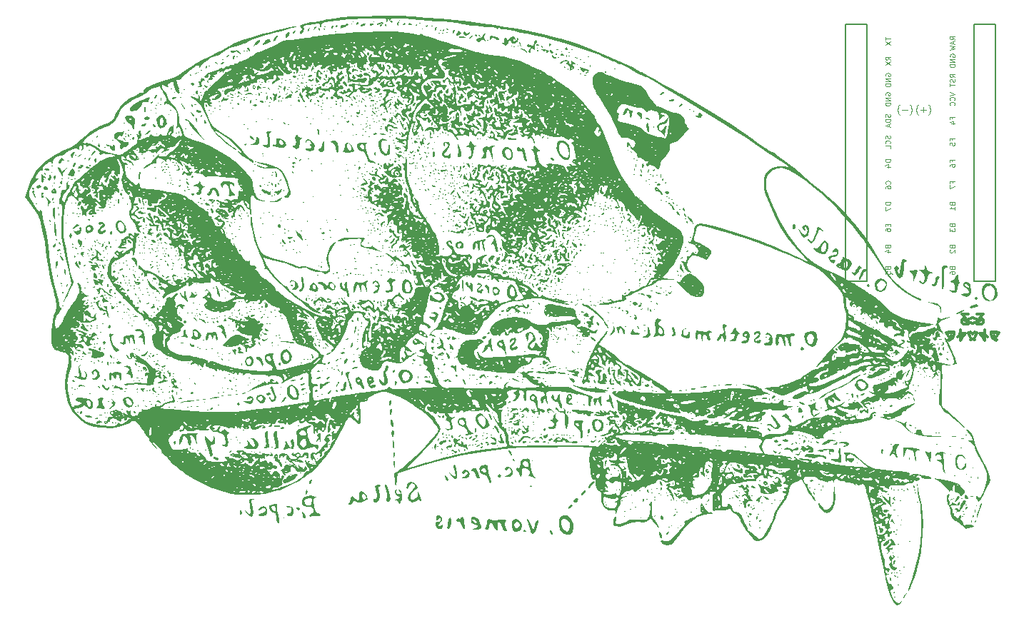
<source format=gbr>
G04 #@! TF.GenerationSoftware,KiCad,Pcbnew,6.0.0-d3dd2cf0fa~116~ubuntu20.04.1*
G04 #@! TF.CreationDate,2022-01-06T22:43:41-05:00*
G04 #@! TF.ProjectId,34_hs_mount,33345f68-735f-46d6-9f75-6e742e6b6963,0.1*
G04 #@! TF.SameCoordinates,Original*
G04 #@! TF.FileFunction,Legend,Bot*
G04 #@! TF.FilePolarity,Positive*
%FSLAX46Y46*%
G04 Gerber Fmt 4.6, Leading zero omitted, Abs format (unit mm)*
G04 Created by KiCad (PCBNEW 6.0.0-d3dd2cf0fa~116~ubuntu20.04.1) date 2022-01-06 22:43:41*
%MOMM*%
%LPD*%
G01*
G04 APERTURE LIST*
%ADD10C,0.312500*%
%ADD11C,0.100000*%
%ADD12C,0.080000*%
%ADD13C,0.150000*%
G04 APERTURE END LIST*
D10*
X140165051Y-89350890D02*
X141117432Y-89708033D01*
X140165051Y-90065176D01*
X139688861Y-88934224D02*
X138915051Y-88934224D01*
X139331718Y-89410414D01*
X139153146Y-89410414D01*
X139034099Y-89469938D01*
X138974575Y-89529462D01*
X138915051Y-89648509D01*
X138915051Y-89946128D01*
X138974575Y-90065176D01*
X139034099Y-90124700D01*
X139153146Y-90184224D01*
X139510289Y-90184224D01*
X139629337Y-90124700D01*
X139688861Y-90065176D01*
X143022194Y-91065771D02*
X142367432Y-91065771D01*
X142367432Y-91363390D01*
X142426956Y-91661009D01*
X142546004Y-91839581D01*
X142724575Y-91958628D01*
X142962670Y-92077676D01*
X141653146Y-91244343D02*
X141057908Y-91244343D01*
X141117432Y-91422914D01*
X141236480Y-91601486D01*
X141355527Y-91422914D02*
X141355527Y-91661009D01*
X141415051Y-91839581D01*
X141534099Y-92018152D01*
X140403146Y-91065771D02*
X140165051Y-91303867D01*
X140403146Y-92018152D02*
X140105527Y-91958628D01*
X139926956Y-91780057D01*
X139807908Y-91601486D01*
X139688861Y-91184819D01*
X138736480Y-90827676D02*
X138736480Y-92137200D01*
X138736480Y-91363390D02*
X138379337Y-91661009D01*
X137843623Y-91184819D02*
X137069813Y-91184819D01*
X137188861Y-91422914D01*
X137307908Y-91601486D01*
X137426956Y-91720533D01*
X137665051Y-91541962D02*
X137486480Y-91720533D01*
X137426956Y-91839581D01*
X137307908Y-92018152D01*
X140180952Y-89350892D02*
X139228571Y-89708035D01*
X140180952Y-90065178D01*
X140657142Y-88934226D02*
X141430952Y-88934226D01*
X141014285Y-89410416D01*
X141192857Y-89410416D01*
X141311904Y-89469940D01*
X141371428Y-89529464D01*
X141430952Y-89648511D01*
X141430952Y-89946130D01*
X141371428Y-90065178D01*
X141311904Y-90124702D01*
X141192857Y-90184226D01*
X140835714Y-90184226D01*
X140716666Y-90124702D01*
X140657142Y-90065178D01*
X137323809Y-91065773D02*
X137978571Y-91065773D01*
X137978571Y-91363392D01*
X137919047Y-91661011D01*
X137800000Y-91839583D01*
X137621428Y-91958630D01*
X137383333Y-92077678D01*
X138692857Y-91244345D02*
X139288095Y-91244345D01*
X139228571Y-91422916D01*
X139109523Y-91601488D01*
X138990476Y-91422916D02*
X138990476Y-91661011D01*
X138930952Y-91839583D01*
X138811904Y-92018154D01*
X139942857Y-91065773D02*
X140180952Y-91303869D01*
X139942857Y-92018154D02*
X140240476Y-91958630D01*
X140419047Y-91780059D01*
X140538095Y-91601488D01*
X140657142Y-91184821D01*
X141609523Y-90827678D02*
X141609523Y-92137202D01*
X141609523Y-91363392D02*
X141966666Y-91661011D01*
X142502380Y-91184821D02*
X143276190Y-91184821D01*
X143157142Y-91422916D01*
X143038095Y-91601488D01*
X142919047Y-91720535D01*
X142680952Y-91541964D02*
X142859523Y-91720535D01*
X142919047Y-91839583D01*
X143038095Y-92018154D01*
D11*
X132739225Y-65339223D02*
X132777321Y-65301128D01*
X132853511Y-65186842D01*
X132891606Y-65110652D01*
X132929702Y-64996366D01*
X132967797Y-64805890D01*
X132967797Y-64653509D01*
X132929702Y-64463033D01*
X132891606Y-64348747D01*
X132853511Y-64272557D01*
X132777321Y-64158271D01*
X132739225Y-64120176D01*
X132434463Y-64729699D02*
X131824940Y-64729699D01*
X131520178Y-65339223D02*
X131482082Y-65301128D01*
X131405892Y-65186842D01*
X131367797Y-65110652D01*
X131329702Y-64996366D01*
X131291606Y-64805890D01*
X131291606Y-64653509D01*
X131329702Y-64463033D01*
X131367797Y-64348747D01*
X131405892Y-64272557D01*
X131482082Y-64158271D01*
X131520178Y-64120176D01*
X134939225Y-65339223D02*
X134977321Y-65301128D01*
X135053511Y-65186842D01*
X135091606Y-65110652D01*
X135129702Y-64996366D01*
X135167797Y-64805890D01*
X135167797Y-64653509D01*
X135129702Y-64463033D01*
X135091606Y-64348747D01*
X135053511Y-64272557D01*
X134977321Y-64158271D01*
X134939225Y-64120176D01*
X134634463Y-64729699D02*
X134024940Y-64729699D01*
X134329702Y-65034461D02*
X134329702Y-64424937D01*
X133720178Y-65339223D02*
X133682082Y-65301128D01*
X133605892Y-65186842D01*
X133567797Y-65110652D01*
X133529702Y-64996366D01*
X133491606Y-64805890D01*
X133491606Y-64653509D01*
X133529702Y-64463033D01*
X133567797Y-64348747D01*
X133605892Y-64272557D01*
X133682082Y-64158271D01*
X133720178Y-64120176D01*
D12*
X137744305Y-75909511D02*
X137772877Y-75995226D01*
X137801448Y-76023797D01*
X137858591Y-76052369D01*
X137944305Y-76052369D01*
X138001448Y-76023797D01*
X138030020Y-75995226D01*
X138058591Y-75938083D01*
X138058591Y-75709511D01*
X137458591Y-75709511D01*
X137458591Y-75909511D01*
X137487163Y-75966654D01*
X137515734Y-75995226D01*
X137572877Y-76023797D01*
X137630020Y-76023797D01*
X137687163Y-75995226D01*
X137715734Y-75966654D01*
X137744305Y-75909511D01*
X137744305Y-75709511D01*
X138058591Y-76623797D02*
X138058591Y-76280940D01*
X138058591Y-76452369D02*
X137458591Y-76452369D01*
X137544305Y-76395226D01*
X137601448Y-76338083D01*
X137630020Y-76280940D01*
X130388842Y-65269336D02*
X130417413Y-65355050D01*
X130417413Y-65497908D01*
X130388842Y-65555050D01*
X130360270Y-65583622D01*
X130303127Y-65612193D01*
X130245985Y-65612193D01*
X130188842Y-65583622D01*
X130160270Y-65555050D01*
X130131699Y-65497908D01*
X130103127Y-65383622D01*
X130074556Y-65326479D01*
X130045985Y-65297908D01*
X129988842Y-65269336D01*
X129931699Y-65269336D01*
X129874556Y-65297908D01*
X129845985Y-65326479D01*
X129817413Y-65383622D01*
X129817413Y-65526479D01*
X129845985Y-65612193D01*
X130417413Y-65869336D02*
X129817413Y-65869336D01*
X129817413Y-66012193D01*
X129845985Y-66097908D01*
X129903127Y-66155050D01*
X129960270Y-66183622D01*
X130074556Y-66212193D01*
X130160270Y-66212193D01*
X130274556Y-66183622D01*
X130331699Y-66155050D01*
X130388842Y-66097908D01*
X130417413Y-66012193D01*
X130417413Y-65869336D01*
X130245985Y-66440765D02*
X130245985Y-66726479D01*
X130417413Y-66383622D02*
X129817413Y-66583622D01*
X130417413Y-66783622D01*
X130410619Y-70629945D02*
X129810619Y-70629945D01*
X129810619Y-70772803D01*
X129839191Y-70858517D01*
X129896333Y-70915660D01*
X129953476Y-70944231D01*
X130067762Y-70972803D01*
X130153476Y-70972803D01*
X130267762Y-70944231D01*
X130324905Y-70915660D01*
X130382048Y-70858517D01*
X130410619Y-70772803D01*
X130410619Y-70629945D01*
X130010619Y-71487088D02*
X130410619Y-71487088D01*
X129782048Y-71344231D02*
X130210619Y-71201374D01*
X130210619Y-71572803D01*
X137748292Y-65796381D02*
X137748292Y-65596381D01*
X138062578Y-65596381D02*
X137462578Y-65596381D01*
X137462578Y-65882095D01*
X137662578Y-66367809D02*
X138062578Y-66367809D01*
X137434007Y-66224952D02*
X137862578Y-66082095D01*
X137862578Y-66453523D01*
X129845985Y-63000765D02*
X129817413Y-62943622D01*
X129817413Y-62857908D01*
X129845985Y-62772193D01*
X129903127Y-62715050D01*
X129960270Y-62686479D01*
X130074556Y-62657908D01*
X130160270Y-62657908D01*
X130274556Y-62686479D01*
X130331699Y-62715050D01*
X130388842Y-62772193D01*
X130417413Y-62857908D01*
X130417413Y-62915050D01*
X130388842Y-63000765D01*
X130360270Y-63029336D01*
X130160270Y-63029336D01*
X130160270Y-62915050D01*
X130417413Y-63286479D02*
X129817413Y-63286479D01*
X130417413Y-63629336D01*
X129817413Y-63629336D01*
X130417413Y-63915050D02*
X129817413Y-63915050D01*
X129817413Y-64057908D01*
X129845985Y-64143622D01*
X129903127Y-64200765D01*
X129960270Y-64229336D01*
X130074556Y-64257908D01*
X130160270Y-64257908D01*
X130274556Y-64229336D01*
X130331699Y-64200765D01*
X130388842Y-64143622D01*
X130417413Y-64057908D01*
X130417413Y-63915050D01*
X130092346Y-80985933D02*
X130120918Y-81071648D01*
X130149489Y-81100219D01*
X130206632Y-81128791D01*
X130292346Y-81128791D01*
X130349489Y-81100219D01*
X130378061Y-81071648D01*
X130406632Y-81014505D01*
X130406632Y-80785933D01*
X129806632Y-80785933D01*
X129806632Y-80985933D01*
X129835204Y-81043076D01*
X129863775Y-81071648D01*
X129920918Y-81100219D01*
X129978061Y-81100219D01*
X130035204Y-81071648D01*
X130063775Y-81043076D01*
X130092346Y-80985933D01*
X130092346Y-80785933D01*
X130006632Y-81643076D02*
X130406632Y-81643076D01*
X129778061Y-81500219D02*
X130206632Y-81357362D01*
X130206632Y-81728791D01*
X138089527Y-56390717D02*
X137803813Y-56190717D01*
X138089527Y-56047860D02*
X137489527Y-56047860D01*
X137489527Y-56276431D01*
X137518099Y-56333574D01*
X137546670Y-56362145D01*
X137603813Y-56390717D01*
X137689527Y-56390717D01*
X137746670Y-56362145D01*
X137775241Y-56333574D01*
X137803813Y-56276431D01*
X137803813Y-56047860D01*
X137918099Y-56619288D02*
X137918099Y-56905003D01*
X138089527Y-56562145D02*
X137489527Y-56762145D01*
X138089527Y-56962145D01*
X137489527Y-57105003D02*
X138089527Y-57247860D01*
X137660956Y-57362145D01*
X138089527Y-57476431D01*
X137489527Y-57619288D01*
X129872934Y-60729387D02*
X129844362Y-60672244D01*
X129844362Y-60586530D01*
X129872934Y-60500815D01*
X129930076Y-60443672D01*
X129987219Y-60415101D01*
X130101505Y-60386530D01*
X130187219Y-60386530D01*
X130301505Y-60415101D01*
X130358648Y-60443672D01*
X130415791Y-60500815D01*
X130444362Y-60586530D01*
X130444362Y-60643672D01*
X130415791Y-60729387D01*
X130387219Y-60757958D01*
X130187219Y-60757958D01*
X130187219Y-60643672D01*
X130444362Y-61015101D02*
X129844362Y-61015101D01*
X130444362Y-61357958D01*
X129844362Y-61357958D01*
X130444362Y-61643672D02*
X129844362Y-61643672D01*
X129844362Y-61786530D01*
X129872934Y-61872244D01*
X129930076Y-61929387D01*
X129987219Y-61957958D01*
X130101505Y-61986530D01*
X130187219Y-61986530D01*
X130301505Y-61957958D01*
X130358648Y-61929387D01*
X130415791Y-61872244D01*
X130444362Y-61786530D01*
X130444362Y-61643672D01*
X137762498Y-73421851D02*
X137762498Y-73221851D01*
X138076784Y-73221851D02*
X137476784Y-73221851D01*
X137476784Y-73507565D01*
X137476784Y-73678993D02*
X137476784Y-74078993D01*
X138076784Y-73821851D01*
X137741498Y-68331276D02*
X137741498Y-68131276D01*
X138055784Y-68131276D02*
X137455784Y-68131276D01*
X137455784Y-68416990D01*
X137455784Y-68931276D02*
X137455784Y-68645561D01*
X137741498Y-68616990D01*
X137712927Y-68645561D01*
X137684356Y-68702704D01*
X137684356Y-68845561D01*
X137712927Y-68902704D01*
X137741498Y-68931276D01*
X137798641Y-68959847D01*
X137941498Y-68959847D01*
X137998641Y-68931276D01*
X138027213Y-68902704D01*
X138055784Y-68845561D01*
X138055784Y-68702704D01*
X138027213Y-68645561D01*
X137998641Y-68616990D01*
X137518099Y-58437860D02*
X137489527Y-58380717D01*
X137489527Y-58295003D01*
X137518099Y-58209288D01*
X137575241Y-58152145D01*
X137632384Y-58123574D01*
X137746670Y-58095003D01*
X137832384Y-58095003D01*
X137946670Y-58123574D01*
X138003813Y-58152145D01*
X138060956Y-58209288D01*
X138089527Y-58295003D01*
X138089527Y-58352145D01*
X138060956Y-58437860D01*
X138032384Y-58466431D01*
X137832384Y-58466431D01*
X137832384Y-58352145D01*
X138089527Y-58723574D02*
X137489527Y-58723574D01*
X138089527Y-59066431D01*
X137489527Y-59066431D01*
X138089527Y-59352145D02*
X137489527Y-59352145D01*
X137489527Y-59495003D01*
X137518099Y-59580717D01*
X137575241Y-59637860D01*
X137632384Y-59666431D01*
X137746670Y-59695003D01*
X137832384Y-59695003D01*
X137946670Y-59666431D01*
X138003813Y-59637860D01*
X138060956Y-59580717D01*
X138089527Y-59495003D01*
X138089527Y-59352145D01*
X137744305Y-78449511D02*
X137772877Y-78535226D01*
X137801448Y-78563797D01*
X137858591Y-78592369D01*
X137944305Y-78592369D01*
X138001448Y-78563797D01*
X138030020Y-78535226D01*
X138058591Y-78478083D01*
X138058591Y-78249511D01*
X137458591Y-78249511D01*
X137458591Y-78449511D01*
X137487163Y-78506654D01*
X137515734Y-78535226D01*
X137572877Y-78563797D01*
X137630020Y-78563797D01*
X137687163Y-78535226D01*
X137715734Y-78506654D01*
X137744305Y-78449511D01*
X137744305Y-78249511D01*
X137458591Y-78792369D02*
X137458591Y-79163797D01*
X137687163Y-78963797D01*
X137687163Y-79049511D01*
X137715734Y-79106654D01*
X137744305Y-79135226D01*
X137801448Y-79163797D01*
X137944305Y-79163797D01*
X138001448Y-79135226D01*
X138030020Y-79106654D01*
X138058591Y-79049511D01*
X138058591Y-78878083D01*
X138030020Y-78820940D01*
X138001448Y-78792369D01*
X130092346Y-83525933D02*
X130120918Y-83611648D01*
X130149489Y-83640219D01*
X130206632Y-83668791D01*
X130292346Y-83668791D01*
X130349489Y-83640219D01*
X130378061Y-83611648D01*
X130406632Y-83554505D01*
X130406632Y-83325933D01*
X129806632Y-83325933D01*
X129806632Y-83525933D01*
X129835204Y-83583076D01*
X129863775Y-83611648D01*
X129920918Y-83640219D01*
X129978061Y-83640219D01*
X130035204Y-83611648D01*
X130063775Y-83583076D01*
X130092346Y-83525933D01*
X130092346Y-83325933D01*
X129806632Y-84211648D02*
X129806632Y-83925933D01*
X130092346Y-83897362D01*
X130063775Y-83925933D01*
X130035204Y-83983076D01*
X130035204Y-84125933D01*
X130063775Y-84183076D01*
X130092346Y-84211648D01*
X130149489Y-84240219D01*
X130292346Y-84240219D01*
X130349489Y-84211648D01*
X130378061Y-84183076D01*
X130406632Y-84125933D01*
X130406632Y-83983076D01*
X130378061Y-83925933D01*
X130349489Y-83897362D01*
X130444362Y-58796530D02*
X130158648Y-58596530D01*
X130444362Y-58453672D02*
X129844362Y-58453672D01*
X129844362Y-58682244D01*
X129872934Y-58739387D01*
X129901505Y-58767958D01*
X129958648Y-58796530D01*
X130044362Y-58796530D01*
X130101505Y-58767958D01*
X130130076Y-58739387D01*
X130158648Y-58682244D01*
X130158648Y-58453672D01*
X129844362Y-58996530D02*
X130444362Y-59396530D01*
X129844362Y-59396530D02*
X130444362Y-58996530D01*
X137737511Y-80984406D02*
X137766083Y-81070121D01*
X137794654Y-81098692D01*
X137851797Y-81127264D01*
X137937511Y-81127264D01*
X137994654Y-81098692D01*
X138023226Y-81070121D01*
X138051797Y-81012978D01*
X138051797Y-80784406D01*
X137451797Y-80784406D01*
X137451797Y-80984406D01*
X137480369Y-81041549D01*
X137508940Y-81070121D01*
X137566083Y-81098692D01*
X137623226Y-81098692D01*
X137680369Y-81070121D01*
X137708940Y-81041549D01*
X137737511Y-80984406D01*
X137737511Y-80784406D01*
X137508940Y-81355835D02*
X137480369Y-81384406D01*
X137451797Y-81441549D01*
X137451797Y-81584406D01*
X137480369Y-81641549D01*
X137508940Y-81670121D01*
X137566083Y-81698692D01*
X137623226Y-81698692D01*
X137708940Y-81670121D01*
X138051797Y-81327264D01*
X138051797Y-81698692D01*
X137462578Y-62656381D02*
X138062578Y-62856381D01*
X137462578Y-63056381D01*
X138005435Y-63599238D02*
X138034007Y-63570666D01*
X138062578Y-63484952D01*
X138062578Y-63427809D01*
X138034007Y-63342095D01*
X137976864Y-63284952D01*
X137919721Y-63256381D01*
X137805435Y-63227809D01*
X137719721Y-63227809D01*
X137605435Y-63256381D01*
X137548292Y-63284952D01*
X137491150Y-63342095D01*
X137462578Y-63427809D01*
X137462578Y-63484952D01*
X137491150Y-63570666D01*
X137519721Y-63599238D01*
X138005435Y-64199238D02*
X138034007Y-64170666D01*
X138062578Y-64084952D01*
X138062578Y-64027809D01*
X138034007Y-63942095D01*
X137976864Y-63884952D01*
X137919721Y-63856381D01*
X137805435Y-63827809D01*
X137719721Y-63827809D01*
X137605435Y-63856381D01*
X137548292Y-63884952D01*
X137491150Y-63942095D01*
X137462578Y-64027809D01*
X137462578Y-64084952D01*
X137491150Y-64170666D01*
X137519721Y-64199238D01*
X129837527Y-56147860D02*
X129837527Y-56490717D01*
X130437527Y-56319288D02*
X129837527Y-56319288D01*
X129837527Y-56633574D02*
X130437527Y-57033574D01*
X129837527Y-57033574D02*
X130437527Y-56633574D01*
X130099140Y-78279610D02*
X130099140Y-78479610D01*
X130413426Y-78565324D02*
X130413426Y-78279610D01*
X129813426Y-78279610D01*
X129813426Y-78565324D01*
X129813426Y-79079610D02*
X129813426Y-78965324D01*
X129841998Y-78908181D01*
X129870569Y-78879610D01*
X129956283Y-78822467D01*
X130070569Y-78793896D01*
X130299140Y-78793896D01*
X130356283Y-78822467D01*
X130384855Y-78851038D01*
X130413426Y-78908181D01*
X130413426Y-79022467D01*
X130384855Y-79079610D01*
X130356283Y-79108181D01*
X130299140Y-79136753D01*
X130156283Y-79136753D01*
X130099140Y-79108181D01*
X130070569Y-79079610D01*
X130041998Y-79022467D01*
X130041998Y-78908181D01*
X130070569Y-78851038D01*
X130099140Y-78822467D01*
X130156283Y-78793896D01*
X138089527Y-60856431D02*
X137803813Y-60656431D01*
X138089527Y-60513574D02*
X137489527Y-60513574D01*
X137489527Y-60742145D01*
X137518099Y-60799288D01*
X137546670Y-60827860D01*
X137603813Y-60856431D01*
X137689527Y-60856431D01*
X137746670Y-60827860D01*
X137775241Y-60799288D01*
X137803813Y-60742145D01*
X137803813Y-60513574D01*
X138060956Y-61085003D02*
X138089527Y-61170717D01*
X138089527Y-61313574D01*
X138060956Y-61370717D01*
X138032384Y-61399288D01*
X137975241Y-61427860D01*
X137918099Y-61427860D01*
X137860956Y-61399288D01*
X137832384Y-61370717D01*
X137803813Y-61313574D01*
X137775241Y-61199288D01*
X137746670Y-61142145D01*
X137718099Y-61113574D01*
X137660956Y-61085003D01*
X137603813Y-61085003D01*
X137546670Y-61113574D01*
X137518099Y-61142145D01*
X137489527Y-61199288D01*
X137489527Y-61342145D01*
X137518099Y-61427860D01*
X137489527Y-61599288D02*
X137489527Y-61942145D01*
X138089527Y-61770717D02*
X137489527Y-61770717D01*
X130374476Y-73523378D02*
X130403048Y-73494806D01*
X130431619Y-73409092D01*
X130431619Y-73351949D01*
X130403048Y-73266235D01*
X130345905Y-73209092D01*
X130288762Y-73180520D01*
X130174476Y-73151949D01*
X130088762Y-73151949D01*
X129974476Y-73180520D01*
X129917333Y-73209092D01*
X129860191Y-73266235D01*
X129831619Y-73351949D01*
X129831619Y-73409092D01*
X129860191Y-73494806D01*
X129888762Y-73523378D01*
X129831619Y-74037663D02*
X129831619Y-73923378D01*
X129860191Y-73866235D01*
X129888762Y-73837663D01*
X129974476Y-73780520D01*
X130088762Y-73751949D01*
X130317333Y-73751949D01*
X130374476Y-73780520D01*
X130403048Y-73809092D01*
X130431619Y-73866235D01*
X130431619Y-73980520D01*
X130403048Y-74037663D01*
X130374476Y-74066235D01*
X130317333Y-74094806D01*
X130174476Y-74094806D01*
X130117333Y-74066235D01*
X130088762Y-74037663D01*
X130060191Y-73980520D01*
X130060191Y-73866235D01*
X130088762Y-73809092D01*
X130117333Y-73780520D01*
X130174476Y-73751949D01*
X137741498Y-70871276D02*
X137741498Y-70671276D01*
X138055784Y-70671276D02*
X137455784Y-70671276D01*
X137455784Y-70956990D01*
X137455784Y-71442704D02*
X137455784Y-71328418D01*
X137484356Y-71271276D01*
X137512927Y-71242704D01*
X137598641Y-71185561D01*
X137712927Y-71156990D01*
X137941498Y-71156990D01*
X137998641Y-71185561D01*
X138027213Y-71214133D01*
X138055784Y-71271276D01*
X138055784Y-71385561D01*
X138027213Y-71442704D01*
X137998641Y-71471276D01*
X137941498Y-71499847D01*
X137798641Y-71499847D01*
X137741498Y-71471276D01*
X137712927Y-71442704D01*
X137684356Y-71385561D01*
X137684356Y-71271276D01*
X137712927Y-71214133D01*
X137741498Y-71185561D01*
X137798641Y-71156990D01*
X130413426Y-75711038D02*
X129813426Y-75711038D01*
X129813426Y-75853896D01*
X129841998Y-75939610D01*
X129899140Y-75996753D01*
X129956283Y-76025324D01*
X130070569Y-76053896D01*
X130156283Y-76053896D01*
X130270569Y-76025324D01*
X130327712Y-75996753D01*
X130384855Y-75939610D01*
X130413426Y-75853896D01*
X130413426Y-75711038D01*
X129813426Y-76253896D02*
X129813426Y-76653896D01*
X130413426Y-76396753D01*
X137737511Y-83524406D02*
X137766083Y-83610121D01*
X137794654Y-83638692D01*
X137851797Y-83667264D01*
X137937511Y-83667264D01*
X137994654Y-83638692D01*
X138023226Y-83610121D01*
X138051797Y-83552978D01*
X138051797Y-83324406D01*
X137451797Y-83324406D01*
X137451797Y-83524406D01*
X137480369Y-83581549D01*
X137508940Y-83610121D01*
X137566083Y-83638692D01*
X137623226Y-83638692D01*
X137680369Y-83610121D01*
X137708940Y-83581549D01*
X137737511Y-83524406D01*
X137737511Y-83324406D01*
X137451797Y-84181549D02*
X137451797Y-84067264D01*
X137480369Y-84010121D01*
X137508940Y-83981549D01*
X137594654Y-83924406D01*
X137708940Y-83895835D01*
X137937511Y-83895835D01*
X137994654Y-83924406D01*
X138023226Y-83952978D01*
X138051797Y-84010121D01*
X138051797Y-84124406D01*
X138023226Y-84181549D01*
X137994654Y-84210121D01*
X137937511Y-84238692D01*
X137794654Y-84238692D01*
X137737511Y-84210121D01*
X137708940Y-84181549D01*
X137680369Y-84124406D01*
X137680369Y-84010121D01*
X137708940Y-83952978D01*
X137737511Y-83924406D01*
X137794654Y-83895835D01*
X130382048Y-67818517D02*
X130410619Y-67904231D01*
X130410619Y-68047088D01*
X130382048Y-68104231D01*
X130353476Y-68132803D01*
X130296333Y-68161374D01*
X130239191Y-68161374D01*
X130182048Y-68132803D01*
X130153476Y-68104231D01*
X130124905Y-68047088D01*
X130096333Y-67932803D01*
X130067762Y-67875660D01*
X130039191Y-67847088D01*
X129982048Y-67818517D01*
X129924905Y-67818517D01*
X129867762Y-67847088D01*
X129839191Y-67875660D01*
X129810619Y-67932803D01*
X129810619Y-68075660D01*
X129839191Y-68161374D01*
X130353476Y-68761374D02*
X130382048Y-68732803D01*
X130410619Y-68647088D01*
X130410619Y-68589945D01*
X130382048Y-68504231D01*
X130324905Y-68447088D01*
X130267762Y-68418517D01*
X130153476Y-68389945D01*
X130067762Y-68389945D01*
X129953476Y-68418517D01*
X129896333Y-68447088D01*
X129839191Y-68504231D01*
X129810619Y-68589945D01*
X129810619Y-68647088D01*
X129839191Y-68732803D01*
X129867762Y-68761374D01*
X130410619Y-69304231D02*
X130410619Y-69018517D01*
X129810619Y-69018517D01*
D13*
X140342099Y-54585003D02*
X142882099Y-54585003D01*
X125102099Y-54585003D02*
X125102099Y-85065003D01*
X127642099Y-85065003D02*
X125102099Y-85065003D01*
X125102099Y-54585003D02*
X127642099Y-54585003D01*
X140342099Y-85065003D02*
X142882099Y-85065003D01*
X142882099Y-54585003D02*
X142882099Y-85065003D01*
X140342099Y-54585003D02*
X140342099Y-85065003D01*
X127642099Y-54585003D02*
X127642099Y-85065003D01*
G36*
X41311617Y-99862465D02*
G01*
X41293558Y-99942198D01*
X41201107Y-99955194D01*
X41184819Y-99931257D01*
X41218888Y-99751955D01*
X41266823Y-99732119D01*
X41311617Y-99862465D01*
G37*
G36*
X75936640Y-71020482D02*
G01*
X75853756Y-71090029D01*
X75784209Y-71007146D01*
X75867092Y-70937599D01*
X75936640Y-71020482D01*
G37*
G36*
X121407748Y-110049877D02*
G01*
X121500371Y-110266260D01*
X121484843Y-110351041D01*
X121402161Y-110380024D01*
X121297928Y-110154708D01*
X121281619Y-110033473D01*
X121370384Y-110016516D01*
X121407748Y-110049877D01*
G37*
G36*
X97896547Y-79138652D02*
G01*
X97843568Y-79202250D01*
X97705168Y-79299238D01*
X97683989Y-79295890D01*
X97658140Y-79204716D01*
X97835208Y-79065553D01*
X97923638Y-79035917D01*
X97896547Y-79138652D01*
G37*
G36*
X80439122Y-79247821D02*
G01*
X80356239Y-79317369D01*
X80286692Y-79234485D01*
X80369575Y-79164938D01*
X80439122Y-79247821D01*
G37*
G36*
X60413468Y-60600185D02*
G01*
X60330585Y-60669732D01*
X60261038Y-60586849D01*
X60343921Y-60517302D01*
X60413468Y-60600185D01*
G37*
G36*
X95344835Y-79169533D02*
G01*
X95261952Y-79239080D01*
X95192405Y-79156198D01*
X95275288Y-79086651D01*
X95344835Y-79169533D01*
G37*
G36*
X46460970Y-81398102D02*
G01*
X46579645Y-81602687D01*
X46584532Y-81712159D01*
X46441070Y-81651401D01*
X46440504Y-81650979D01*
X46320183Y-81624548D01*
X46337205Y-81851329D01*
X46342303Y-81874916D01*
X46335343Y-82111136D01*
X46135710Y-82148001D01*
X46008374Y-82115210D01*
X46045181Y-82054342D01*
X46101620Y-82023019D01*
X46146116Y-81829373D01*
X46048198Y-81424524D01*
X46014071Y-81317439D01*
X46159624Y-81317439D01*
X46229171Y-81400322D01*
X46312055Y-81330775D01*
X46242507Y-81247892D01*
X46159624Y-81317439D01*
X46014071Y-81317439D01*
X45865772Y-80852097D01*
X46193740Y-81113752D01*
X46263062Y-81173526D01*
X46409121Y-81339267D01*
X46460970Y-81398102D01*
G37*
G36*
X112003836Y-109963944D02*
G01*
X111920953Y-110033491D01*
X111851406Y-109950608D01*
X111934289Y-109881061D01*
X112003836Y-109963944D01*
G37*
G36*
X130762028Y-93941473D02*
G01*
X130679145Y-94011020D01*
X130609598Y-93928137D01*
X130692481Y-93858590D01*
X130762028Y-93941473D01*
G37*
G36*
X49185556Y-99399372D02*
G01*
X49102674Y-99468919D01*
X49033127Y-99386036D01*
X49116009Y-99316489D01*
X49185556Y-99399372D01*
G37*
G36*
X78453665Y-73851834D02*
G01*
X78370782Y-73921381D01*
X78301235Y-73838499D01*
X78384118Y-73768952D01*
X78453665Y-73851834D01*
G37*
G36*
X99688220Y-87459752D02*
G01*
X99670160Y-87539485D01*
X99577709Y-87552481D01*
X99561422Y-87528544D01*
X99595491Y-87349241D01*
X99643426Y-87329405D01*
X99688220Y-87459752D01*
G37*
G36*
X38911677Y-88670346D02*
G01*
X38828795Y-88739893D01*
X38759248Y-88657010D01*
X38842130Y-88587463D01*
X38911677Y-88670346D01*
G37*
G36*
X51931907Y-77956936D02*
G01*
X51951742Y-78004870D01*
X51821396Y-78049665D01*
X51741663Y-78031604D01*
X51728667Y-77939155D01*
X51752605Y-77922866D01*
X51931907Y-77956936D01*
G37*
G36*
X74478364Y-96466722D02*
G01*
X74460304Y-96546455D01*
X74367854Y-96559451D01*
X74351565Y-96535514D01*
X74385635Y-96356211D01*
X74433569Y-96336376D01*
X74478364Y-96466722D01*
G37*
G36*
X127441912Y-93267009D02*
G01*
X127423852Y-93346743D01*
X127331402Y-93359738D01*
X127315114Y-93335801D01*
X127349183Y-93156499D01*
X127397118Y-93136662D01*
X127441912Y-93267009D01*
G37*
G36*
X37101591Y-90047949D02*
G01*
X37018709Y-90117496D01*
X36949162Y-90034613D01*
X37032045Y-89965066D01*
X37101591Y-90047949D01*
G37*
G36*
X78730473Y-71479337D02*
G01*
X78792010Y-71740149D01*
X78757128Y-71913801D01*
X78681073Y-71910558D01*
X78602833Y-71637523D01*
X78598321Y-71464944D01*
X78680486Y-71422987D01*
X78730473Y-71479337D01*
G37*
G36*
X55346168Y-63510378D02*
G01*
X55366004Y-63558313D01*
X55235658Y-63603107D01*
X55155925Y-63585047D01*
X55142929Y-63492597D01*
X55166865Y-63476309D01*
X55346168Y-63510378D01*
G37*
G36*
X45967187Y-81761393D02*
G01*
X45884304Y-81830940D01*
X45814757Y-81748057D01*
X45897640Y-81678510D01*
X45967187Y-81761393D01*
G37*
G36*
X52569276Y-80035052D02*
G01*
X52486393Y-80104600D01*
X52416846Y-80021716D01*
X52499729Y-79952170D01*
X52569276Y-80035052D01*
G37*
G36*
X63195346Y-63915499D02*
G01*
X63112463Y-63985046D01*
X63042916Y-63902163D01*
X63125799Y-63832616D01*
X63195346Y-63915499D01*
G37*
G36*
X88044478Y-85365880D02*
G01*
X88104919Y-85502743D01*
X88158900Y-85759882D01*
X88127912Y-85803316D01*
X88017806Y-85670740D01*
X87957364Y-85533878D01*
X87903384Y-85276738D01*
X87934370Y-85233305D01*
X88044478Y-85365880D01*
G37*
G36*
X94032045Y-80129855D02*
G01*
X93949162Y-80199401D01*
X93879615Y-80116519D01*
X93962498Y-80046972D01*
X94032045Y-80129855D01*
G37*
G36*
X101793405Y-90630022D02*
G01*
X101795179Y-90632822D01*
X101937904Y-91017045D01*
X101949933Y-91418141D01*
X101826728Y-91691556D01*
X101660276Y-91740977D01*
X101323344Y-91739517D01*
X100930469Y-91694750D01*
X101293438Y-91557439D01*
X101480074Y-91464832D01*
X101612521Y-91258537D01*
X101624421Y-90867209D01*
X101620917Y-90805304D01*
X101614701Y-90495701D01*
X101663472Y-90449521D01*
X101793405Y-90630022D01*
G37*
G36*
X31340097Y-76382168D02*
G01*
X31361999Y-76673026D01*
X31353443Y-77025048D01*
X31388150Y-77490760D01*
X31399797Y-77742201D01*
X31308339Y-77714172D01*
X31257544Y-77634428D01*
X31157081Y-77299491D01*
X31114719Y-76887204D01*
X31137328Y-76521926D01*
X31231777Y-76328018D01*
X31340097Y-76382168D01*
G37*
G36*
X93142273Y-83277537D02*
G01*
X93059390Y-83347084D01*
X92989843Y-83264201D01*
X93072726Y-83194654D01*
X93142273Y-83277537D01*
G37*
G36*
X85470638Y-83375290D02*
G01*
X85703578Y-83542895D01*
X85734059Y-83596376D01*
X85639918Y-83564865D01*
X85559654Y-83528964D01*
X85359639Y-83592517D01*
X85318385Y-83643783D01*
X85170774Y-83718887D01*
X85134729Y-83512138D01*
X85236645Y-83371505D01*
X85470638Y-83375290D01*
G37*
G36*
X93677284Y-59687914D02*
G01*
X93864060Y-59798116D01*
X94236063Y-59877188D01*
X94463080Y-59904408D01*
X94669306Y-60053190D01*
X94615818Y-60290178D01*
X94579558Y-60328838D01*
X94326939Y-60416149D01*
X94259282Y-60382289D01*
X94387174Y-60270174D01*
X94420348Y-60252410D01*
X94540920Y-60157010D01*
X94374900Y-60117856D01*
X94243161Y-60122973D01*
X94058143Y-60227171D01*
X94049361Y-60239541D01*
X93924186Y-60183302D01*
X93732910Y-59929923D01*
X93691792Y-59860207D01*
X93606265Y-59668706D01*
X93677284Y-59687914D01*
G37*
G36*
X77275706Y-67227835D02*
G01*
X77406592Y-67385971D01*
X77430262Y-67442423D01*
X77411248Y-67539975D01*
X77385048Y-67530772D01*
X77254162Y-67372636D01*
X77230492Y-67316184D01*
X77249506Y-67218632D01*
X77275706Y-67227835D01*
G37*
G36*
X113751991Y-91536499D02*
G01*
X113701349Y-92001581D01*
X113516310Y-92325150D01*
X113436109Y-92378757D01*
X113150219Y-92460534D01*
X112887289Y-92436467D01*
X112780426Y-92309402D01*
X112846377Y-92220731D01*
X113104040Y-92121700D01*
X113159440Y-92109745D01*
X113384095Y-91977297D01*
X113416258Y-91812033D01*
X113225395Y-91716031D01*
X113117494Y-91694620D01*
X112922277Y-91501386D01*
X112940575Y-91381504D01*
X113044642Y-91381504D01*
X113046791Y-91468874D01*
X113229735Y-91562814D01*
X113357759Y-91548955D01*
X113443500Y-91416400D01*
X113426754Y-91369398D01*
X113258407Y-91235091D01*
X113215786Y-91237788D01*
X113044642Y-91381504D01*
X112940575Y-91381504D01*
X112972825Y-91170207D01*
X112986472Y-91144812D01*
X113224183Y-90975996D01*
X113513220Y-91009625D01*
X113702964Y-91232788D01*
X113736745Y-91442056D01*
X113751991Y-91536499D01*
G37*
G36*
X69397498Y-79049787D02*
G01*
X69314615Y-79119334D01*
X69245068Y-79036451D01*
X69327951Y-78966904D01*
X69397498Y-79049787D01*
G37*
G36*
X71712344Y-63124675D02*
G01*
X71629461Y-63194221D01*
X71559914Y-63111339D01*
X71642797Y-63041792D01*
X71712344Y-63124675D01*
G37*
G36*
X60653928Y-94719653D02*
G01*
X60571046Y-94789199D01*
X60501499Y-94706317D01*
X60584382Y-94636770D01*
X60653928Y-94719653D01*
G37*
G36*
X51351002Y-98641644D02*
G01*
X51370838Y-98689580D01*
X51240491Y-98734374D01*
X51160757Y-98716314D01*
X51147762Y-98623863D01*
X51171699Y-98607576D01*
X51351002Y-98641644D01*
G37*
G36*
X92731659Y-82704025D02*
G01*
X92713599Y-82783758D01*
X92621148Y-82796754D01*
X92604861Y-82772817D01*
X92638930Y-82593514D01*
X92686864Y-82573679D01*
X92731659Y-82704025D01*
G37*
G36*
X98850720Y-79476259D02*
G01*
X98767837Y-79545806D01*
X98698290Y-79462923D01*
X98781173Y-79393376D01*
X98850720Y-79476259D01*
G37*
G36*
X41180124Y-97854206D02*
G01*
X41162064Y-97933939D01*
X41069614Y-97946935D01*
X41053326Y-97922998D01*
X41087395Y-97743695D01*
X41135330Y-97723860D01*
X41180124Y-97854206D01*
G37*
G36*
X75731798Y-69850587D02*
G01*
X75713738Y-69930321D01*
X75621288Y-69943316D01*
X75605000Y-69919379D01*
X75639069Y-69740077D01*
X75687004Y-69720240D01*
X75731798Y-69850587D01*
G37*
G36*
X81067597Y-74341261D02*
G01*
X81118001Y-74386592D01*
X80908392Y-74530676D01*
X80713262Y-74652239D01*
X80591607Y-74725180D01*
X80587902Y-74711323D01*
X80595814Y-74530796D01*
X80659574Y-74418422D01*
X80912599Y-74336292D01*
X81067597Y-74341261D01*
G37*
G36*
X39905431Y-97793883D02*
G01*
X39925267Y-97841818D01*
X39794921Y-97886612D01*
X39715187Y-97868553D01*
X39702192Y-97776102D01*
X39726128Y-97759814D01*
X39905431Y-97793883D01*
G37*
G36*
X96730741Y-106256142D02*
G01*
X96789077Y-106434087D01*
X96760489Y-106703295D01*
X96655724Y-106905998D01*
X96636372Y-106922058D01*
X96532511Y-106997615D01*
X96532414Y-106902685D01*
X96553149Y-106615430D01*
X96603387Y-106367486D01*
X96700811Y-106244357D01*
X96730741Y-106256142D01*
G37*
G36*
X70351946Y-66384779D02*
G01*
X70269063Y-66454326D01*
X70199517Y-66371443D01*
X70282399Y-66301896D01*
X70351946Y-66384779D01*
G37*
G36*
X105883517Y-103023511D02*
G01*
X105915273Y-103063813D01*
X105929568Y-103180881D01*
X105684598Y-103190423D01*
X105611330Y-103182892D01*
X105430711Y-103121450D01*
X105517685Y-102991504D01*
X105685229Y-102900933D01*
X105883517Y-103023511D01*
G37*
G36*
X70802751Y-80335945D02*
G01*
X70615689Y-80382586D01*
X70439408Y-80310053D01*
X70448091Y-80223482D01*
X70523585Y-80223482D01*
X70593132Y-80306365D01*
X70676015Y-80236818D01*
X70606468Y-80153936D01*
X70523585Y-80223482D01*
X70448091Y-80223482D01*
X70456772Y-80136934D01*
X70534197Y-80088315D01*
X70780790Y-80120471D01*
X70917943Y-80223511D01*
X70885529Y-80255149D01*
X70802751Y-80335945D01*
G37*
G36*
X57263126Y-77296983D02*
G01*
X57245065Y-77376716D01*
X57152616Y-77389712D01*
X57136327Y-77365775D01*
X57170397Y-77186472D01*
X57218331Y-77166636D01*
X57263126Y-77296983D01*
G37*
G36*
X61536513Y-55258075D02*
G01*
X61436815Y-55447291D01*
X61361373Y-55405034D01*
X61356852Y-55306407D01*
X61487359Y-55052300D01*
X61495161Y-55045856D01*
X61591725Y-55025797D01*
X61536513Y-55258075D01*
G37*
G36*
X35653439Y-83777391D02*
G01*
X35570556Y-83846938D01*
X35501009Y-83764055D01*
X35583892Y-83694508D01*
X35653439Y-83777391D01*
G37*
G36*
X38297294Y-97448394D02*
G01*
X38279234Y-97528128D01*
X38186784Y-97541123D01*
X38170496Y-97517187D01*
X38204565Y-97337884D01*
X38252500Y-97318048D01*
X38297294Y-97448394D01*
G37*
G36*
X90244241Y-86556713D02*
G01*
X90161358Y-86626260D01*
X90091811Y-86543377D01*
X90174694Y-86473829D01*
X90244241Y-86556713D01*
G37*
G36*
X59255112Y-70329020D02*
G01*
X59172229Y-70398567D01*
X59102682Y-70315684D01*
X59185565Y-70246137D01*
X59255112Y-70329020D01*
G37*
G36*
X114111181Y-110455506D02*
G01*
X114028299Y-110525053D01*
X113958752Y-110442170D01*
X114041635Y-110372623D01*
X114111181Y-110455506D01*
G37*
G36*
X68457975Y-63454340D02*
G01*
X68375092Y-63523887D01*
X68305545Y-63441004D01*
X68388428Y-63371457D01*
X68457975Y-63454340D01*
G37*
G36*
X58722901Y-66346687D02*
G01*
X58740840Y-66368485D01*
X58804127Y-66486539D01*
X58630107Y-66424550D01*
X58494504Y-66336087D01*
X58458681Y-66218697D01*
X58533582Y-66208800D01*
X58722901Y-66346687D01*
G37*
G36*
X97781846Y-82915464D02*
G01*
X97698963Y-82985011D01*
X97629416Y-82902128D01*
X97712299Y-82832581D01*
X97781846Y-82915464D01*
G37*
G36*
X132831508Y-115933236D02*
G01*
X132748625Y-116002783D01*
X132679079Y-115919900D01*
X132761961Y-115850353D01*
X132831508Y-115933236D01*
G37*
G36*
X96354768Y-86937717D02*
G01*
X96271885Y-87007264D01*
X96202339Y-86924381D01*
X96285221Y-86854834D01*
X96354768Y-86937717D01*
G37*
G36*
X58086081Y-62623715D02*
G01*
X58068020Y-62703448D01*
X57975571Y-62716444D01*
X57959282Y-62692507D01*
X57993352Y-62513205D01*
X58041286Y-62493369D01*
X58086081Y-62623715D01*
G37*
G36*
X41244892Y-96528703D02*
G01*
X41264729Y-96576637D01*
X41134382Y-96621432D01*
X41054648Y-96603371D01*
X41041652Y-96510921D01*
X41065590Y-96494633D01*
X41244892Y-96528703D01*
G37*
G36*
X86180480Y-72614954D02*
G01*
X86304733Y-72772353D01*
X86323384Y-72833483D01*
X86224178Y-72918902D01*
X86180445Y-72909174D01*
X86076088Y-72752350D01*
X86080853Y-72718006D01*
X86156642Y-72605801D01*
X86180480Y-72614954D01*
G37*
G36*
X55667161Y-94065257D02*
G01*
X55882925Y-94232009D01*
X56014521Y-94620950D01*
X56058660Y-94908708D01*
X56031680Y-95132520D01*
X55921981Y-95086063D01*
X55763554Y-94751637D01*
X55619818Y-94487414D01*
X55445180Y-94378191D01*
X55371488Y-94371771D01*
X55214249Y-94205343D01*
X55255199Y-94080198D01*
X55529257Y-94040907D01*
X55667161Y-94065257D01*
G37*
G36*
X33511960Y-97720917D02*
G01*
X33429077Y-97790464D01*
X33359530Y-97707581D01*
X33442413Y-97638034D01*
X33511960Y-97720917D01*
G37*
G36*
X76130804Y-54756237D02*
G01*
X76047921Y-54825784D01*
X75978374Y-54742901D01*
X76061257Y-54673354D01*
X76130804Y-54756237D01*
G37*
G36*
X51860471Y-79358654D02*
G01*
X51777588Y-79428201D01*
X51708041Y-79345318D01*
X51790924Y-79275771D01*
X51860471Y-79358654D01*
G37*
G36*
X51650966Y-87020152D02*
G01*
X51568083Y-87089699D01*
X51498536Y-87006816D01*
X51581419Y-86937269D01*
X51650966Y-87020152D01*
G37*
G36*
X58224518Y-89131228D02*
G01*
X58141635Y-89200775D01*
X58072088Y-89117892D01*
X58154971Y-89048345D01*
X58224518Y-89131228D01*
G37*
G36*
X41824911Y-81706183D02*
G01*
X41742028Y-81775730D01*
X41672481Y-81692847D01*
X41755364Y-81623301D01*
X41824911Y-81706183D01*
G37*
G36*
X89862959Y-68091771D02*
G01*
X89780077Y-68161318D01*
X89710530Y-68078435D01*
X89793412Y-68008888D01*
X89862959Y-68091771D01*
G37*
G36*
X67387716Y-65482930D02*
G01*
X67453471Y-65543969D01*
X67287566Y-65566966D01*
X67133905Y-65542662D01*
X67094506Y-65469404D01*
X67151077Y-65443916D01*
X67387716Y-65482930D01*
G37*
G36*
X46021602Y-91673129D02*
G01*
X46003541Y-91752863D01*
X45911092Y-91765859D01*
X45894803Y-91741922D01*
X45928873Y-91562619D01*
X45976807Y-91542783D01*
X46021602Y-91673129D01*
G37*
G36*
X84857721Y-83167119D02*
G01*
X84774838Y-83236666D01*
X84705291Y-83153783D01*
X84788174Y-83084236D01*
X84857721Y-83167119D01*
G37*
G36*
X101142902Y-81366361D02*
G01*
X101060019Y-81435908D01*
X100990473Y-81353025D01*
X101073355Y-81283478D01*
X101142902Y-81366361D01*
G37*
G36*
X61261368Y-61442349D02*
G01*
X61178485Y-61511896D01*
X61108938Y-61429013D01*
X61191821Y-61359466D01*
X61261368Y-61442349D01*
G37*
G36*
X72059354Y-83736968D02*
G01*
X71976471Y-83806515D01*
X71906924Y-83723633D01*
X71989807Y-83654086D01*
X72059354Y-83736968D01*
G37*
G36*
X56100206Y-91149467D02*
G01*
X56216334Y-91238591D01*
X56385625Y-91262742D01*
X56412436Y-91247195D01*
X56547562Y-91323156D01*
X56535825Y-91401585D01*
X56333185Y-91457735D01*
X56170851Y-91417488D01*
X55978302Y-91206451D01*
X55977855Y-91204887D01*
X55961601Y-91048590D01*
X56100206Y-91149467D01*
G37*
G36*
X43541785Y-93683323D02*
G01*
X43458902Y-93752870D01*
X43389355Y-93669988D01*
X43472238Y-93600441D01*
X43541785Y-93683323D01*
G37*
G36*
X57222736Y-97611501D02*
G01*
X57308243Y-97848689D01*
X57341181Y-98105556D01*
X57490560Y-98476350D01*
X57611637Y-98812905D01*
X57505102Y-99126184D01*
X57360067Y-99304001D01*
X57185218Y-99408066D01*
X57126904Y-99391098D01*
X56938612Y-99221238D01*
X56807574Y-98981211D01*
X56818342Y-98809071D01*
X56858481Y-98788400D01*
X56909287Y-98897537D01*
X56928119Y-98981951D01*
X57122373Y-99095375D01*
X57124447Y-99095553D01*
X57330265Y-99016102D01*
X57329646Y-98722355D01*
X57122592Y-98208502D01*
X56992114Y-97939434D01*
X56889037Y-97669257D01*
X56926749Y-97563935D01*
X57103302Y-97557742D01*
X57222736Y-97611501D01*
G37*
G36*
X110274651Y-104564779D02*
G01*
X110294487Y-104612713D01*
X110164141Y-104657508D01*
X110084407Y-104639447D01*
X110071411Y-104546998D01*
X110095349Y-104530709D01*
X110274651Y-104564779D01*
G37*
G36*
X73909021Y-69652716D02*
G01*
X73751929Y-69888466D01*
X73618290Y-69951573D01*
X73496122Y-69770188D01*
X73464837Y-69685914D01*
X73517038Y-69692832D01*
X73639948Y-69715476D01*
X73868081Y-69569948D01*
X73979772Y-69457138D01*
X74030920Y-69435515D01*
X73909021Y-69652716D01*
G37*
G36*
X33798543Y-82155942D02*
G01*
X33780482Y-82235675D01*
X33688033Y-82248671D01*
X33671744Y-82224733D01*
X33705814Y-82045431D01*
X33753748Y-82025595D01*
X33798543Y-82155942D01*
G37*
G36*
X46834158Y-84141191D02*
G01*
X46751275Y-84210738D01*
X46681728Y-84127855D01*
X46764611Y-84058308D01*
X46834158Y-84141191D01*
G37*
G36*
X57992730Y-63690723D02*
G01*
X57974669Y-63770457D01*
X57882220Y-63783453D01*
X57865931Y-63759516D01*
X57900001Y-63580213D01*
X57947935Y-63560377D01*
X57992730Y-63690723D01*
G37*
G36*
X66037375Y-78832613D02*
G01*
X66097817Y-78969474D01*
X66151797Y-79226615D01*
X66120809Y-79270047D01*
X66010703Y-79137472D01*
X65950261Y-79000610D01*
X65896281Y-78743471D01*
X65927268Y-78700037D01*
X66037375Y-78832613D01*
G37*
G36*
X35075010Y-70491884D02*
G01*
X35094846Y-70539818D01*
X34964500Y-70584613D01*
X34884766Y-70566552D01*
X34871770Y-70474103D01*
X34895707Y-70457814D01*
X35075010Y-70491884D01*
G37*
G36*
X92880236Y-114375424D02*
G01*
X92789737Y-114817351D01*
X92548271Y-115084545D01*
X92457984Y-115122586D01*
X91973873Y-115171250D01*
X91563280Y-114970839D01*
X91264170Y-114568595D01*
X91114513Y-114011759D01*
X91119717Y-113920227D01*
X91419354Y-113920227D01*
X91583256Y-114363858D01*
X91792255Y-114605844D01*
X92087121Y-114749310D01*
X92201816Y-114732736D01*
X92380083Y-114532209D01*
X92444348Y-114186828D01*
X92386159Y-113795850D01*
X92197060Y-113458535D01*
X92147924Y-113408673D01*
X91835370Y-113233230D01*
X91584018Y-113297970D01*
X91432477Y-113545951D01*
X91419354Y-113920227D01*
X91119717Y-113920227D01*
X91152278Y-113347574D01*
X91197016Y-113181657D01*
X91375779Y-112956187D01*
X91750385Y-112861919D01*
X92098185Y-112856512D01*
X92342028Y-112988660D01*
X92592733Y-113328642D01*
X92598929Y-113338505D01*
X92817416Y-113851549D01*
X92862002Y-114223368D01*
X92880236Y-114375424D01*
G37*
G36*
X45454550Y-73575927D02*
G01*
X45371668Y-73645474D01*
X45302121Y-73562591D01*
X45385003Y-73493044D01*
X45454550Y-73575927D01*
G37*
G36*
X84040224Y-74954981D02*
G01*
X83957341Y-75024528D01*
X83887794Y-74941645D01*
X83970677Y-74872098D01*
X84040224Y-74954981D01*
G37*
G36*
X95844510Y-94880095D02*
G01*
X95874943Y-95051917D01*
X96107080Y-95159139D01*
X96186669Y-95195191D01*
X96324843Y-95257779D01*
X96490763Y-95474223D01*
X96497232Y-95511501D01*
X96498938Y-95626193D01*
X96396283Y-95470405D01*
X96303332Y-95356069D01*
X96146463Y-95327947D01*
X96028592Y-95350420D01*
X95764861Y-95248331D01*
X95667918Y-95192418D01*
X95494328Y-95199945D01*
X95361929Y-95463473D01*
X95241413Y-95693159D01*
X95135611Y-95672248D01*
X95048270Y-95588233D01*
X94782110Y-95566022D01*
X94650912Y-95631034D01*
X94593619Y-95787635D01*
X94618807Y-95825981D01*
X94786091Y-95874317D01*
X94796324Y-95870789D01*
X94985000Y-95948038D01*
X95255033Y-96181633D01*
X95308635Y-96238393D01*
X95457573Y-96409474D01*
X95425312Y-96404562D01*
X95331572Y-96352370D01*
X95059730Y-96353856D01*
X94951233Y-96370654D01*
X94759381Y-96225605D01*
X94740300Y-96191558D01*
X94656481Y-96162228D01*
X94605698Y-96422875D01*
X94612923Y-96542984D01*
X94623234Y-96714377D01*
X94728115Y-96855977D01*
X94780004Y-96870754D01*
X94786695Y-97007990D01*
X94713018Y-97060272D01*
X94467599Y-97040437D01*
X94356076Y-97010434D01*
X94236585Y-97103733D01*
X94209883Y-97173879D01*
X94009231Y-97253872D01*
X93916187Y-97221765D01*
X93880962Y-97052034D01*
X93979806Y-96675311D01*
X93980437Y-96673326D01*
X94153322Y-96673326D01*
X94209958Y-96793961D01*
X94336947Y-96688772D01*
X94403501Y-96524662D01*
X94355837Y-96368428D01*
X94206133Y-96391118D01*
X94172999Y-96435262D01*
X94153322Y-96673326D01*
X93980437Y-96673326D01*
X94012793Y-96571546D01*
X94173609Y-96010532D01*
X94317555Y-95437688D01*
X94355973Y-95286292D01*
X94379203Y-95216482D01*
X94950854Y-95216482D01*
X95010183Y-95344689D01*
X95143731Y-95313407D01*
X95284105Y-95116226D01*
X95237006Y-94880210D01*
X95125316Y-94829846D01*
X94990929Y-95025661D01*
X94950854Y-95216482D01*
X94379203Y-95216482D01*
X94486496Y-94894045D01*
X94657411Y-94894045D01*
X94731504Y-95013115D01*
X94801632Y-94993295D01*
X94899154Y-94797387D01*
X94901646Y-94692635D01*
X94871917Y-94602082D01*
X95300232Y-94602082D01*
X95327778Y-94646001D01*
X95533533Y-94776090D01*
X95585816Y-94768830D01*
X95605091Y-94628754D01*
X95577545Y-94584835D01*
X95371791Y-94454747D01*
X95319509Y-94462007D01*
X95300232Y-94602082D01*
X94871917Y-94602082D01*
X94859251Y-94563502D01*
X94817341Y-94588133D01*
X94691602Y-94779229D01*
X94657411Y-94894045D01*
X94486496Y-94894045D01*
X94560102Y-94672844D01*
X94732810Y-94274587D01*
X94927420Y-94274587D01*
X95094803Y-94323075D01*
X95405996Y-94313841D01*
X95624862Y-94277095D01*
X95707573Y-94187079D01*
X95551166Y-93971251D01*
X95502916Y-93915893D01*
X95341464Y-93785092D01*
X95285140Y-93896778D01*
X95261071Y-93987497D01*
X95069757Y-94164100D01*
X94970520Y-94198067D01*
X94927420Y-94274587D01*
X94732810Y-94274587D01*
X94809243Y-94098337D01*
X94902428Y-93909927D01*
X95124137Y-93419758D01*
X95140911Y-93375977D01*
X95330704Y-93375977D01*
X95331947Y-93412798D01*
X95469798Y-93541742D01*
X95506620Y-93540500D01*
X95635564Y-93402648D01*
X95634322Y-93365826D01*
X95496470Y-93236882D01*
X95459648Y-93238124D01*
X95330704Y-93375977D01*
X95140911Y-93375977D01*
X95270801Y-93036960D01*
X95278162Y-93020298D01*
X95759891Y-93020298D01*
X95808151Y-93279505D01*
X95908723Y-93426547D01*
X95972378Y-93519614D01*
X96150062Y-93597991D01*
X96152258Y-93594898D01*
X96626552Y-93594898D01*
X96806666Y-93817409D01*
X97089853Y-94051931D01*
X97314386Y-94158802D01*
X97326934Y-94158588D01*
X97334969Y-94060163D01*
X97154855Y-93837652D01*
X96871667Y-93603130D01*
X96647134Y-93496259D01*
X96634586Y-93496473D01*
X96634371Y-93499097D01*
X96626552Y-93594898D01*
X96152258Y-93594898D01*
X96244497Y-93464988D01*
X96242006Y-93419748D01*
X96110506Y-93212257D01*
X96066020Y-93166324D01*
X96062846Y-92970387D01*
X96077385Y-92909328D01*
X95920107Y-92907067D01*
X95759891Y-93020298D01*
X95278162Y-93020298D01*
X95349315Y-92859232D01*
X95610273Y-92449503D01*
X95955920Y-92021724D01*
X96167451Y-91780679D01*
X96474154Y-91396879D01*
X96652217Y-91127262D01*
X96748562Y-90978759D01*
X96864375Y-90939555D01*
X96875002Y-90977331D01*
X96798825Y-91214967D01*
X96603683Y-91567866D01*
X96344716Y-91944125D01*
X96077058Y-92251842D01*
X95926337Y-92421545D01*
X95877155Y-92553928D01*
X95893083Y-92566612D01*
X96094533Y-92707953D01*
X96469039Y-92962417D01*
X96951377Y-93285583D01*
X96996346Y-93315697D01*
X97557039Y-93714541D01*
X98070321Y-94116674D01*
X98202477Y-94235188D01*
X98356216Y-94373057D01*
X98430143Y-94439353D01*
X98546769Y-94553109D01*
X98882914Y-94820481D01*
X99132414Y-94937355D01*
X99257139Y-94980015D01*
X99620834Y-95161263D01*
X100150766Y-95454350D01*
X100793090Y-95826566D01*
X101493966Y-96245200D01*
X102199547Y-96677539D01*
X102855993Y-97090873D01*
X103018941Y-97197338D01*
X103409459Y-97452491D01*
X103806102Y-97729680D01*
X103992079Y-97889732D01*
X104112695Y-98003695D01*
X104380223Y-98058186D01*
X104507366Y-98050523D01*
X104505231Y-98201569D01*
X104499789Y-98212988D01*
X104478775Y-98296322D01*
X104531253Y-98354245D01*
X104695916Y-98388460D01*
X105011455Y-98400665D01*
X105516563Y-98392564D01*
X106249932Y-98365857D01*
X107250256Y-98322244D01*
X107820925Y-98289290D01*
X108443999Y-98234451D01*
X109370886Y-98234451D01*
X109491474Y-98301200D01*
X109573132Y-98297259D01*
X109601984Y-98208471D01*
X109581238Y-98188273D01*
X109398744Y-98190690D01*
X109370886Y-98234451D01*
X108443999Y-98234451D01*
X108444408Y-98234415D01*
X108905556Y-98171713D01*
X109073003Y-98125684D01*
X110154031Y-98125684D01*
X110155769Y-98256921D01*
X110156448Y-98308179D01*
X110200209Y-98336037D01*
X110266958Y-98215450D01*
X110263017Y-98133791D01*
X110174229Y-98104939D01*
X110154031Y-98125684D01*
X109073003Y-98125684D01*
X109132580Y-98109307D01*
X109135175Y-98107536D01*
X109457672Y-97994675D01*
X110014412Y-97904312D01*
X110735157Y-97840847D01*
X111549671Y-97808682D01*
X112387721Y-97812212D01*
X113179067Y-97855839D01*
X113574188Y-97886701D01*
X114103224Y-97913394D01*
X114449032Y-97911007D01*
X114551005Y-97878538D01*
X114395748Y-97794070D01*
X114022602Y-97650554D01*
X113522909Y-97486725D01*
X113434665Y-97459771D01*
X113000369Y-97324128D01*
X112845174Y-97264553D01*
X112956574Y-97271667D01*
X113322063Y-97336089D01*
X113533876Y-97373560D01*
X114080144Y-97458941D01*
X114506185Y-97511157D01*
X114509628Y-97511463D01*
X114794553Y-97580121D01*
X114844885Y-97692628D01*
X114824796Y-97761970D01*
X114983077Y-97765083D01*
X115129354Y-97759450D01*
X115206150Y-97939955D01*
X115253247Y-98098392D01*
X115527482Y-98217248D01*
X115758881Y-98266246D01*
X116085353Y-98424318D01*
X116140434Y-98472292D01*
X116145088Y-98531567D01*
X115889798Y-98465004D01*
X115599978Y-98412228D01*
X115466211Y-98478683D01*
X115401157Y-98536677D01*
X115251134Y-98574710D01*
X115106336Y-98611419D01*
X114657231Y-98650747D01*
X114656531Y-98650809D01*
X114333362Y-98670565D01*
X113850610Y-98758960D01*
X113608750Y-98901300D01*
X113629175Y-99021594D01*
X113639764Y-99083959D01*
X113698398Y-99121109D01*
X113839287Y-99027176D01*
X113881087Y-98960006D01*
X114072730Y-98855604D01*
X114121385Y-98871602D01*
X114113910Y-99012804D01*
X114085511Y-99070352D01*
X114176789Y-99171901D01*
X114234107Y-99188627D01*
X114236087Y-99228288D01*
X114241117Y-99329056D01*
X114246208Y-99406378D01*
X114490130Y-99374150D01*
X114507530Y-99369736D01*
X114907842Y-99355572D01*
X115366554Y-99443471D01*
X115424082Y-99461090D01*
X115804318Y-99541168D01*
X116042487Y-99532116D01*
X116051276Y-99528170D01*
X117371147Y-99528170D01*
X117440694Y-99611053D01*
X117523576Y-99541506D01*
X117454030Y-99458623D01*
X117371147Y-99528170D01*
X116051276Y-99528170D01*
X116052154Y-99527776D01*
X116315472Y-99495890D01*
X116711235Y-99518813D01*
X116777176Y-99526159D01*
X117075727Y-99527001D01*
X117165725Y-99464841D01*
X117220933Y-99350544D01*
X117474887Y-99210189D01*
X117660407Y-99148983D01*
X117787766Y-99180954D01*
X117746866Y-99428496D01*
X117720055Y-99558695D01*
X117712718Y-99594326D01*
X117764486Y-99732130D01*
X117988579Y-99812009D01*
X118451280Y-99876077D01*
X118801019Y-99924493D01*
X118946223Y-99968800D01*
X118796635Y-99996296D01*
X118437584Y-100064423D01*
X118408207Y-100079690D01*
X118163843Y-100206679D01*
X118040820Y-100276800D01*
X118033730Y-100278489D01*
X117700452Y-100357871D01*
X117265607Y-100401868D01*
X116835297Y-100405046D01*
X116508530Y-100363663D01*
X116384318Y-100273973D01*
X116326183Y-100203675D01*
X116065892Y-100265179D01*
X115870854Y-100318490D01*
X115823521Y-100331428D01*
X115537024Y-100310810D01*
X115436497Y-100289259D01*
X115241473Y-100416196D01*
X115227420Y-100546029D01*
X115296657Y-100559867D01*
X115435303Y-100587577D01*
X115619907Y-100605700D01*
X115620334Y-100620496D01*
X115624596Y-100768261D01*
X115564324Y-100861095D01*
X115385654Y-100967225D01*
X115308420Y-101004426D01*
X115231915Y-101212335D01*
X115225529Y-101229690D01*
X115196152Y-101355117D01*
X115190501Y-101379246D01*
X115003406Y-101670304D01*
X114924578Y-101707859D01*
X114543810Y-101750659D01*
X113876317Y-101735281D01*
X112915248Y-101661693D01*
X112607502Y-101632835D01*
X111924132Y-101562649D01*
X111493262Y-101502982D01*
X111275916Y-101444912D01*
X111258785Y-101418735D01*
X112444252Y-101418735D01*
X112465513Y-101484303D01*
X112636825Y-101502047D01*
X112654793Y-101494556D01*
X113512794Y-101494556D01*
X113582341Y-101577439D01*
X113665223Y-101507892D01*
X113612461Y-101445013D01*
X113824321Y-101445013D01*
X113824875Y-101492935D01*
X113857010Y-101524671D01*
X113941782Y-101608390D01*
X113973357Y-101600702D01*
X114755319Y-101600702D01*
X114809062Y-101634190D01*
X114967278Y-101560309D01*
X115061986Y-101343378D01*
X115040592Y-101277957D01*
X114879609Y-101350462D01*
X114790056Y-101445942D01*
X114755319Y-101600702D01*
X113973357Y-101600702D01*
X114171731Y-101552402D01*
X114412001Y-101342830D01*
X114521124Y-101150149D01*
X114475340Y-101041179D01*
X114437386Y-101042524D01*
X114308282Y-101180160D01*
X114276352Y-101248025D01*
X114066302Y-101312586D01*
X113959614Y-101320581D01*
X113824321Y-101445013D01*
X113612461Y-101445013D01*
X113595676Y-101425009D01*
X113512794Y-101494556D01*
X112654793Y-101494556D01*
X112881674Y-101399969D01*
X113082248Y-101215587D01*
X113200845Y-101016954D01*
X113143880Y-100995444D01*
X112864100Y-101137368D01*
X112856469Y-101141475D01*
X112567159Y-101313582D01*
X112444252Y-101418735D01*
X111258785Y-101418735D01*
X111233119Y-101379517D01*
X111325893Y-101297875D01*
X111546418Y-101188654D01*
X111842944Y-101122953D01*
X111934798Y-101116579D01*
X111968742Y-101029063D01*
X111973103Y-100927308D01*
X113716458Y-100927308D01*
X113749665Y-101064970D01*
X113755408Y-101088776D01*
X113939538Y-101091309D01*
X114329385Y-100938949D01*
X114638660Y-100807897D01*
X114886429Y-100716580D01*
X114931861Y-100696911D01*
X114959594Y-100562689D01*
X114957208Y-100559847D01*
X114761303Y-100527602D01*
X114419093Y-100595975D01*
X114416296Y-100596849D01*
X114062815Y-100686867D01*
X113850740Y-100704144D01*
X113795791Y-100714781D01*
X113718567Y-100898172D01*
X113716458Y-100927308D01*
X111973103Y-100927308D01*
X111973220Y-100924574D01*
X112160122Y-100743499D01*
X112327988Y-100603855D01*
X112233972Y-100542777D01*
X112155397Y-100552266D01*
X111848100Y-100686470D01*
X111465043Y-100931409D01*
X111301467Y-101044999D01*
X110946284Y-101247623D01*
X110720031Y-101314893D01*
X110620952Y-101286723D01*
X110733114Y-101226439D01*
X110883327Y-101141939D01*
X110923405Y-100970900D01*
X110726182Y-100866767D01*
X110619259Y-100875817D01*
X110483415Y-101008189D01*
X110461090Y-101066564D01*
X110308984Y-101050049D01*
X110225975Y-101015382D01*
X110019200Y-101104076D01*
X110015876Y-101108350D01*
X109798652Y-101223497D01*
X109441406Y-101292328D01*
X109053800Y-101309696D01*
X108745493Y-101270454D01*
X108626148Y-101169455D01*
X108695924Y-101043829D01*
X108949413Y-100870321D01*
X109177282Y-100783419D01*
X109377088Y-100766699D01*
X109324362Y-100921452D01*
X109279785Y-101003565D01*
X109386135Y-100994333D01*
X109497054Y-100863344D01*
X109435290Y-100588933D01*
X110827288Y-100588933D01*
X110827848Y-100620156D01*
X110960459Y-100769518D01*
X111198703Y-100803209D01*
X111378208Y-100690828D01*
X111449931Y-100592982D01*
X111691714Y-100490450D01*
X111854441Y-100442885D01*
X111974142Y-100328266D01*
X112293263Y-100328266D01*
X112415610Y-100441399D01*
X112517233Y-100474063D01*
X112825202Y-100443185D01*
X112937439Y-100353462D01*
X112844056Y-100267110D01*
X113312988Y-100267110D01*
X113313151Y-100294076D01*
X113412373Y-100303795D01*
X113555237Y-100176031D01*
X114242536Y-100176031D01*
X114312083Y-100258913D01*
X114394965Y-100189366D01*
X114325418Y-100106484D01*
X114242536Y-100176031D01*
X113555237Y-100176031D01*
X113655594Y-100086281D01*
X113750407Y-99983286D01*
X113795164Y-99907662D01*
X113676029Y-99979628D01*
X113603078Y-100023696D01*
X113428287Y-100148984D01*
X113401159Y-100176778D01*
X113312988Y-100267110D01*
X112844056Y-100267110D01*
X112815093Y-100240328D01*
X112713470Y-100207665D01*
X112405501Y-100238541D01*
X112293263Y-100328266D01*
X111974142Y-100328266D01*
X112087159Y-100220048D01*
X112177169Y-100069692D01*
X112153335Y-99984305D01*
X112123764Y-99990662D01*
X111888037Y-100041338D01*
X111754941Y-100081792D01*
X111549423Y-100161744D01*
X111309088Y-100255240D01*
X110968433Y-100440516D01*
X110827288Y-100588933D01*
X109435290Y-100588933D01*
X109431488Y-100572042D01*
X109427283Y-100562169D01*
X109359266Y-100343886D01*
X109449483Y-100361609D01*
X109519285Y-100396740D01*
X109622180Y-100318455D01*
X109614252Y-100257716D01*
X109446818Y-100128325D01*
X109353625Y-100103146D01*
X109794613Y-100103146D01*
X109797245Y-100118705D01*
X109941162Y-100183700D01*
X109983484Y-100181152D01*
X110107715Y-100035611D01*
X110101180Y-99984227D01*
X112806709Y-99984227D01*
X112830665Y-100029605D01*
X112933666Y-100123373D01*
X112985037Y-99919174D01*
X112977458Y-99821019D01*
X112867940Y-99765946D01*
X112831196Y-99792732D01*
X112806709Y-99984227D01*
X110101180Y-99984227D01*
X110100570Y-99979430D01*
X109961166Y-99955056D01*
X109912812Y-99982351D01*
X109794613Y-100103146D01*
X109353625Y-100103146D01*
X109336244Y-100098450D01*
X109454598Y-100039407D01*
X109529008Y-100005223D01*
X109637093Y-99855970D01*
X110584221Y-99855970D01*
X110653768Y-99938852D01*
X110736651Y-99869305D01*
X110667104Y-99786423D01*
X110584221Y-99855970D01*
X109637093Y-99855970D01*
X109666153Y-99815842D01*
X109604383Y-99761319D01*
X109392998Y-99865686D01*
X109174060Y-99995354D01*
X108794195Y-100126478D01*
X108666522Y-100147443D01*
X108597664Y-100181431D01*
X108824258Y-100221764D01*
X108988784Y-100279820D01*
X109132695Y-100457933D01*
X109121977Y-100536099D01*
X109107895Y-100638801D01*
X109014294Y-100668956D01*
X108897025Y-100706736D01*
X108790101Y-100715786D01*
X108654258Y-100848159D01*
X108637466Y-100902245D01*
X108495947Y-100902042D01*
X108437822Y-100874241D01*
X108336081Y-100973703D01*
X108271071Y-101062387D01*
X108022666Y-101046565D01*
X107831533Y-101009263D01*
X107627483Y-101070875D01*
X107601146Y-101099959D01*
X107361198Y-101186756D01*
X107307112Y-101174972D01*
X107301815Y-101080139D01*
X107301070Y-100958209D01*
X107119856Y-100743696D01*
X107107170Y-100733128D01*
X106834844Y-100582121D01*
X106590219Y-100663990D01*
X106448814Y-100736702D01*
X106365716Y-100672059D01*
X106318208Y-100590108D01*
X106085199Y-100565292D01*
X105906617Y-100563429D01*
X105792687Y-100494733D01*
X107349365Y-100494733D01*
X107350160Y-100665207D01*
X107557376Y-100615526D01*
X107634775Y-100548264D01*
X107635999Y-100484726D01*
X108576435Y-100484726D01*
X108771687Y-100530048D01*
X108923652Y-100518747D01*
X108871836Y-100446013D01*
X108785820Y-100413947D01*
X108578626Y-100432486D01*
X108576435Y-100484726D01*
X107635999Y-100484726D01*
X107639346Y-100310977D01*
X107532794Y-100197476D01*
X107508715Y-100228316D01*
X107434928Y-100322825D01*
X107409565Y-100355311D01*
X107349365Y-100494733D01*
X105792687Y-100494733D01*
X105703044Y-100440681D01*
X105666037Y-100383645D01*
X105453031Y-100251829D01*
X105388093Y-100298575D01*
X105478079Y-100508039D01*
X105518733Y-100570469D01*
X105544167Y-100673217D01*
X105421943Y-100704912D01*
X105101345Y-100668767D01*
X104531662Y-100567995D01*
X104388825Y-100541019D01*
X103432039Y-100342633D01*
X102363478Y-100096769D01*
X102030305Y-100014135D01*
X103378516Y-100014135D01*
X103499103Y-100080883D01*
X103580761Y-100076943D01*
X103609614Y-99988153D01*
X103588868Y-99967956D01*
X103406374Y-99970372D01*
X103378516Y-100014135D01*
X102030305Y-100014135D01*
X101265602Y-99824472D01*
X101133996Y-99789492D01*
X104693267Y-99789492D01*
X104697129Y-99801705D01*
X104702261Y-99817929D01*
X104935030Y-100089929D01*
X105306445Y-100124644D01*
X105430130Y-100046464D01*
X105350595Y-99843939D01*
X105199884Y-99696849D01*
X105150899Y-99677153D01*
X109837863Y-99677153D01*
X109991196Y-99715162D01*
X110206563Y-99689715D01*
X110466549Y-99572047D01*
X112605816Y-99572047D01*
X112675363Y-99654930D01*
X112758246Y-99585383D01*
X112688699Y-99502500D01*
X112653615Y-99531939D01*
X112605816Y-99572047D01*
X110466549Y-99572047D01*
X110544387Y-99536818D01*
X110724684Y-99414593D01*
X110762001Y-99366444D01*
X110543883Y-99439221D01*
X110331462Y-99512045D01*
X110294654Y-99523443D01*
X109990693Y-99617565D01*
X109984293Y-99619326D01*
X109837863Y-99677153D01*
X105150899Y-99677153D01*
X104945528Y-99594577D01*
X104740208Y-99622439D01*
X104732134Y-99651171D01*
X104693267Y-99789492D01*
X101133996Y-99789492D01*
X100667635Y-99665536D01*
X101385090Y-99665536D01*
X101454637Y-99748419D01*
X101537519Y-99678872D01*
X101467972Y-99595989D01*
X101385090Y-99665536D01*
X100667635Y-99665536D01*
X100220872Y-99546789D01*
X100195804Y-99539564D01*
X101736121Y-99539564D01*
X101738197Y-99696429D01*
X101738536Y-99722058D01*
X101782299Y-99749917D01*
X101817417Y-99686472D01*
X103380013Y-99686472D01*
X103449560Y-99769355D01*
X103532443Y-99699808D01*
X103462896Y-99616926D01*
X103380013Y-99686472D01*
X101817417Y-99686472D01*
X101849047Y-99629328D01*
X101845107Y-99547670D01*
X101756318Y-99518818D01*
X101736121Y-99539564D01*
X100195804Y-99539564D01*
X100084108Y-99507371D01*
X103088490Y-99507371D01*
X103158037Y-99590254D01*
X103240919Y-99520707D01*
X103216915Y-99492100D01*
X105547370Y-99492100D01*
X105565295Y-99555176D01*
X105784573Y-99642746D01*
X106195461Y-99636250D01*
X106726700Y-99533201D01*
X106865501Y-99494381D01*
X107150880Y-99391080D01*
X108781736Y-99391080D01*
X108782665Y-99392187D01*
X108851283Y-99473962D01*
X108934165Y-99404415D01*
X108864618Y-99321533D01*
X108781736Y-99391080D01*
X107150880Y-99391080D01*
X107237131Y-99359859D01*
X107331902Y-99265261D01*
X107172067Y-99219592D01*
X106913897Y-99227665D01*
X106779880Y-99231855D01*
X106177596Y-99311052D01*
X106152033Y-99314607D01*
X106077043Y-99325035D01*
X105752264Y-99344678D01*
X105681728Y-99353336D01*
X105547370Y-99492100D01*
X103216915Y-99492100D01*
X103171372Y-99437824D01*
X103088490Y-99507371D01*
X100084108Y-99507371D01*
X99311747Y-99284762D01*
X98620687Y-99059438D01*
X98507109Y-99012269D01*
X100777782Y-99012269D01*
X100822766Y-99107878D01*
X100970921Y-99166672D01*
X101030592Y-99157552D01*
X101155768Y-99298924D01*
X101217367Y-99390358D01*
X101340671Y-99246614D01*
X101379015Y-99129869D01*
X103783945Y-99129869D01*
X103977418Y-99226529D01*
X104077080Y-99251031D01*
X104331069Y-99313475D01*
X104334197Y-99313996D01*
X104685761Y-99317620D01*
X104770044Y-99210112D01*
X104957654Y-99210112D01*
X105027201Y-99292995D01*
X105110084Y-99223448D01*
X105040537Y-99140565D01*
X104996260Y-99177718D01*
X104957654Y-99210112D01*
X104770044Y-99210112D01*
X104808330Y-99161276D01*
X104780373Y-99084354D01*
X105275850Y-99084354D01*
X105345397Y-99167237D01*
X105428280Y-99097690D01*
X105381838Y-99042342D01*
X108071432Y-99042342D01*
X108192019Y-99109091D01*
X108273679Y-99105150D01*
X108278607Y-99089983D01*
X108502380Y-99089983D01*
X108587679Y-99131272D01*
X108614617Y-99107157D01*
X110803330Y-99107157D01*
X110872877Y-99190039D01*
X110955760Y-99120493D01*
X110886213Y-99037610D01*
X110838697Y-99077480D01*
X110803330Y-99107157D01*
X108614617Y-99107157D01*
X108755336Y-98981184D01*
X111154361Y-98981184D01*
X111154402Y-98984275D01*
X111156437Y-99138050D01*
X111156777Y-99163679D01*
X111200539Y-99191537D01*
X111267287Y-99070949D01*
X111263347Y-98989291D01*
X111174558Y-98960439D01*
X111154361Y-98981184D01*
X108755336Y-98981184D01*
X108755476Y-98981059D01*
X108800017Y-98899119D01*
X108694138Y-98907959D01*
X108622308Y-98949089D01*
X108534658Y-99036671D01*
X108502761Y-99068544D01*
X108502380Y-99089983D01*
X108278607Y-99089983D01*
X108302530Y-99016362D01*
X108281785Y-98996164D01*
X108099290Y-98998581D01*
X108083854Y-99022830D01*
X108071432Y-99042342D01*
X105381838Y-99042342D01*
X105358733Y-99014807D01*
X105275850Y-99084354D01*
X104780373Y-99084354D01*
X104751854Y-99005887D01*
X104477331Y-98994482D01*
X104231484Y-99027438D01*
X103910198Y-99039577D01*
X103818365Y-99044538D01*
X103783945Y-99129869D01*
X101379015Y-99129869D01*
X101415695Y-99018190D01*
X101325533Y-98784499D01*
X101017313Y-98741422D01*
X102233923Y-98741422D01*
X102236471Y-98783744D01*
X102382012Y-98907975D01*
X102438193Y-98900830D01*
X102455421Y-98802297D01*
X110830002Y-98802297D01*
X110899549Y-98885180D01*
X110982431Y-98815633D01*
X110958427Y-98787026D01*
X111478380Y-98787026D01*
X111483155Y-98859441D01*
X111498435Y-99091172D01*
X111502227Y-99148678D01*
X111562427Y-99333936D01*
X111623952Y-99300755D01*
X111647381Y-99164231D01*
X112975858Y-99164231D01*
X113074986Y-99219101D01*
X113096445Y-99230980D01*
X113178103Y-99227039D01*
X113206955Y-99138251D01*
X113186210Y-99118053D01*
X113003716Y-99120470D01*
X112975858Y-99164231D01*
X111647381Y-99164231D01*
X111664701Y-99063304D01*
X111699521Y-98841922D01*
X111705065Y-98832627D01*
X111940183Y-98832627D01*
X111966558Y-98978531D01*
X111993927Y-99026393D01*
X112123643Y-99145871D01*
X112145362Y-99137770D01*
X112118988Y-98991867D01*
X112099883Y-98958458D01*
X112379475Y-98958458D01*
X112500062Y-99025207D01*
X112581720Y-99021266D01*
X112610572Y-98932478D01*
X112589827Y-98912280D01*
X112407333Y-98914696D01*
X112379475Y-98958458D01*
X112099883Y-98958458D01*
X112091618Y-98944005D01*
X111961901Y-98824527D01*
X111940183Y-98832627D01*
X111705065Y-98832627D01*
X111822444Y-98635832D01*
X111887487Y-98565709D01*
X111892381Y-98514505D01*
X112571912Y-98514505D01*
X112692499Y-98581253D01*
X112774157Y-98577312D01*
X112803010Y-98488524D01*
X112782264Y-98468326D01*
X112599770Y-98470743D01*
X112571912Y-98514505D01*
X111892381Y-98514505D01*
X111908372Y-98347181D01*
X111886274Y-98299265D01*
X112102784Y-98299265D01*
X112161578Y-98369333D01*
X112172331Y-98382148D01*
X112255214Y-98312601D01*
X112185667Y-98229718D01*
X112102784Y-98299265D01*
X111886274Y-98299265D01*
X111816012Y-98146916D01*
X111655746Y-98108380D01*
X111638258Y-98120105D01*
X111538967Y-98326736D01*
X111529280Y-98346895D01*
X111478990Y-98727823D01*
X111478380Y-98787026D01*
X110958427Y-98787026D01*
X110912884Y-98732750D01*
X110830002Y-98802297D01*
X102455421Y-98802297D01*
X102462567Y-98761426D01*
X102435272Y-98713072D01*
X102421380Y-98699479D01*
X104387943Y-98699479D01*
X104457490Y-98782362D01*
X104540373Y-98712815D01*
X104470826Y-98629933D01*
X104387943Y-98699479D01*
X102421380Y-98699479D01*
X102314477Y-98594873D01*
X102298918Y-98597505D01*
X102233923Y-98741422D01*
X101017313Y-98741422D01*
X101015646Y-98741189D01*
X100848306Y-98808932D01*
X100777782Y-99012269D01*
X98507109Y-99012269D01*
X97998224Y-98800928D01*
X97582545Y-98545499D01*
X97578523Y-98539449D01*
X102558786Y-98539449D01*
X102628333Y-98622332D01*
X102695323Y-98566121D01*
X102863645Y-98566121D01*
X102933192Y-98649004D01*
X103016075Y-98579457D01*
X102995260Y-98554651D01*
X106243772Y-98554651D01*
X106313319Y-98637533D01*
X106396202Y-98567986D01*
X106326655Y-98485104D01*
X106243772Y-98554651D01*
X102995260Y-98554651D01*
X102946528Y-98496574D01*
X102863645Y-98566121D01*
X102695323Y-98566121D01*
X102711216Y-98552785D01*
X102641669Y-98469902D01*
X102558786Y-98539449D01*
X97578523Y-98539449D01*
X97434758Y-98323180D01*
X97570866Y-98147867D01*
X97739539Y-98078105D01*
X97922876Y-98075162D01*
X97903009Y-98208920D01*
X97874026Y-98265881D01*
X97956892Y-98367230D01*
X98001650Y-98365244D01*
X98046456Y-98318260D01*
X98310251Y-98318260D01*
X98312667Y-98500754D01*
X98356429Y-98528612D01*
X98423177Y-98408025D01*
X98419237Y-98326367D01*
X98330448Y-98297514D01*
X98310251Y-98318260D01*
X98046456Y-98318260D01*
X98131653Y-98228923D01*
X98239853Y-98136265D01*
X98535060Y-98110620D01*
X98802835Y-98090924D01*
X98834227Y-97944798D01*
X98830681Y-97936965D01*
X98799979Y-97826636D01*
X98931932Y-97953347D01*
X99168737Y-98101862D01*
X99556339Y-98199971D01*
X99577801Y-98201749D01*
X99870685Y-98179497D01*
X99901236Y-98038150D01*
X99865900Y-97921787D01*
X99988622Y-98034400D01*
X100096200Y-98101230D01*
X100452326Y-98188132D01*
X101059798Y-98254857D01*
X101945821Y-98305167D01*
X102615947Y-98329275D01*
X103207967Y-98342435D01*
X103620176Y-98342234D01*
X103789651Y-98327895D01*
X103773441Y-98271315D01*
X103575343Y-98144016D01*
X103409440Y-98055227D01*
X103227544Y-97917977D01*
X103195267Y-97886520D01*
X102960888Y-97722304D01*
X102596502Y-97501448D01*
X102489664Y-97437636D01*
X102175765Y-97177792D01*
X102167865Y-97127573D01*
X102221519Y-97127573D01*
X102291066Y-97210457D01*
X102373949Y-97140909D01*
X102304402Y-97058026D01*
X102221519Y-97127573D01*
X102167865Y-97127573D01*
X102141326Y-96958882D01*
X102153565Y-96932947D01*
X102162413Y-96807148D01*
X101955115Y-96864365D01*
X101720333Y-96911521D01*
X101392868Y-96746816D01*
X101302950Y-96668374D01*
X101036642Y-96509358D01*
X100905219Y-96616748D01*
X100878456Y-97005755D01*
X100867946Y-97358589D01*
X100765659Y-97490292D01*
X100508369Y-97477798D01*
X100231084Y-97382889D01*
X99965163Y-97166036D01*
X99850459Y-97043941D01*
X99668934Y-97040718D01*
X99626885Y-97103967D01*
X99714926Y-97249296D01*
X99782478Y-97290346D01*
X99887704Y-97468957D01*
X99850706Y-97522549D01*
X99654930Y-97496158D01*
X99554774Y-97422612D01*
X99452120Y-97180862D01*
X99429092Y-97078681D01*
X99233957Y-97041045D01*
X99114494Y-97052381D01*
X99011980Y-96944826D01*
X98973012Y-96862288D01*
X98752910Y-96833680D01*
X98751281Y-96833993D01*
X98667299Y-96825926D01*
X98844788Y-96733799D01*
X99070282Y-96583867D01*
X99146383Y-96358881D01*
X99125474Y-96268337D01*
X99123768Y-96243481D01*
X99312829Y-96243481D01*
X99314526Y-96489252D01*
X99385108Y-96673923D01*
X99579735Y-96819648D01*
X99628145Y-96821982D01*
X99720543Y-96757873D01*
X99628178Y-96516693D01*
X99503032Y-96313235D01*
X99362968Y-96186298D01*
X99312829Y-96243481D01*
X99123768Y-96243481D01*
X99101599Y-95920474D01*
X99070670Y-95801717D01*
X98853964Y-95678624D01*
X98832886Y-95676516D01*
X98680760Y-95632913D01*
X98823318Y-95531133D01*
X98900895Y-95504092D01*
X99154536Y-95538129D01*
X99338061Y-95689094D01*
X99334905Y-95877959D01*
X99323174Y-95949883D01*
X99473834Y-96099443D01*
X99518109Y-96127938D01*
X99738974Y-96380779D01*
X99962451Y-96763994D01*
X99972432Y-96779911D01*
X100173460Y-97100503D01*
X100419567Y-97251683D01*
X100615272Y-97120895D01*
X100719982Y-96710979D01*
X100722352Y-96680798D01*
X100712996Y-96420577D01*
X100601868Y-96214893D01*
X100332368Y-95998543D01*
X99847900Y-95706325D01*
X99384558Y-95426832D01*
X98823305Y-95060255D01*
X98394839Y-94750000D01*
X98230355Y-94625190D01*
X97927869Y-94433160D01*
X97770177Y-94389208D01*
X97765467Y-94421250D01*
X97896151Y-94602309D01*
X98182081Y-94866641D01*
X98340454Y-95004505D01*
X98546064Y-95264645D01*
X98508665Y-95444681D01*
X98451882Y-95659154D01*
X98647376Y-95982048D01*
X98955002Y-96348663D01*
X98548823Y-96208096D01*
X98324504Y-96140629D01*
X98194448Y-96181111D01*
X98219430Y-96425841D01*
X98243411Y-96634564D01*
X98190166Y-96664652D01*
X98138041Y-96569581D01*
X98079351Y-96261766D01*
X98077413Y-95896258D01*
X98128373Y-95593180D01*
X98228382Y-95472648D01*
X98307776Y-95466257D01*
X98362349Y-95347971D01*
X98243693Y-95154681D01*
X97993826Y-94975454D01*
X97922457Y-94943199D01*
X97739394Y-94913606D01*
X97732565Y-95091525D01*
X97739025Y-95134986D01*
X97691714Y-95121062D01*
X97558712Y-94876472D01*
X97444016Y-94654310D01*
X97327706Y-94534195D01*
X97249643Y-94657436D01*
X97188382Y-94793816D01*
X97042932Y-94908145D01*
X96988124Y-94841297D01*
X97022345Y-94599151D01*
X97053369Y-94415798D01*
X96949534Y-94285588D01*
X96885470Y-94292497D01*
X96851202Y-94430582D01*
X96869078Y-94492254D01*
X96760375Y-94576232D01*
X96666128Y-94627330D01*
X96661772Y-94887981D01*
X96687355Y-95019661D01*
X96651348Y-95131842D01*
X96435943Y-95019477D01*
X96269271Y-94850873D01*
X96234719Y-94623832D01*
X96246183Y-94583590D01*
X96186771Y-94305218D01*
X96029694Y-94029269D01*
X96279846Y-94029269D01*
X96381043Y-94311571D01*
X96438740Y-94403323D01*
X96562179Y-94512908D01*
X96669019Y-94370623D01*
X96695521Y-94227765D01*
X96617081Y-93994552D01*
X96459461Y-93847727D01*
X96302556Y-93891706D01*
X96279846Y-94029269D01*
X96029694Y-94029269D01*
X95985474Y-93951584D01*
X95842047Y-93767425D01*
X95676147Y-93627535D01*
X95611802Y-93729728D01*
X95622931Y-93860010D01*
X95782532Y-94076030D01*
X95871370Y-94201410D01*
X95894791Y-94234464D01*
X95872516Y-94625200D01*
X95867399Y-94651703D01*
X95834362Y-94822806D01*
X95844510Y-94880095D01*
G37*
G36*
X61825395Y-63507597D02*
G01*
X61761087Y-63703000D01*
X61680608Y-63797175D01*
X61574565Y-63829903D01*
X61632360Y-63618534D01*
X61699325Y-63512404D01*
X61809493Y-63470216D01*
X61825395Y-63507597D01*
G37*
G36*
X59397574Y-94397028D02*
G01*
X59083135Y-94727113D01*
X59011451Y-94768446D01*
X58734807Y-94902650D01*
X58555281Y-94866997D01*
X58330108Y-94646136D01*
X58158422Y-94331722D01*
X58113499Y-93890221D01*
X58114497Y-93886447D01*
X58422877Y-93886447D01*
X58457965Y-94209199D01*
X58649371Y-94482934D01*
X58941996Y-94536455D01*
X58975545Y-94523569D01*
X59126379Y-94308126D01*
X59166069Y-93955386D01*
X59075544Y-93599202D01*
X59002807Y-93501650D01*
X58770816Y-93436866D01*
X58543277Y-93580196D01*
X58422877Y-93886447D01*
X58114497Y-93886447D01*
X58221507Y-93481685D01*
X58470346Y-93228447D01*
X58535264Y-93200870D01*
X58800909Y-93118398D01*
X58985271Y-93194218D01*
X59221197Y-93471293D01*
X59236985Y-93491898D01*
X59451335Y-93962752D01*
X59449181Y-93980155D01*
X59397574Y-94397028D01*
G37*
G36*
X31756011Y-84434787D02*
G01*
X31737950Y-84514521D01*
X31645501Y-84527516D01*
X31629212Y-84503580D01*
X31663282Y-84324277D01*
X31711216Y-84304441D01*
X31756011Y-84434787D01*
G37*
G36*
X132316867Y-98992592D02*
G01*
X132233985Y-99062139D01*
X132164438Y-98979256D01*
X132247320Y-98909709D01*
X132316867Y-98992592D01*
G37*
G36*
X63032656Y-83331226D02*
G01*
X63014595Y-83410959D01*
X62922146Y-83423955D01*
X62905857Y-83400018D01*
X62939927Y-83220716D01*
X62987861Y-83200880D01*
X63032656Y-83331226D01*
G37*
G36*
X36095527Y-87502385D02*
G01*
X36012644Y-87571932D01*
X35943097Y-87489049D01*
X36025980Y-87419502D01*
X36095527Y-87502385D01*
G37*
G36*
X89095490Y-103198232D02*
G01*
X89012608Y-103267778D01*
X88943060Y-103184896D01*
X89025943Y-103115349D01*
X89095490Y-103198232D01*
G37*
G36*
X47912636Y-87614669D02*
G01*
X47829753Y-87684216D01*
X47760206Y-87601333D01*
X47843089Y-87531786D01*
X47912636Y-87614669D01*
G37*
G36*
X38601083Y-86953610D02*
G01*
X38518200Y-87023157D01*
X38448653Y-86940274D01*
X38531536Y-86870727D01*
X38601083Y-86953610D01*
G37*
G36*
X123556995Y-103861603D02*
G01*
X123603082Y-103869896D01*
X124006229Y-104007407D01*
X124150414Y-104229986D01*
X124095138Y-104427067D01*
X123825031Y-104452495D01*
X123774658Y-104445205D01*
X123612291Y-104401193D01*
X123745285Y-104357457D01*
X123891591Y-104311359D01*
X124030495Y-104169833D01*
X123974136Y-104053913D01*
X123732374Y-104006401D01*
X123395222Y-104074771D01*
X123066486Y-104250352D01*
X123011908Y-104291161D01*
X122672257Y-104469994D01*
X122415709Y-104493119D01*
X122325219Y-104349446D01*
X122392664Y-104252499D01*
X122650980Y-104137201D01*
X122837386Y-104067076D01*
X122977548Y-103915755D01*
X122989724Y-103889493D01*
X123190773Y-103834715D01*
X123556995Y-103861603D01*
G37*
G36*
X99681829Y-112111435D02*
G01*
X99598946Y-112180982D01*
X99529399Y-112098099D01*
X99612282Y-112028552D01*
X99681829Y-112111435D01*
G37*
G36*
X86898525Y-96708564D02*
G01*
X86815642Y-96778111D01*
X86746095Y-96695228D01*
X86828978Y-96625681D01*
X86898525Y-96708564D01*
G37*
G36*
X66955546Y-59559780D02*
G01*
X66937486Y-59639513D01*
X66845035Y-59652509D01*
X66828748Y-59628571D01*
X66862817Y-59449269D01*
X66910752Y-59429433D01*
X66955546Y-59559780D01*
G37*
G36*
X38098051Y-85680829D02*
G01*
X38015168Y-85750376D01*
X37945621Y-85667493D01*
X38028504Y-85597946D01*
X38098051Y-85680829D01*
G37*
G36*
X48206373Y-65736893D02*
G01*
X48267910Y-65997706D01*
X48233028Y-66171358D01*
X48156972Y-66168115D01*
X48078732Y-65895080D01*
X48074220Y-65722502D01*
X48156386Y-65680543D01*
X48206373Y-65736893D01*
G37*
G36*
X79349174Y-72394215D02*
G01*
X79266291Y-72463762D01*
X79196744Y-72380880D01*
X79279627Y-72311333D01*
X79349174Y-72394215D01*
G37*
G36*
X80995774Y-104486352D02*
G01*
X80912892Y-104555899D01*
X80843345Y-104473017D01*
X80926227Y-104403470D01*
X80995774Y-104486352D01*
G37*
G36*
X120343202Y-103404620D02*
G01*
X120474088Y-103562757D01*
X120497759Y-103619209D01*
X120478744Y-103716761D01*
X120452544Y-103707557D01*
X120321658Y-103549421D01*
X120297988Y-103492969D01*
X120317003Y-103395417D01*
X120343202Y-103404620D01*
G37*
G36*
X36189904Y-92860921D02*
G01*
X36209739Y-92908855D01*
X36079393Y-92953651D01*
X35999660Y-92935590D01*
X35986664Y-92843140D01*
X36010601Y-92826851D01*
X36189904Y-92860921D01*
G37*
G36*
X79531206Y-86950968D02*
G01*
X79593227Y-87160835D01*
X79577491Y-87264428D01*
X79513317Y-87384238D01*
X79476320Y-87352704D01*
X79385674Y-87142676D01*
X79371940Y-87023667D01*
X79465584Y-86919273D01*
X79531206Y-86950968D01*
G37*
G36*
X79462143Y-76231213D02*
G01*
X79437839Y-76384874D01*
X79364581Y-76424273D01*
X79339093Y-76367702D01*
X79378107Y-76131063D01*
X79439146Y-76065309D01*
X79462143Y-76231213D01*
G37*
G36*
X94326801Y-77461661D02*
G01*
X94298241Y-77700519D01*
X94153217Y-77886112D01*
X94031726Y-77856693D01*
X94054893Y-77599239D01*
X94143308Y-77439211D01*
X94282187Y-77393649D01*
X94326801Y-77461661D01*
G37*
G36*
X101554449Y-80173594D02*
G01*
X101471566Y-80243141D01*
X101402019Y-80160258D01*
X101484902Y-80090711D01*
X101554449Y-80173594D01*
G37*
G36*
X63363017Y-61030026D02*
G01*
X63475394Y-61093049D01*
X63586395Y-61201407D01*
X63539180Y-61254498D01*
X63366321Y-61218006D01*
X63214341Y-61077384D01*
X63206599Y-61005607D01*
X63363017Y-61030026D01*
G37*
G36*
X94666571Y-83410895D02*
G01*
X94583688Y-83480442D01*
X94514141Y-83397560D01*
X94597024Y-83328013D01*
X94666571Y-83410895D01*
G37*
G36*
X36578275Y-101296330D02*
G01*
X36546579Y-101361951D01*
X36336713Y-101423973D01*
X36233119Y-101408237D01*
X36113310Y-101344062D01*
X36144844Y-101307065D01*
X36354872Y-101216419D01*
X36473881Y-101202685D01*
X36578275Y-101296330D01*
G37*
G36*
X52418851Y-88776894D02*
G01*
X52335968Y-88846441D01*
X52266421Y-88763558D01*
X52349304Y-88694011D01*
X52418851Y-88776894D01*
G37*
G36*
X79629278Y-72437868D02*
G01*
X79564969Y-72633271D01*
X79484491Y-72727446D01*
X79378447Y-72760175D01*
X79436242Y-72548805D01*
X79503208Y-72442676D01*
X79613375Y-72400487D01*
X79629278Y-72437868D01*
G37*
G36*
X99900938Y-111362622D02*
G01*
X99818055Y-111432169D01*
X99748508Y-111349286D01*
X99831391Y-111279740D01*
X99900938Y-111362622D01*
G37*
G36*
X56795515Y-67274808D02*
G01*
X57005765Y-67326625D01*
X56924435Y-67417989D01*
X56813611Y-67514084D01*
X56775426Y-67739283D01*
X56841553Y-68164838D01*
X56867197Y-68307220D01*
X56901573Y-68743880D01*
X56859856Y-69032756D01*
X56785625Y-69141526D01*
X56508552Y-69233670D01*
X56140770Y-69058173D01*
X56086190Y-69013230D01*
X56051403Y-68923018D01*
X56287278Y-68919746D01*
X56446006Y-68921648D01*
X56568803Y-68855190D01*
X56610383Y-68658606D01*
X56579623Y-68274900D01*
X56485392Y-67647075D01*
X56464314Y-67469468D01*
X56525000Y-67290291D01*
X56779469Y-67273245D01*
X56795515Y-67274808D01*
G37*
G36*
X85757010Y-96596147D02*
G01*
X86079634Y-96718543D01*
X86418982Y-96922918D01*
X86443519Y-96941674D01*
X86487557Y-97011262D01*
X86263593Y-96943400D01*
X85984693Y-96850058D01*
X85701508Y-96784492D01*
X85632641Y-96768278D01*
X85523110Y-96629079D01*
X85551002Y-96588493D01*
X85757010Y-96596147D01*
G37*
G36*
X66111743Y-54523437D02*
G01*
X66205068Y-54592610D01*
X66141083Y-54703714D01*
X65813513Y-54859891D01*
X65715250Y-54899810D01*
X65391629Y-55032364D01*
X65247972Y-55093059D01*
X65244257Y-55059317D01*
X65287182Y-54844319D01*
X65359152Y-54711857D01*
X65597973Y-54647849D01*
X65726784Y-54659921D01*
X65856993Y-54560133D01*
X65904007Y-54494973D01*
X66111743Y-54523437D01*
G37*
G36*
X79962569Y-78562731D02*
G01*
X80112609Y-78737166D01*
X80146560Y-78892395D01*
X79960630Y-79038538D01*
X79809329Y-79172972D01*
X79780219Y-79345032D01*
X79796286Y-79401128D01*
X79646456Y-79370752D01*
X79516241Y-79334484D01*
X79186453Y-79376437D01*
X79065301Y-79413701D01*
X78838926Y-79343824D01*
X78768297Y-79288853D01*
X78499370Y-79260147D01*
X78397866Y-79272401D01*
X78294787Y-79179047D01*
X78310910Y-79131143D01*
X78489699Y-79057510D01*
X78747955Y-79104569D01*
X78938579Y-79254970D01*
X79001159Y-79336602D01*
X79055705Y-79232920D01*
X79079389Y-79155974D01*
X79219684Y-79141134D01*
X79277232Y-79169534D01*
X79378782Y-79078255D01*
X79396144Y-79020250D01*
X79537879Y-79015376D01*
X79595427Y-79043776D01*
X79696977Y-78952497D01*
X79714340Y-78894492D01*
X79856075Y-78889618D01*
X79990559Y-78918640D01*
X79989549Y-78759647D01*
X79853063Y-78497684D01*
X79846411Y-78488322D01*
X79816582Y-78419721D01*
X79962569Y-78562731D01*
G37*
G36*
X102715695Y-73337746D02*
G01*
X102735531Y-73385681D01*
X102605185Y-73430476D01*
X102525451Y-73412415D01*
X102512455Y-73319965D01*
X102536392Y-73303677D01*
X102715695Y-73337746D01*
G37*
G36*
X69982272Y-63587699D02*
G01*
X69899389Y-63657246D01*
X69829842Y-63574363D01*
X69912725Y-63504816D01*
X69982272Y-63587699D01*
G37*
G36*
X103312217Y-85831254D02*
G01*
X103332053Y-85879189D01*
X103201706Y-85923984D01*
X103121972Y-85905923D01*
X103108976Y-85813473D01*
X103132914Y-85797184D01*
X103312217Y-85831254D01*
G37*
G36*
X67442720Y-90859295D02*
G01*
X67359837Y-90928843D01*
X67290290Y-90845959D01*
X67373173Y-90776412D01*
X67442720Y-90859295D01*
G37*
G36*
X44858167Y-73370154D02*
G01*
X44775284Y-73439701D01*
X44705737Y-73356818D01*
X44788620Y-73287271D01*
X44858167Y-73370154D01*
G37*
G36*
X102487338Y-81174076D02*
G01*
X102591762Y-81371297D01*
X102600083Y-81401166D01*
X102618703Y-81556702D01*
X102498967Y-81449162D01*
X102421794Y-81329475D01*
X102418803Y-81166730D01*
X102487338Y-81174076D01*
G37*
G36*
X124092056Y-81181364D02*
G01*
X124256120Y-81394253D01*
X124275338Y-81738150D01*
X124259225Y-81808901D01*
X124102586Y-82085155D01*
X123766871Y-82165531D01*
X123476667Y-82226250D01*
X123323453Y-82405881D01*
X123366651Y-82552580D01*
X123616761Y-82564585D01*
X123784116Y-82552380D01*
X123918399Y-82658772D01*
X123795552Y-82861821D01*
X123696789Y-82925073D01*
X123494867Y-82894198D01*
X123236870Y-82617826D01*
X123096133Y-82321011D01*
X123174349Y-82083941D01*
X123482099Y-82012864D01*
X123817947Y-81976264D01*
X124061224Y-81825613D01*
X124089633Y-81617293D01*
X123985322Y-81508866D01*
X123765103Y-81590536D01*
X123595026Y-81661035D01*
X123563807Y-81548758D01*
X123715675Y-81283686D01*
X123861735Y-81163302D01*
X124092056Y-81181364D01*
G37*
G36*
X96922082Y-76165707D02*
G01*
X97052967Y-76323843D01*
X97076638Y-76380295D01*
X97057624Y-76477847D01*
X97031423Y-76468644D01*
X96900537Y-76310507D01*
X96876867Y-76254056D01*
X96895882Y-76156504D01*
X96922082Y-76165707D01*
G37*
G36*
X47241132Y-99971640D02*
G01*
X47260969Y-100019574D01*
X47130621Y-100064369D01*
X47050888Y-100046308D01*
X47037892Y-99953859D01*
X47061830Y-99937570D01*
X47241132Y-99971640D01*
G37*
G36*
X41304812Y-87650945D02*
G01*
X41221929Y-87720492D01*
X41152382Y-87637609D01*
X41235265Y-87568063D01*
X41304812Y-87650945D01*
G37*
G36*
X43514685Y-63052592D02*
G01*
X43399568Y-63251397D01*
X43253036Y-63367513D01*
X43150805Y-63361463D01*
X43233643Y-63113522D01*
X43317382Y-62998553D01*
X43478897Y-62967517D01*
X43514685Y-63052592D01*
G37*
G36*
X90604305Y-95153705D02*
G01*
X90800852Y-95172524D01*
X90738323Y-95220829D01*
X90398738Y-95324508D01*
X90036952Y-95427937D01*
X89819629Y-95476786D01*
X89795811Y-95440027D01*
X89910157Y-95316786D01*
X90139383Y-95200201D01*
X90519485Y-95150662D01*
X90604305Y-95153705D01*
G37*
G36*
X45083288Y-98886873D02*
G01*
X45000405Y-98956420D01*
X44930858Y-98873537D01*
X45013741Y-98803991D01*
X45083288Y-98886873D01*
G37*
G36*
X82737695Y-56486239D02*
G01*
X82719635Y-56565972D01*
X82627185Y-56578968D01*
X82610897Y-56555032D01*
X82644966Y-56375729D01*
X82692901Y-56355893D01*
X82737695Y-56486239D01*
G37*
G36*
X64921963Y-95093057D02*
G01*
X64839080Y-95162604D01*
X64769534Y-95079721D01*
X64852416Y-95010174D01*
X64921963Y-95093057D01*
G37*
G36*
X89126412Y-103557707D02*
G01*
X89185089Y-103791122D01*
X89158428Y-103881016D01*
X89096725Y-103773370D01*
X89053839Y-103696471D01*
X88864504Y-103661587D01*
X88788745Y-103685344D01*
X88818644Y-103579229D01*
X88945453Y-103491611D01*
X89126412Y-103557707D01*
G37*
G36*
X43111691Y-87794360D02*
G01*
X43169425Y-87850340D01*
X43261778Y-88105730D01*
X43176187Y-88220896D01*
X42900329Y-88286983D01*
X42767075Y-88282822D01*
X42662192Y-88249116D01*
X42838637Y-88151236D01*
X42988986Y-88040257D01*
X43033621Y-87845823D01*
X43008230Y-87767299D01*
X43111691Y-87794360D01*
G37*
G36*
X98777465Y-88506446D02*
G01*
X98797300Y-88554380D01*
X98666954Y-88599175D01*
X98587221Y-88581114D01*
X98574225Y-88488664D01*
X98598163Y-88472376D01*
X98777465Y-88506446D01*
G37*
G36*
X77874764Y-103291721D02*
G01*
X77791881Y-103361268D01*
X77722334Y-103278385D01*
X77805217Y-103208838D01*
X77874764Y-103291721D01*
G37*
G36*
X96804319Y-76532484D02*
G01*
X96721436Y-76602031D01*
X96651889Y-76519148D01*
X96734772Y-76449601D01*
X96804319Y-76532484D01*
G37*
G36*
X67342182Y-93053918D02*
G01*
X67319216Y-93083174D01*
X67156324Y-93210381D01*
X67089465Y-93141403D01*
X67106091Y-93108309D01*
X67280843Y-92980817D01*
X67369273Y-92951182D01*
X67342182Y-93053918D01*
G37*
G36*
X70172845Y-66676302D02*
G01*
X70089962Y-66745849D01*
X70020415Y-66662966D01*
X70103298Y-66593420D01*
X70172845Y-66676302D01*
G37*
G36*
X76169466Y-66228026D02*
G01*
X76184285Y-66434253D01*
X76158457Y-66537907D01*
X76016636Y-66649980D01*
X75956393Y-66612094D01*
X75976733Y-66416094D01*
X76035667Y-66310961D01*
X76144383Y-66200367D01*
X76169466Y-66228026D01*
G37*
G36*
X80103721Y-74303389D02*
G01*
X80020839Y-74372936D01*
X79951292Y-74290053D01*
X80034174Y-74220506D01*
X80103721Y-74303389D01*
G37*
G36*
X93288532Y-81600484D02*
G01*
X93304803Y-81613024D01*
X93373736Y-81754989D01*
X93178003Y-81921740D01*
X93012199Y-82040912D01*
X92993509Y-82112548D01*
X93028072Y-82126470D01*
X93000311Y-82266739D01*
X92935513Y-82345143D01*
X92827229Y-82381332D01*
X92845858Y-82146356D01*
X92898862Y-82016255D01*
X93089777Y-81847384D01*
X93155873Y-81815429D01*
X93186682Y-81631808D01*
X93163791Y-81549931D01*
X93288532Y-81600484D01*
G37*
G36*
X121760864Y-105645097D02*
G01*
X121865954Y-105658840D01*
X122421628Y-105741877D01*
X122732715Y-105819917D01*
X122851751Y-105912251D01*
X122831272Y-106038173D01*
X122750111Y-106157559D01*
X122669590Y-106089419D01*
X122527537Y-105954635D01*
X122211455Y-105870109D01*
X121868641Y-105870458D01*
X121643696Y-105972204D01*
X121620836Y-105993033D01*
X121368853Y-106042635D01*
X120979256Y-106001821D01*
X120902765Y-105985647D01*
X120522392Y-105906331D01*
X120305197Y-105862878D01*
X120271659Y-105823213D01*
X120379768Y-105666457D01*
X120559985Y-105593399D01*
X121023297Y-105575106D01*
X121760864Y-105645097D01*
G37*
G36*
X49252500Y-99073110D02*
G01*
X49273725Y-99128301D01*
X49055236Y-99133323D01*
X48847409Y-99093730D01*
X48871425Y-99039770D01*
X48942184Y-99025673D01*
X49252500Y-99073110D01*
G37*
G36*
X92266492Y-59931042D02*
G01*
X92248432Y-60010775D01*
X92155982Y-60023771D01*
X92139694Y-59999834D01*
X92173763Y-59820531D01*
X92221698Y-59800696D01*
X92266492Y-59931042D01*
G37*
G36*
X138945061Y-105667470D02*
G01*
X139266924Y-105861409D01*
X139357944Y-106213257D01*
X139320010Y-106247079D01*
X139210277Y-106085141D01*
X139157752Y-105994260D01*
X138885693Y-105798175D01*
X138584583Y-105832039D01*
X138371384Y-106094541D01*
X138321403Y-106398962D01*
X138368160Y-106814414D01*
X138508042Y-107156051D01*
X138708954Y-107308452D01*
X138816409Y-107302298D01*
X139130289Y-107102379D01*
X139367036Y-106674842D01*
X139405046Y-106570157D01*
X139451308Y-106524630D01*
X139452320Y-106766782D01*
X139397053Y-107050910D01*
X139237076Y-107323937D01*
X138987240Y-107466815D01*
X138630681Y-107457993D01*
X138340481Y-107224993D01*
X138167027Y-106816608D01*
X138160704Y-106281628D01*
X138172804Y-106208541D01*
X138263581Y-105843999D01*
X138416679Y-105685142D01*
X138706849Y-105644806D01*
X138945061Y-105667470D01*
G37*
G36*
X68411838Y-59694100D02*
G01*
X68542723Y-59852236D01*
X68566393Y-59908688D01*
X68547380Y-60006240D01*
X68521179Y-59997037D01*
X68390294Y-59838900D01*
X68366624Y-59782448D01*
X68385637Y-59684897D01*
X68411838Y-59694100D01*
G37*
G36*
X112619290Y-111707352D02*
G01*
X112536407Y-111776898D01*
X112466860Y-111694016D01*
X112549743Y-111624469D01*
X112619290Y-111707352D01*
G37*
G36*
X87510050Y-113312365D02*
G01*
X87624682Y-113539040D01*
X87813462Y-113991422D01*
X88072921Y-114628507D01*
X88236484Y-113990032D01*
X88286582Y-113820870D01*
X88437386Y-113491130D01*
X88583253Y-113367586D01*
X88671344Y-113449298D01*
X88659373Y-113712247D01*
X88541151Y-114208683D01*
X88531672Y-114243169D01*
X88375072Y-114720331D01*
X88222299Y-114956208D01*
X88036472Y-115009310D01*
X87885872Y-114963388D01*
X87774283Y-114788454D01*
X87770969Y-114722411D01*
X87692311Y-114398438D01*
X87540833Y-113972125D01*
X87475322Y-113799894D01*
X87373542Y-113453625D01*
X87370574Y-113284768D01*
X87432374Y-113252051D01*
X87510050Y-113312365D01*
G37*
G36*
X68351426Y-76961513D02*
G01*
X68268543Y-77031059D01*
X68198996Y-76948177D01*
X68281879Y-76878630D01*
X68351426Y-76961513D01*
G37*
G36*
X54429113Y-97400579D02*
G01*
X54346230Y-97470126D01*
X54276683Y-97387243D01*
X54359566Y-97317696D01*
X54429113Y-97400579D01*
G37*
G36*
X37843422Y-80311020D02*
G01*
X37934297Y-80530083D01*
X37929414Y-80557821D01*
X37794723Y-80662403D01*
X37740336Y-80634227D01*
X37687116Y-80429351D01*
X37711266Y-80333920D01*
X37826689Y-80297030D01*
X37843422Y-80311020D01*
G37*
G36*
X36105682Y-69611295D02*
G01*
X36163784Y-69694023D01*
X35986604Y-69906053D01*
X35786764Y-70094196D01*
X35670835Y-70185620D01*
X35675069Y-70125689D01*
X35749161Y-69885280D01*
X35850238Y-69715603D01*
X36064930Y-69605713D01*
X36105682Y-69611295D01*
G37*
G36*
X56905717Y-63826017D02*
G01*
X56822834Y-63895564D01*
X56753287Y-63812681D01*
X56836170Y-63743134D01*
X56905717Y-63826017D01*
G37*
G36*
X104454484Y-85649596D02*
G01*
X104371601Y-85719143D01*
X104302055Y-85636260D01*
X104384937Y-85566713D01*
X104454484Y-85649596D01*
G37*
G36*
X78665173Y-74945514D02*
G01*
X78582291Y-75015061D01*
X78512744Y-74932179D01*
X78595626Y-74862632D01*
X78665173Y-74945514D01*
G37*
G36*
X42129770Y-81732855D02*
G01*
X42046888Y-81802402D01*
X41977341Y-81719519D01*
X42060223Y-81649972D01*
X42129770Y-81732855D01*
G37*
G36*
X61767567Y-90183587D02*
G01*
X61787403Y-90231523D01*
X61657057Y-90276317D01*
X61577323Y-90258257D01*
X61564328Y-90165806D01*
X61588264Y-90149519D01*
X61767567Y-90183587D01*
G37*
G36*
X99687287Y-89226030D02*
G01*
X99604404Y-89295577D01*
X99534857Y-89212694D01*
X99617740Y-89143147D01*
X99687287Y-89226030D01*
G37*
G36*
X81455999Y-65886074D02*
G01*
X81632456Y-66078187D01*
X81801318Y-66373382D01*
X81907852Y-66704605D01*
X81975999Y-67094559D01*
X81801605Y-66728891D01*
X81644715Y-66508802D01*
X81485953Y-66470880D01*
X81431708Y-66500314D01*
X81471013Y-66397592D01*
X81511602Y-66309497D01*
X81435906Y-66202525D01*
X81362077Y-66167826D01*
X81295003Y-65953820D01*
X81326680Y-65864092D01*
X81455999Y-65886074D01*
G37*
G36*
X36078460Y-94719929D02*
G01*
X35995577Y-94789476D01*
X35926030Y-94706594D01*
X36008913Y-94637047D01*
X36078460Y-94719929D01*
G37*
G36*
X102448091Y-82248532D02*
G01*
X102365208Y-82318079D01*
X102295661Y-82235197D01*
X102378544Y-82165650D01*
X102448091Y-82248532D01*
G37*
G36*
X61854093Y-60697071D02*
G01*
X61794300Y-60777476D01*
X61534574Y-60877465D01*
X61370081Y-60850202D01*
X61360631Y-60773029D01*
X61635983Y-60632193D01*
X61682000Y-60612967D01*
X61872500Y-60568515D01*
X61854093Y-60697071D01*
G37*
G36*
X130912731Y-109775100D02*
G01*
X130829848Y-109844647D01*
X130760301Y-109761764D01*
X130843184Y-109692217D01*
X130912731Y-109775100D01*
G37*
G36*
X67101585Y-84224799D02*
G01*
X67018702Y-84294346D01*
X66949155Y-84211463D01*
X67032038Y-84141916D01*
X67101585Y-84224799D01*
G37*
G36*
X43852241Y-83112325D02*
G01*
X43769358Y-83181872D01*
X43699811Y-83098989D01*
X43782694Y-83029442D01*
X43852241Y-83112325D01*
G37*
G36*
X105793247Y-64074390D02*
G01*
X105681035Y-64237899D01*
X105551967Y-64338207D01*
X105416894Y-64378606D01*
X105414572Y-64274162D01*
X105555551Y-64105058D01*
X105746798Y-64028750D01*
X105793247Y-64074390D01*
G37*
G36*
X73634012Y-72175797D02*
G01*
X73653848Y-72223732D01*
X73523502Y-72268526D01*
X73443768Y-72250467D01*
X73430772Y-72158016D01*
X73454709Y-72141728D01*
X73634012Y-72175797D01*
G37*
G36*
X92462282Y-103339191D02*
G01*
X92379399Y-103408738D01*
X92309852Y-103325855D01*
X92392735Y-103256308D01*
X92462282Y-103339191D01*
G37*
G36*
X59033999Y-62322656D02*
G01*
X58951117Y-62392203D01*
X58881570Y-62309320D01*
X58964452Y-62239773D01*
X59033999Y-62322656D01*
G37*
G36*
X43534046Y-83238083D02*
G01*
X43451163Y-83307630D01*
X43381616Y-83224747D01*
X43464499Y-83155200D01*
X43534046Y-83238083D01*
G37*
G36*
X49302539Y-64079690D02*
G01*
X49406962Y-64276912D01*
X49415284Y-64306780D01*
X49433904Y-64462316D01*
X49314168Y-64354776D01*
X49236994Y-64235089D01*
X49234004Y-64072344D01*
X49302539Y-64079690D01*
G37*
G36*
X99088900Y-80265079D02*
G01*
X99006017Y-80334626D01*
X98936470Y-80251743D01*
X99019353Y-80182196D01*
X99088900Y-80265079D01*
G37*
G36*
X101558180Y-73108480D02*
G01*
X101475297Y-73178027D01*
X101405751Y-73095144D01*
X101488633Y-73025597D01*
X101558180Y-73108480D01*
G37*
G36*
X139152021Y-103709571D02*
G01*
X139217776Y-103770611D01*
X139051871Y-103793608D01*
X138898210Y-103769304D01*
X138858811Y-103696045D01*
X138915382Y-103670558D01*
X139152021Y-103709571D01*
G37*
G36*
X38423653Y-68878049D02*
G01*
X38503313Y-69112787D01*
X38528370Y-69389689D01*
X38472032Y-69571719D01*
X38326683Y-69591847D01*
X38095961Y-69453165D01*
X37939216Y-69210493D01*
X37888571Y-69102690D01*
X37742800Y-69041453D01*
X37649474Y-69051673D01*
X37404866Y-68941517D01*
X37355238Y-68882594D01*
X37446066Y-68853448D01*
X37676874Y-68895798D01*
X37954644Y-68989204D01*
X38186357Y-69113231D01*
X38266917Y-69158278D01*
X38267424Y-69064769D01*
X38244992Y-68992938D01*
X38324566Y-68817432D01*
X38423653Y-68878049D01*
G37*
G36*
X77619102Y-72857241D02*
G01*
X77536219Y-72926788D01*
X77466672Y-72843905D01*
X77549555Y-72774358D01*
X77619102Y-72857241D01*
G37*
G36*
X89512301Y-94530256D02*
G01*
X89550428Y-94602023D01*
X89743472Y-94624989D01*
X89808892Y-94624015D01*
X89698537Y-94773698D01*
X89538153Y-94913702D01*
X89349314Y-95003023D01*
X89349155Y-95003010D01*
X89198363Y-94869758D01*
X89169747Y-94622935D01*
X89283619Y-94437412D01*
X89368038Y-94415652D01*
X89512301Y-94530256D01*
G37*
G36*
X78810534Y-91721629D02*
G01*
X78963161Y-91837358D01*
X78841308Y-91952364D01*
X78716447Y-92010308D01*
X78475049Y-92031154D01*
X78417666Y-91819478D01*
X78440015Y-91672920D01*
X78540940Y-91610979D01*
X78810534Y-91721629D01*
G37*
G36*
X93293569Y-89377930D02*
G01*
X93461687Y-89631064D01*
X93603679Y-89730560D01*
X93669309Y-89758446D01*
X93708720Y-89970144D01*
X93665846Y-90106144D01*
X93498179Y-90182120D01*
X93399129Y-90189243D01*
X93289338Y-90374651D01*
X93315883Y-90536384D01*
X93491529Y-90467031D01*
X93777307Y-90370205D01*
X94198997Y-90456902D01*
X94776203Y-90760000D01*
X94917788Y-90843359D01*
X95255915Y-90973515D01*
X95492360Y-90913475D01*
X95617617Y-90838064D01*
X95697530Y-90870549D01*
X95633093Y-91038987D01*
X95595720Y-91136679D01*
X95462343Y-91253911D01*
X95103283Y-91237486D01*
X94831393Y-91198094D01*
X94806411Y-91311082D01*
X94829745Y-91392631D01*
X94728586Y-91480139D01*
X94672560Y-91482625D01*
X94650601Y-91524515D01*
X94618522Y-91585707D01*
X94619973Y-91588921D01*
X94524337Y-91669789D01*
X94225049Y-91699371D01*
X93992859Y-91685793D01*
X93849001Y-91600228D01*
X93869938Y-91512477D01*
X93984944Y-91512477D01*
X94105531Y-91579226D01*
X94187189Y-91575285D01*
X94216042Y-91486496D01*
X94195296Y-91466298D01*
X94012802Y-91468715D01*
X93984944Y-91512477D01*
X93869938Y-91512477D01*
X93901771Y-91379059D01*
X93909326Y-91360667D01*
X93953149Y-91144653D01*
X93802922Y-91131314D01*
X93669705Y-91141835D01*
X93385529Y-91030827D01*
X94462463Y-91030827D01*
X94517617Y-91154489D01*
X94542682Y-91149614D01*
X94692379Y-91016182D01*
X94721363Y-90959220D01*
X94638495Y-90857871D01*
X94593738Y-90859858D01*
X94463734Y-90996178D01*
X94462463Y-91030827D01*
X93385529Y-91030827D01*
X93372059Y-91025565D01*
X93357668Y-91013246D01*
X93265090Y-90910253D01*
X93429842Y-90963213D01*
X93577799Y-90998858D01*
X93702004Y-90924715D01*
X93680576Y-90853007D01*
X93481492Y-90756647D01*
X93373149Y-90725304D01*
X93184404Y-90514122D01*
X93132088Y-90402040D01*
X92829276Y-90197029D01*
X92342880Y-90150543D01*
X91736194Y-90273113D01*
X91524404Y-90335742D01*
X91113424Y-90418927D01*
X90866710Y-90414467D01*
X90755659Y-90417323D01*
X90742771Y-90440242D01*
X90646721Y-90611034D01*
X90631726Y-90716847D01*
X90590151Y-90786174D01*
X90507228Y-90573231D01*
X90493453Y-90534113D01*
X90399483Y-90412270D01*
X90331338Y-90558573D01*
X90307193Y-90939721D01*
X90307233Y-90949824D01*
X90276869Y-91058739D01*
X90168583Y-90889195D01*
X90047820Y-90729059D01*
X89777917Y-90586222D01*
X89694326Y-90581300D01*
X89622851Y-90624261D01*
X89791665Y-90795201D01*
X89859711Y-90861600D01*
X89950851Y-91024291D01*
X89962429Y-91139953D01*
X89976276Y-91278291D01*
X89938092Y-91693234D01*
X89882302Y-92054522D01*
X89838411Y-92338750D01*
X89814194Y-92483753D01*
X89798971Y-92574895D01*
X89697870Y-93160449D01*
X89655553Y-93391453D01*
X89615900Y-93607909D01*
X89599292Y-93686553D01*
X89567886Y-93835268D01*
X89582344Y-93935976D01*
X89781508Y-94021401D01*
X89914642Y-94042594D01*
X89960479Y-94141643D01*
X89939241Y-94188754D01*
X90019049Y-94368885D01*
X90058552Y-94405854D01*
X90147372Y-94659519D01*
X90123190Y-94749971D01*
X90031840Y-94663341D01*
X89841394Y-94453717D01*
X89486502Y-94234559D01*
X89157481Y-94150489D01*
X88945955Y-94152837D01*
X88901451Y-94153331D01*
X88505438Y-94142011D01*
X88177597Y-94180919D01*
X88029026Y-94320569D01*
X87931293Y-94595427D01*
X87598338Y-94900187D01*
X87120418Y-95046359D01*
X86969997Y-95076419D01*
X86608273Y-95240910D01*
X86533053Y-95294220D01*
X86358333Y-95418050D01*
X86262764Y-95485782D01*
X86182818Y-95570772D01*
X86049321Y-95712689D01*
X86021186Y-95742598D01*
X85991615Y-95861238D01*
X85971254Y-95942925D01*
X85966935Y-95952491D01*
X85775830Y-95974955D01*
X85347360Y-95973476D01*
X84735534Y-95949143D01*
X83994353Y-95903045D01*
X83503525Y-95862193D01*
X82688670Y-95772082D01*
X81914487Y-95662101D01*
X81710590Y-95626354D01*
X83306890Y-95626354D01*
X83376436Y-95709237D01*
X83434368Y-95660626D01*
X85454242Y-95660626D01*
X85523789Y-95743510D01*
X85606672Y-95673962D01*
X85537125Y-95591079D01*
X85454242Y-95660626D01*
X83434368Y-95660626D01*
X83459319Y-95639690D01*
X83389772Y-95556808D01*
X83306890Y-95626354D01*
X81710590Y-95626354D01*
X81224886Y-95541201D01*
X81004739Y-95492996D01*
X81782591Y-95492996D01*
X81852138Y-95575878D01*
X81935021Y-95506332D01*
X81869445Y-95428181D01*
X84552999Y-95428181D01*
X84622546Y-95511064D01*
X84705429Y-95441517D01*
X84635882Y-95358634D01*
X84552999Y-95428181D01*
X81869445Y-95428181D01*
X81865474Y-95423449D01*
X81782591Y-95492996D01*
X81004739Y-95492996D01*
X80663783Y-95418338D01*
X80275088Y-95302465D01*
X80167251Y-95239948D01*
X82294977Y-95239948D01*
X82322864Y-95294418D01*
X82435410Y-95243344D01*
X85951539Y-95243344D01*
X85995426Y-95295647D01*
X86021086Y-95326227D01*
X86103968Y-95256680D01*
X86034422Y-95173797D01*
X85951539Y-95243344D01*
X82435410Y-95243344D01*
X82578080Y-95178600D01*
X82693216Y-95097393D01*
X82638315Y-95032625D01*
X82584725Y-95033146D01*
X82461155Y-95099030D01*
X82349435Y-95158596D01*
X82294977Y-95239948D01*
X80167251Y-95239948D01*
X80102714Y-95202534D01*
X80147323Y-95164436D01*
X81350547Y-95164436D01*
X81387825Y-95224919D01*
X81564395Y-95218999D01*
X81738484Y-95106904D01*
X81758573Y-95037562D01*
X81600291Y-95034449D01*
X81478678Y-95077000D01*
X81350547Y-95164436D01*
X80147323Y-95164436D01*
X80190574Y-95127498D01*
X80314336Y-95094186D01*
X80408829Y-95027500D01*
X80406448Y-95026101D01*
X83232977Y-95026101D01*
X83353565Y-95092849D01*
X83435223Y-95088909D01*
X83464076Y-95000120D01*
X83443330Y-94979923D01*
X83260835Y-94982339D01*
X83232977Y-95026101D01*
X80406448Y-95026101D01*
X80221247Y-94917263D01*
X80052361Y-94869851D01*
X79815270Y-94964128D01*
X79773013Y-95006559D01*
X79602648Y-94983638D01*
X79342413Y-94707045D01*
X79320253Y-94677288D01*
X81272386Y-94677288D01*
X81274803Y-94859782D01*
X81318564Y-94887641D01*
X81385313Y-94767053D01*
X81384000Y-94739843D01*
X81848483Y-94739843D01*
X81851115Y-94755401D01*
X81995032Y-94820397D01*
X82037354Y-94817849D01*
X82161585Y-94672307D01*
X82154440Y-94616127D01*
X82015036Y-94591752D01*
X81966682Y-94619048D01*
X81848483Y-94739843D01*
X81384000Y-94739843D01*
X81381372Y-94685395D01*
X81292584Y-94656543D01*
X81272386Y-94677288D01*
X79320253Y-94677288D01*
X79292802Y-94640425D01*
X79193805Y-94465780D01*
X82366067Y-94465780D01*
X82368483Y-94648274D01*
X82412245Y-94676132D01*
X82478993Y-94555545D01*
X82478523Y-94545795D01*
X83280646Y-94545795D01*
X83281704Y-94625773D01*
X83283061Y-94728289D01*
X83326824Y-94756147D01*
X83327114Y-94755623D01*
X83562456Y-94755623D01*
X83654779Y-94757063D01*
X83760639Y-94756014D01*
X83796526Y-94815346D01*
X83874684Y-94944566D01*
X83885068Y-95004353D01*
X83895193Y-95037838D01*
X83923399Y-95131117D01*
X83961484Y-94963105D01*
X83939414Y-94732877D01*
X84212411Y-94732877D01*
X84246329Y-94947095D01*
X84280782Y-94991040D01*
X84409374Y-95155058D01*
X84542266Y-95168512D01*
X84540352Y-94974681D01*
X84503235Y-94820583D01*
X84487699Y-94679368D01*
X84772108Y-94679368D01*
X84841655Y-94762251D01*
X84924538Y-94692704D01*
X84854991Y-94609821D01*
X84772108Y-94679368D01*
X84487699Y-94679368D01*
X84475008Y-94564015D01*
X84475065Y-94538696D01*
X84408518Y-94468400D01*
X85097759Y-94468400D01*
X85099832Y-94511674D01*
X85229398Y-94719376D01*
X85306676Y-94740587D01*
X85353337Y-94660083D01*
X86342577Y-94660083D01*
X86342739Y-94672248D01*
X86344993Y-94842577D01*
X86388756Y-94870435D01*
X86455504Y-94749848D01*
X86451564Y-94668190D01*
X86362774Y-94639337D01*
X86342577Y-94660083D01*
X85353337Y-94660083D01*
X85394376Y-94589278D01*
X85385656Y-94474077D01*
X85262737Y-94338301D01*
X85226213Y-94339243D01*
X85159731Y-94406088D01*
X85097759Y-94468400D01*
X84408518Y-94468400D01*
X84355635Y-94412537D01*
X84272642Y-94475355D01*
X84271102Y-94481939D01*
X84212411Y-94732877D01*
X83939414Y-94732877D01*
X83937521Y-94713134D01*
X83792367Y-94579508D01*
X83642366Y-94657327D01*
X83607355Y-94675490D01*
X83562456Y-94755623D01*
X83327114Y-94755623D01*
X83393573Y-94635560D01*
X83389632Y-94553902D01*
X83300843Y-94525050D01*
X83280646Y-94545795D01*
X82478523Y-94545795D01*
X82475053Y-94473887D01*
X82386264Y-94445034D01*
X82366067Y-94465780D01*
X79193805Y-94465780D01*
X79123897Y-94342453D01*
X79111397Y-94169128D01*
X79109084Y-94122035D01*
X78905660Y-94141950D01*
X78591981Y-94216080D01*
X78750266Y-94100157D01*
X79490881Y-94100157D01*
X79686133Y-94145479D01*
X79838099Y-94134178D01*
X79786284Y-94061442D01*
X79700268Y-94029378D01*
X79493074Y-94047916D01*
X79490881Y-94100157D01*
X78750266Y-94100157D01*
X78920205Y-93975699D01*
X79111825Y-93773730D01*
X79228989Y-93370979D01*
X79250318Y-93155130D01*
X79345033Y-93107689D01*
X79425492Y-93086994D01*
X79444176Y-92852343D01*
X79471813Y-92652423D01*
X79554919Y-92549221D01*
X79736190Y-92549221D01*
X79805737Y-92632104D01*
X79888620Y-92562557D01*
X79819073Y-92479674D01*
X79736190Y-92549221D01*
X79554919Y-92549221D01*
X79723197Y-92340251D01*
X79896688Y-92251962D01*
X81605355Y-92251962D01*
X81674902Y-92334845D01*
X81757785Y-92265298D01*
X81688238Y-92182415D01*
X81605355Y-92251962D01*
X79896688Y-92251962D01*
X80175909Y-92109867D01*
X80763691Y-92003873D01*
X81174188Y-91978203D01*
X81556900Y-91942587D01*
X81757788Y-91948296D01*
X82083108Y-92072655D01*
X82176619Y-92172798D01*
X82138510Y-92298607D01*
X82133417Y-92315421D01*
X81849905Y-92520037D01*
X81798709Y-92553035D01*
X81607575Y-92712946D01*
X81538820Y-92770470D01*
X81467703Y-92928396D01*
X81468627Y-93002410D01*
X81297636Y-93125704D01*
X81260219Y-93138787D01*
X81069605Y-93353223D01*
X81067506Y-93684255D01*
X81258883Y-94017639D01*
X81529210Y-94277453D01*
X81537425Y-94282850D01*
X81737786Y-94414490D01*
X81756844Y-94340236D01*
X82651427Y-94340236D01*
X82720974Y-94423119D01*
X82803857Y-94353572D01*
X82734310Y-94270689D01*
X82651427Y-94340236D01*
X81756844Y-94340236D01*
X81765955Y-94304736D01*
X81744566Y-94254486D01*
X83426912Y-94254486D01*
X83496459Y-94337369D01*
X83565755Y-94279223D01*
X86343081Y-94279223D01*
X86345629Y-94321545D01*
X86491172Y-94445776D01*
X86547352Y-94438631D01*
X86571726Y-94299227D01*
X86544431Y-94250873D01*
X86451699Y-94160133D01*
X86737493Y-94160133D01*
X86764787Y-94208487D01*
X86885582Y-94326685D01*
X86901141Y-94324053D01*
X86933723Y-94251909D01*
X87113454Y-94251909D01*
X87134740Y-94377956D01*
X87329536Y-94519123D01*
X87436495Y-94550583D01*
X87459634Y-94684101D01*
X87426647Y-94735815D01*
X87431939Y-94835275D01*
X87510835Y-94801872D01*
X87679478Y-94587209D01*
X87815067Y-94292223D01*
X87843829Y-94056414D01*
X87802950Y-93958454D01*
X87758238Y-94043061D01*
X87684252Y-94127885D01*
X87432898Y-94111881D01*
X87222361Y-94082602D01*
X87149314Y-94196162D01*
X87113454Y-94251909D01*
X86933723Y-94251909D01*
X86966137Y-94180137D01*
X86963589Y-94137815D01*
X86818047Y-94013584D01*
X86761866Y-94020729D01*
X86737493Y-94160133D01*
X86451699Y-94160133D01*
X86423637Y-94132674D01*
X86408078Y-94135306D01*
X86376447Y-94205344D01*
X86343081Y-94279223D01*
X83565755Y-94279223D01*
X83579342Y-94267822D01*
X83509795Y-94184939D01*
X83426912Y-94254486D01*
X81744566Y-94254486D01*
X81711300Y-94176336D01*
X86044890Y-94176336D01*
X86114437Y-94259219D01*
X86197320Y-94189672D01*
X86127773Y-94106789D01*
X86044890Y-94176336D01*
X81711300Y-94176336D01*
X81614152Y-93948107D01*
X81525740Y-93763504D01*
X81430193Y-93472086D01*
X81515309Y-93425876D01*
X81603966Y-93484744D01*
X81707542Y-93717389D01*
X81712650Y-93790727D01*
X81898853Y-94001164D01*
X82292424Y-94116729D01*
X82821459Y-94111955D01*
X82989751Y-94093537D01*
X83551245Y-94054061D01*
X84137275Y-94035280D01*
X84477940Y-94025794D01*
X85167974Y-93984720D01*
X85836607Y-93923599D01*
X86262691Y-93880107D01*
X86775225Y-93840088D01*
X87112077Y-93828752D01*
X87327948Y-93817023D01*
X87464042Y-93755902D01*
X87545674Y-93692153D01*
X87826026Y-93670107D01*
X88193963Y-93707511D01*
X88531236Y-93790358D01*
X88719598Y-93904638D01*
X88800128Y-94004127D01*
X88782786Y-93850434D01*
X88993232Y-93850434D01*
X89078532Y-93891721D01*
X89246329Y-93741509D01*
X89290869Y-93659569D01*
X89184991Y-93668409D01*
X89113161Y-93709539D01*
X88993612Y-93828995D01*
X88993232Y-93850434D01*
X88782786Y-93850434D01*
X88781584Y-93839779D01*
X88772173Y-93687879D01*
X88866757Y-93578437D01*
X88900325Y-93577505D01*
X89027467Y-93442041D01*
X89011218Y-93404289D01*
X88994819Y-93398847D01*
X89212011Y-93398847D01*
X89332599Y-93465596D01*
X89414257Y-93461655D01*
X89443109Y-93372867D01*
X89422364Y-93352669D01*
X89239869Y-93355086D01*
X89212011Y-93398847D01*
X88994819Y-93398847D01*
X88789795Y-93330811D01*
X88370502Y-93312702D01*
X87838561Y-93276250D01*
X87551523Y-93117486D01*
X87460858Y-92882404D01*
X87525425Y-92491522D01*
X87806012Y-92180281D01*
X87946864Y-92069878D01*
X88091395Y-91738227D01*
X87948514Y-91378468D01*
X87910107Y-91334287D01*
X87697470Y-91184897D01*
X87558740Y-91311793D01*
X87475324Y-91728741D01*
X87412935Y-92299269D01*
X87252555Y-91827516D01*
X87172366Y-91549504D01*
X87199903Y-91335129D01*
X87406087Y-91174464D01*
X87724170Y-91069287D01*
X88054176Y-91199905D01*
X88299275Y-91622565D01*
X88360209Y-91823063D01*
X88334315Y-92069236D01*
X88086337Y-92285651D01*
X87877430Y-92465991D01*
X87717576Y-92735139D01*
X87737349Y-92943047D01*
X87951788Y-93008892D01*
X88144281Y-92906962D01*
X88308194Y-92614260D01*
X88393400Y-92247132D01*
X88642794Y-92645103D01*
X88734954Y-92782698D01*
X88918129Y-92940954D01*
X89100005Y-92869260D01*
X89221037Y-92737851D01*
X89124905Y-92679442D01*
X88984727Y-92563334D01*
X88983265Y-92470933D01*
X89139597Y-92470933D01*
X89260184Y-92537681D01*
X89341842Y-92533741D01*
X89370695Y-92444952D01*
X89349950Y-92424755D01*
X89167455Y-92427171D01*
X89139597Y-92470933D01*
X88983265Y-92470933D01*
X88981245Y-92343298D01*
X89124097Y-92192982D01*
X89140649Y-92187379D01*
X89231465Y-92030849D01*
X89611719Y-92030849D01*
X89681266Y-92113731D01*
X89764149Y-92044184D01*
X89694602Y-91961302D01*
X89611719Y-92030849D01*
X89231465Y-92030849D01*
X89243438Y-92010212D01*
X89214597Y-91708728D01*
X89084538Y-91405584D01*
X88883678Y-91223437D01*
X88722328Y-91133619D01*
X88712665Y-91102934D01*
X89539305Y-91102934D01*
X89608852Y-91185817D01*
X89691735Y-91116270D01*
X89622188Y-91033387D01*
X89539305Y-91102934D01*
X88712665Y-91102934D01*
X88678046Y-90993008D01*
X88663093Y-90903355D01*
X88442530Y-90815293D01*
X88239535Y-90750878D01*
X88075417Y-90597694D01*
X88064336Y-90564408D01*
X87907188Y-90433508D01*
X87709630Y-90437933D01*
X87685503Y-90479958D01*
X87626454Y-90582815D01*
X87609262Y-90669223D01*
X87609049Y-90670293D01*
X87419247Y-90756682D01*
X87157758Y-90823755D01*
X86815726Y-91018248D01*
X86580748Y-91155156D01*
X86229973Y-91266877D01*
X85952914Y-91267175D01*
X85849471Y-91143135D01*
X85846541Y-91106977D01*
X85699561Y-90997395D01*
X85644010Y-91004106D01*
X85618080Y-91142103D01*
X85624660Y-91214717D01*
X85463380Y-91186524D01*
X85324204Y-91148954D01*
X85255312Y-91279054D01*
X85204209Y-91405815D01*
X84949931Y-91479975D01*
X84737185Y-91435928D01*
X84718554Y-91267678D01*
X84740575Y-91112103D01*
X84612902Y-91087576D01*
X84413542Y-91194628D01*
X84234517Y-91406808D01*
X84117148Y-91562622D01*
X84022628Y-91509006D01*
X84019342Y-91497823D01*
X83909962Y-91389562D01*
X83649657Y-91476376D01*
X83573929Y-91511717D01*
X83331389Y-91538762D01*
X83136720Y-91319806D01*
X83110710Y-91276169D01*
X82975052Y-90879675D01*
X83030001Y-90685580D01*
X83776810Y-90685580D01*
X83803185Y-90831484D01*
X83830553Y-90879346D01*
X83960270Y-90998823D01*
X83981988Y-90990723D01*
X83955614Y-90844819D01*
X83928245Y-90796957D01*
X83798528Y-90677480D01*
X83776810Y-90685580D01*
X83030001Y-90685580D01*
X83040211Y-90649514D01*
X84356693Y-90649514D01*
X84426239Y-90732397D01*
X84464660Y-90700158D01*
X84749764Y-90700158D01*
X84828110Y-90965946D01*
X84877101Y-91069035D01*
X84971838Y-91268383D01*
X85106037Y-91405059D01*
X85146436Y-91397568D01*
X85147761Y-91255133D01*
X85139054Y-91165577D01*
X85256606Y-90949902D01*
X85357530Y-90865147D01*
X86132796Y-90865147D01*
X86218377Y-91021429D01*
X86242693Y-91044224D01*
X86447239Y-91109641D01*
X86714147Y-90931080D01*
X86819971Y-90825307D01*
X86945876Y-90611184D01*
X86816794Y-90548521D01*
X86450154Y-90655510D01*
X86284250Y-90730302D01*
X86181602Y-90821693D01*
X86132796Y-90865147D01*
X85357530Y-90865147D01*
X85459614Y-90779418D01*
X85634945Y-90767381D01*
X85659896Y-90776050D01*
X85577252Y-90639822D01*
X85577044Y-90639535D01*
X85415606Y-90528529D01*
X85213774Y-90680755D01*
X85161937Y-90719964D01*
X85016044Y-90830315D01*
X84835548Y-90732056D01*
X84805848Y-90698783D01*
X84749764Y-90700158D01*
X84464660Y-90700158D01*
X84509122Y-90662850D01*
X84439575Y-90579968D01*
X84356693Y-90649514D01*
X83040211Y-90649514D01*
X83066639Y-90556163D01*
X83289683Y-90556163D01*
X83359230Y-90639046D01*
X83442113Y-90569499D01*
X83372566Y-90486616D01*
X83289683Y-90556163D01*
X83066639Y-90556163D01*
X83080708Y-90506468D01*
X83316818Y-90232233D01*
X84853989Y-90232233D01*
X84923536Y-90315116D01*
X85006419Y-90245569D01*
X84936872Y-90162686D01*
X84853989Y-90232233D01*
X83316818Y-90232233D01*
X83446387Y-90081742D01*
X83629665Y-89940709D01*
X85033091Y-89940709D01*
X85102638Y-90023592D01*
X85185521Y-89954045D01*
X85115974Y-89871162D01*
X85033091Y-89940709D01*
X83629665Y-89940709D01*
X83715506Y-89874654D01*
X84056186Y-89715650D01*
X86007177Y-89715650D01*
X86009592Y-89898145D01*
X86053355Y-89926003D01*
X86120103Y-89805416D01*
X86116163Y-89723758D01*
X86027374Y-89694905D01*
X86007177Y-89715650D01*
X84056186Y-89715650D01*
X84352016Y-89577579D01*
X85108986Y-89389151D01*
X85907187Y-89314209D01*
X86667387Y-89357585D01*
X87310354Y-89524118D01*
X87756858Y-89818642D01*
X87945126Y-89965085D01*
X88111769Y-90094707D01*
X88660798Y-90214794D01*
X89238427Y-90230990D01*
X89641636Y-90218214D01*
X89840325Y-90166852D01*
X89887438Y-90070683D01*
X89887245Y-90067479D01*
X90015859Y-89962939D01*
X90333750Y-89922664D01*
X90379649Y-89923012D01*
X90999797Y-89899145D01*
X91646072Y-89831669D01*
X92252173Y-89733290D01*
X92751801Y-89616716D01*
X93078653Y-89494651D01*
X93166431Y-89379802D01*
X93157808Y-89368036D01*
X92940437Y-89291697D01*
X92517107Y-89241225D01*
X91975576Y-89220368D01*
X91403603Y-89232875D01*
X90888946Y-89282497D01*
X90851196Y-89288062D01*
X90446827Y-89308429D01*
X90318761Y-89216189D01*
X90278819Y-89155366D01*
X90083336Y-89233492D01*
X90034960Y-89266377D01*
X89898766Y-89325171D01*
X89952249Y-89164033D01*
X89983987Y-89048932D01*
X90640587Y-89048932D01*
X90710134Y-89131815D01*
X90777123Y-89075604D01*
X90945446Y-89075604D01*
X91014993Y-89158487D01*
X91097876Y-89088940D01*
X91028329Y-89006057D01*
X90945446Y-89075604D01*
X90777123Y-89075604D01*
X90793016Y-89062268D01*
X90723469Y-88979385D01*
X90640587Y-89048932D01*
X89983987Y-89048932D01*
X89989658Y-89028365D01*
X89901414Y-88907465D01*
X89807873Y-88940058D01*
X89703235Y-89158920D01*
X89692564Y-89220389D01*
X89619398Y-89240765D01*
X89478610Y-88975404D01*
X89461187Y-88934417D01*
X89405963Y-88719037D01*
X90129147Y-88719037D01*
X90305238Y-88856122D01*
X90333208Y-88869503D01*
X90483148Y-88914848D01*
X90398033Y-88778257D01*
X90311760Y-88698330D01*
X91900032Y-88698330D01*
X91969579Y-88781213D01*
X92052462Y-88711666D01*
X91982915Y-88628783D01*
X91900032Y-88698330D01*
X90311760Y-88698330D01*
X90293566Y-88681474D01*
X90133813Y-88650268D01*
X90129147Y-88719037D01*
X89405963Y-88719037D01*
X89367998Y-88570971D01*
X89405650Y-88484742D01*
X89493991Y-88484742D01*
X89496407Y-88667236D01*
X89540169Y-88695094D01*
X89606917Y-88574507D01*
X89602977Y-88492849D01*
X89514188Y-88463996D01*
X89493991Y-88484742D01*
X89405650Y-88484742D01*
X89470240Y-88336823D01*
X89571595Y-88189437D01*
X89466532Y-88057881D01*
X89450127Y-88048744D01*
X89468890Y-87947383D01*
X89738287Y-87829560D01*
X89834749Y-87804086D01*
X90315916Y-87778375D01*
X90928710Y-87915399D01*
X91112691Y-87968118D01*
X91747167Y-88112013D01*
X92325013Y-88197923D01*
X92381810Y-88203313D01*
X92842935Y-88313706D01*
X93082887Y-88569248D01*
X93127738Y-88805740D01*
X93172169Y-89040022D01*
X93182045Y-89103530D01*
X93202038Y-89152720D01*
X93252738Y-89277466D01*
X93293569Y-89377930D01*
G37*
G36*
X45351383Y-97935369D02*
G01*
X45404604Y-98140246D01*
X45380454Y-98235676D01*
X45265030Y-98272566D01*
X45248297Y-98258576D01*
X45157423Y-98039513D01*
X45162306Y-98011776D01*
X45296996Y-97907192D01*
X45351383Y-97935369D01*
G37*
G36*
X54261344Y-88784495D02*
G01*
X54178461Y-88854042D01*
X54108914Y-88771159D01*
X54191797Y-88701612D01*
X54261344Y-88784495D01*
G37*
G36*
X67733968Y-66462928D02*
G01*
X67651085Y-66532475D01*
X67581538Y-66449592D01*
X67664421Y-66380045D01*
X67733968Y-66462928D01*
G37*
G36*
X43375881Y-81534683D02*
G01*
X43292998Y-81604230D01*
X43223451Y-81521347D01*
X43306334Y-81451800D01*
X43375881Y-81534683D01*
G37*
G36*
X91852562Y-103285848D02*
G01*
X91769679Y-103355394D01*
X91700132Y-103272512D01*
X91783015Y-103202965D01*
X91852562Y-103285848D01*
G37*
G36*
X41986807Y-76344470D02*
G01*
X41903924Y-76414017D01*
X41834377Y-76331134D01*
X41917260Y-76261587D01*
X41986807Y-76344470D01*
G37*
G36*
X36744613Y-80551471D02*
G01*
X36762551Y-80573270D01*
X36825839Y-80691325D01*
X36651817Y-80629336D01*
X36516215Y-80540872D01*
X36480391Y-80423482D01*
X36555293Y-80413585D01*
X36744613Y-80551471D01*
G37*
G36*
X43101563Y-86425772D02*
G01*
X43018680Y-86495319D01*
X42949133Y-86412436D01*
X43032016Y-86342890D01*
X43101563Y-86425772D01*
G37*
G36*
X65264688Y-73619527D02*
G01*
X65181805Y-73689074D01*
X65112258Y-73606191D01*
X65195141Y-73536645D01*
X65264688Y-73619527D01*
G37*
G36*
X76798150Y-96285685D02*
G01*
X76715268Y-96355232D01*
X76645721Y-96272350D01*
X76728603Y-96202803D01*
X76798150Y-96285685D01*
G37*
G36*
X83324095Y-100696545D02*
G01*
X83241212Y-100766092D01*
X83171665Y-100683209D01*
X83254548Y-100613662D01*
X83324095Y-100696545D01*
G37*
G36*
X77419064Y-75143687D02*
G01*
X77336181Y-75213234D01*
X77266634Y-75130351D01*
X77349517Y-75060804D01*
X77419064Y-75143687D01*
G37*
G36*
X43853435Y-97216710D02*
G01*
X43595462Y-97220026D01*
X43581687Y-97076786D01*
X43705685Y-97076786D01*
X43775231Y-97159669D01*
X43858114Y-97090122D01*
X43788567Y-97007239D01*
X43705685Y-97076786D01*
X43581687Y-97076786D01*
X43580263Y-97061974D01*
X43643873Y-96995377D01*
X43896075Y-96950685D01*
X44073584Y-96903065D01*
X44247911Y-96635875D01*
X44274278Y-96408105D01*
X44189779Y-96274358D01*
X44144742Y-96265492D01*
X44132872Y-96176915D01*
X44296311Y-96202183D01*
X44562482Y-96386996D01*
X44605038Y-96425527D01*
X44742619Y-96581959D01*
X44633440Y-96567288D01*
X44475266Y-96531400D01*
X44356241Y-96663354D01*
X44405812Y-96792758D01*
X44687210Y-96830502D01*
X44769592Y-96831750D01*
X44701250Y-96902172D01*
X44400347Y-97037030D01*
X44362402Y-97051776D01*
X44162021Y-97116711D01*
X43853435Y-97216710D01*
G37*
G36*
X42779636Y-93616644D02*
G01*
X42696753Y-93686191D01*
X42627206Y-93603308D01*
X42710089Y-93533761D01*
X42779636Y-93616644D01*
G37*
G36*
X122058467Y-109154049D02*
G01*
X121975584Y-109223596D01*
X121906037Y-109140713D01*
X121988920Y-109071166D01*
X122058467Y-109154049D01*
G37*
G36*
X76711022Y-88837058D02*
G01*
X76814418Y-89077278D01*
X76740395Y-89326801D01*
X76569776Y-89683194D01*
X76497032Y-89805750D01*
X76369293Y-89944890D01*
X76315991Y-89821814D01*
X76250742Y-89671367D01*
X75995217Y-89533989D01*
X75831155Y-89489350D01*
X75716315Y-89339340D01*
X75809469Y-89253283D01*
X76115865Y-89303543D01*
X76247485Y-89345065D01*
X76442266Y-89344762D01*
X76468530Y-89159053D01*
X76404154Y-88998153D01*
X76133428Y-88897119D01*
X76046790Y-88900836D01*
X75927625Y-88880686D01*
X76097769Y-88778557D01*
X76431571Y-88720788D01*
X76711022Y-88837058D01*
G37*
G36*
X51995339Y-77220103D02*
G01*
X51989555Y-77396471D01*
X51759088Y-77445138D01*
X51740445Y-77444762D01*
X51652697Y-77480606D01*
X51689998Y-77500582D01*
X51861404Y-77592376D01*
X51865996Y-77594303D01*
X52091573Y-77697646D01*
X52057289Y-77731582D01*
X51740438Y-77720079D01*
X51348910Y-77631928D01*
X51195991Y-77462818D01*
X51258353Y-77462818D01*
X51327900Y-77545701D01*
X51410782Y-77476154D01*
X51341236Y-77393271D01*
X51258353Y-77462818D01*
X51195991Y-77462818D01*
X51110418Y-77368185D01*
X50990161Y-77197966D01*
X51742314Y-77197966D01*
X51811861Y-77280849D01*
X51894743Y-77211302D01*
X51825196Y-77128419D01*
X51742314Y-77197966D01*
X50990161Y-77197966D01*
X50972403Y-77172831D01*
X50738981Y-77071018D01*
X51233795Y-77071018D01*
X51359017Y-77190031D01*
X51446104Y-77173202D01*
X51498386Y-76997429D01*
X51468814Y-76908248D01*
X51394579Y-76783552D01*
X51367107Y-76800473D01*
X51332432Y-76854913D01*
X51255209Y-76976154D01*
X51233795Y-77071018D01*
X50738981Y-77071018D01*
X50727156Y-77065860D01*
X50572255Y-77020548D01*
X50538352Y-76941400D01*
X50605759Y-77021732D01*
X50688641Y-76952185D01*
X50619094Y-76869302D01*
X50536982Y-76938203D01*
X50489104Y-76826427D01*
X51006837Y-76826427D01*
X51076384Y-76909310D01*
X51159266Y-76839763D01*
X51089720Y-76756880D01*
X51006837Y-76826427D01*
X50489104Y-76826427D01*
X50458413Y-76754777D01*
X50456609Y-76727088D01*
X50466556Y-76656791D01*
X50588058Y-76656791D01*
X50708645Y-76723540D01*
X50790303Y-76719599D01*
X50819156Y-76630810D01*
X50798410Y-76610613D01*
X50615916Y-76613029D01*
X50588058Y-76656791D01*
X50466556Y-76656791D01*
X50484120Y-76532659D01*
X50650936Y-76470407D01*
X51037104Y-76505906D01*
X51487759Y-76626370D01*
X51576169Y-76697040D01*
X51838707Y-76906899D01*
X51905849Y-77033077D01*
X51995921Y-77202345D01*
X51995339Y-77220103D01*
G37*
G36*
X61352058Y-77961911D02*
G01*
X61333998Y-78041645D01*
X61241548Y-78054641D01*
X61225260Y-78030703D01*
X61259329Y-77851401D01*
X61307263Y-77831564D01*
X61352058Y-77961911D01*
G37*
G36*
X45971195Y-99271748D02*
G01*
X45888312Y-99341295D01*
X45818765Y-99258412D01*
X45901648Y-99188865D01*
X45971195Y-99271748D01*
G37*
G36*
X136885875Y-83187895D02*
G01*
X137097540Y-83240229D01*
X137216352Y-83370404D01*
X137189858Y-83433897D01*
X136988876Y-83504099D01*
X136929391Y-83508292D01*
X136812322Y-83660669D01*
X136781805Y-84061969D01*
X136783272Y-84200322D01*
X136786828Y-84777439D01*
X136787652Y-85368052D01*
X136779480Y-85611724D01*
X136730672Y-85955813D01*
X136652722Y-86085831D01*
X136635474Y-86083364D01*
X136515745Y-85958649D01*
X136515393Y-85911093D01*
X136516810Y-85612220D01*
X136520972Y-85116252D01*
X136527269Y-84500491D01*
X136527698Y-84461764D01*
X136538267Y-83833764D01*
X136563455Y-83450630D01*
X136619176Y-83254107D01*
X136721345Y-83185946D01*
X136885875Y-83187895D01*
G37*
G36*
X91284439Y-74667189D02*
G01*
X91201556Y-74736736D01*
X91132009Y-74653853D01*
X91214892Y-74584306D01*
X91284439Y-74667189D01*
G37*
G36*
X108783739Y-108146257D02*
G01*
X108700856Y-108215804D01*
X108631309Y-108132921D01*
X108714192Y-108063374D01*
X108783739Y-108146257D01*
G37*
G36*
X111279690Y-100684798D02*
G01*
X111196807Y-100754345D01*
X111127260Y-100671462D01*
X111210143Y-100601915D01*
X111279690Y-100684798D01*
G37*
G36*
X99631940Y-81080572D02*
G01*
X99549057Y-81150119D01*
X99479510Y-81067236D01*
X99562393Y-80997689D01*
X99631940Y-81080572D01*
G37*
G36*
X45528968Y-83259019D02*
G01*
X45446086Y-83328566D01*
X45376539Y-83245683D01*
X45459421Y-83176136D01*
X45528968Y-83259019D01*
G37*
G36*
X77504676Y-63631438D02*
G01*
X77421793Y-63700985D01*
X77352246Y-63618102D01*
X77435129Y-63548555D01*
X77504676Y-63631438D01*
G37*
G36*
X63877226Y-96534104D02*
G01*
X63787851Y-96620507D01*
X63603034Y-96735640D01*
X63561071Y-96603191D01*
X63603833Y-96523026D01*
X63831585Y-96392947D01*
X63881489Y-96379220D01*
X64002900Y-96378578D01*
X63877226Y-96534104D01*
G37*
G36*
X56470643Y-90744144D02*
G01*
X56589527Y-90867851D01*
X56679874Y-90986051D01*
X56653391Y-90998474D01*
X56448417Y-90998194D01*
X56344184Y-90963179D01*
X56239186Y-90756286D01*
X56240451Y-90742827D01*
X56299008Y-90618882D01*
X56470643Y-90744144D01*
G37*
G36*
X53598143Y-77053137D02*
G01*
X53515261Y-77122684D01*
X53445714Y-77039801D01*
X53528596Y-76970254D01*
X53598143Y-77053137D01*
G37*
G36*
X98648483Y-77999399D02*
G01*
X98608890Y-78207226D01*
X98554930Y-78183209D01*
X98540834Y-78112449D01*
X98588270Y-77802135D01*
X98643461Y-77780908D01*
X98648483Y-77999399D01*
G37*
G36*
X67096652Y-79894889D02*
G01*
X67594319Y-79912339D01*
X67951871Y-79944616D01*
X68086461Y-79990069D01*
X68033574Y-80115900D01*
X67860243Y-80381232D01*
X67821824Y-80434145D01*
X67726292Y-80663437D01*
X67858728Y-80837453D01*
X68119197Y-80967196D01*
X68479906Y-81036515D01*
X68790244Y-81012935D01*
X68931608Y-80890584D01*
X68962665Y-80780426D01*
X69055733Y-80902976D01*
X69113771Y-80973326D01*
X69401445Y-81178297D01*
X69817124Y-81390349D01*
X70040943Y-81491347D01*
X70195463Y-81576684D01*
X70099186Y-81563157D01*
X69956101Y-81523786D01*
X69496944Y-81414014D01*
X68970012Y-81302548D01*
X68766039Y-81262161D01*
X68161778Y-81133496D01*
X67796096Y-81022759D01*
X67619558Y-80900245D01*
X67582737Y-80736254D01*
X67636198Y-80501082D01*
X67684712Y-80309119D01*
X67664772Y-80100020D01*
X67466698Y-80032838D01*
X67433849Y-80030683D01*
X67036252Y-80045150D01*
X66462404Y-80105229D01*
X65821827Y-80197465D01*
X65224036Y-80308401D01*
X64961178Y-80358055D01*
X64873485Y-80334343D01*
X65011901Y-80197515D01*
X65238500Y-80062213D01*
X65641730Y-79941435D01*
X66012356Y-79911059D01*
X66541716Y-79893914D01*
X67096652Y-79894889D01*
G37*
G36*
X137129412Y-94121467D02*
G01*
X137260298Y-94279603D01*
X137283969Y-94336055D01*
X137264954Y-94433607D01*
X137238753Y-94424403D01*
X137107868Y-94266267D01*
X137084198Y-94209814D01*
X137103213Y-94112263D01*
X137129412Y-94121467D01*
G37*
G36*
X97821854Y-82458175D02*
G01*
X97738971Y-82527722D01*
X97669424Y-82444839D01*
X97752307Y-82375292D01*
X97821854Y-82458175D01*
G37*
G36*
X69126772Y-64588028D02*
G01*
X69043890Y-64657575D01*
X68974343Y-64574692D01*
X69057225Y-64505145D01*
X69126772Y-64588028D01*
G37*
G36*
X41447637Y-80751597D02*
G01*
X41364754Y-80821144D01*
X41295207Y-80738261D01*
X41378090Y-80668714D01*
X41447637Y-80751597D01*
G37*
G36*
X115003890Y-114296724D02*
G01*
X114985829Y-114376457D01*
X114893380Y-114389453D01*
X114877091Y-114365515D01*
X114911161Y-114186212D01*
X114959095Y-114166376D01*
X115003890Y-114296724D01*
G37*
G36*
X126972220Y-91613152D02*
G01*
X126889337Y-91682699D01*
X126819790Y-91599816D01*
X126902673Y-91530270D01*
X126972220Y-91613152D01*
G37*
G36*
X91364593Y-86040344D02*
G01*
X91281711Y-86109891D01*
X91212164Y-86027008D01*
X91295046Y-85957461D01*
X91364593Y-86040344D01*
G37*
G36*
X76833495Y-104659789D02*
G01*
X76815434Y-104739522D01*
X76722984Y-104752518D01*
X76706696Y-104728580D01*
X76740765Y-104549278D01*
X76788700Y-104529442D01*
X76833495Y-104659789D01*
G37*
G36*
X65934280Y-60699202D02*
G01*
X65916220Y-60778936D01*
X65823770Y-60791932D01*
X65807482Y-60767995D01*
X65841551Y-60588692D01*
X65889485Y-60568856D01*
X65934280Y-60699202D01*
G37*
G36*
X76427354Y-62793429D02*
G01*
X76528808Y-63010199D01*
X76555309Y-63224124D01*
X76506550Y-63292059D01*
X76335320Y-63082017D01*
X76269147Y-62943877D01*
X76325848Y-62775723D01*
X76427354Y-62793429D01*
G37*
G36*
X92239164Y-86577648D02*
G01*
X92156281Y-86647195D01*
X92086734Y-86564313D01*
X92169617Y-86494766D01*
X92239164Y-86577648D01*
G37*
G36*
X112798391Y-111415828D02*
G01*
X112715508Y-111485375D01*
X112645962Y-111402492D01*
X112728844Y-111332945D01*
X112798391Y-111415828D01*
G37*
G36*
X80087576Y-55510379D02*
G01*
X80208432Y-55688970D01*
X80218652Y-55803052D01*
X80297350Y-55696750D01*
X80343683Y-55629257D01*
X80549295Y-55526796D01*
X80606344Y-55576559D01*
X80491927Y-55758760D01*
X80335201Y-55868223D01*
X80050042Y-55912096D01*
X79980741Y-55885867D01*
X79806405Y-55721243D01*
X79796301Y-55545215D01*
X79971721Y-55476265D01*
X80087576Y-55510379D01*
G37*
G36*
X91448592Y-83456009D02*
G01*
X91472846Y-83608982D01*
X91375726Y-83697246D01*
X91102430Y-83712491D01*
X90900879Y-83714298D01*
X90685229Y-83955944D01*
X90583335Y-84121621D01*
X90501548Y-84087236D01*
X90517470Y-83924326D01*
X90679756Y-83642038D01*
X90705875Y-83614939D01*
X90960810Y-83463335D01*
X91243148Y-83408909D01*
X91448592Y-83456009D01*
G37*
G36*
X90734871Y-86215645D02*
G01*
X90716810Y-86295378D01*
X90624360Y-86308374D01*
X90608071Y-86284438D01*
X90642141Y-86105135D01*
X90690076Y-86085299D01*
X90734871Y-86215645D01*
G37*
G36*
X50594510Y-59184490D02*
G01*
X50612448Y-59206289D01*
X50675736Y-59324343D01*
X50501715Y-59262354D01*
X50366113Y-59173891D01*
X50330289Y-59056501D01*
X50405191Y-59046604D01*
X50594510Y-59184490D01*
G37*
G36*
X97671290Y-78912282D02*
G01*
X97588407Y-78981829D01*
X97518860Y-78898946D01*
X97601743Y-78829400D01*
X97671290Y-78912282D01*
G37*
G36*
X35303570Y-81192847D02*
G01*
X35453951Y-81346584D01*
X35546985Y-81482937D01*
X35542142Y-81509464D01*
X35442739Y-81501807D01*
X35240985Y-81245362D01*
X35165497Y-81127468D01*
X35134552Y-81045222D01*
X35303570Y-81192847D01*
G37*
G36*
X67319619Y-54381410D02*
G01*
X67319415Y-54522928D01*
X67284139Y-54565808D01*
X67144654Y-54661235D01*
X67129789Y-54655941D01*
X67090770Y-54502924D01*
X67100629Y-54461688D01*
X67265533Y-54364618D01*
X67319619Y-54381410D01*
G37*
G36*
X77207555Y-74050007D02*
G01*
X77124672Y-74119554D01*
X77055126Y-74036671D01*
X77138008Y-73967124D01*
X77207555Y-74050007D01*
G37*
G36*
X101528325Y-83844825D02*
G01*
X101504021Y-83998486D01*
X101430762Y-84037885D01*
X101405274Y-83981315D01*
X101444288Y-83744676D01*
X101505328Y-83678920D01*
X101528325Y-83844825D01*
G37*
G36*
X78790932Y-75263710D02*
G01*
X78708050Y-75333257D01*
X78638502Y-75250374D01*
X78721385Y-75180827D01*
X78790932Y-75263710D01*
G37*
G36*
X92283041Y-91342980D02*
G01*
X92200158Y-91412527D01*
X92130611Y-91329644D01*
X92213494Y-91260097D01*
X92283041Y-91342980D01*
G37*
G36*
X85766841Y-106132540D02*
G01*
X85805309Y-106167294D01*
X85897693Y-106392511D01*
X85881465Y-106442739D01*
X85740169Y-106437399D01*
X85701701Y-106402645D01*
X85609317Y-106177426D01*
X85625545Y-106127198D01*
X85766841Y-106132540D01*
G37*
G36*
X47347543Y-74176733D02*
G01*
X47367379Y-74224667D01*
X47237033Y-74269462D01*
X47157299Y-74251401D01*
X47144303Y-74158951D01*
X47168240Y-74142663D01*
X47347543Y-74176733D01*
G37*
G36*
X92642702Y-111573518D02*
G01*
X92734615Y-111649834D01*
X92608364Y-111866644D01*
X92452235Y-112023544D01*
X92289293Y-112064205D01*
X92272746Y-112049750D01*
X92247169Y-111858581D01*
X92386287Y-111653718D01*
X92604775Y-111569071D01*
X92642702Y-111573518D01*
G37*
G36*
X36949693Y-85900806D02*
G01*
X37372323Y-86231722D01*
X37475740Y-86322998D01*
X37790543Y-86565933D01*
X37992201Y-86669945D01*
X38035252Y-86679034D01*
X38225750Y-86842215D01*
X38215906Y-86924853D01*
X38046840Y-86880548D01*
X37789420Y-86727338D01*
X37526733Y-86505271D01*
X37362750Y-86374630D01*
X37263320Y-86390375D01*
X37225116Y-86415404D01*
X37114586Y-86247572D01*
X36947529Y-86004601D01*
X36793343Y-86000851D01*
X36721985Y-86276392D01*
X36675137Y-86481131D01*
X36513548Y-86630629D01*
X36439904Y-86633709D01*
X36488293Y-86587719D01*
X36554387Y-86468643D01*
X36412413Y-86182207D01*
X36406198Y-86173681D01*
X36289481Y-85978386D01*
X36344714Y-85970883D01*
X36433127Y-86012397D01*
X36539627Y-85937540D01*
X36541421Y-85921666D01*
X36664744Y-85794635D01*
X36949693Y-85900806D01*
G37*
G36*
X41303879Y-85467089D02*
G01*
X41115508Y-85455615D01*
X40932401Y-85324491D01*
X41047561Y-85324491D01*
X41117108Y-85407373D01*
X41199990Y-85337826D01*
X41130443Y-85254944D01*
X41047561Y-85324491D01*
X40932401Y-85324491D01*
X40866084Y-85277001D01*
X40779706Y-85013456D01*
X40803776Y-84927701D01*
X40863012Y-85023246D01*
X40952118Y-85118171D01*
X41223606Y-85152077D01*
X41457717Y-85186153D01*
X41500992Y-85332452D01*
X41459841Y-85360560D01*
X41303879Y-85467089D01*
G37*
G36*
X120060723Y-99469123D02*
G01*
X120070481Y-99472523D01*
X120317166Y-99601072D01*
X120263457Y-99710633D01*
X120099253Y-99733288D01*
X119803209Y-99617468D01*
X119769844Y-99591862D01*
X119603854Y-99417578D01*
X119704757Y-99374393D01*
X120060723Y-99469123D01*
G37*
G36*
X59386467Y-60049545D02*
G01*
X59303585Y-60119092D01*
X59234038Y-60036209D01*
X59316920Y-59966662D01*
X59386467Y-60049545D01*
G37*
G36*
X72411821Y-81463857D02*
G01*
X72328939Y-81533404D01*
X72259392Y-81450521D01*
X72342275Y-81380974D01*
X72411821Y-81463857D01*
G37*
G36*
X44141505Y-84296517D02*
G01*
X44272390Y-84454653D01*
X44296060Y-84511105D01*
X44277047Y-84608657D01*
X44250846Y-84599453D01*
X44119961Y-84441317D01*
X44096291Y-84384865D01*
X44115304Y-84287313D01*
X44141505Y-84296517D01*
G37*
G36*
X139988615Y-85979626D02*
G01*
X139974558Y-86431985D01*
X139837599Y-86750146D01*
X139699021Y-86859028D01*
X139458434Y-86934889D01*
X139271948Y-86882912D01*
X139017328Y-86762878D01*
X138845355Y-86639608D01*
X138856101Y-86573195D01*
X138865843Y-86571901D01*
X139167027Y-86530521D01*
X139210476Y-86525141D01*
X139514631Y-86507529D01*
X139637786Y-86479105D01*
X139723836Y-86308513D01*
X139630507Y-86069821D01*
X139378976Y-85863557D01*
X139304775Y-85822934D01*
X139073433Y-85575718D01*
X139068722Y-85436249D01*
X139242984Y-85436249D01*
X139257085Y-85532174D01*
X139456082Y-85709666D01*
X139673977Y-85818532D01*
X139773335Y-85745046D01*
X139678577Y-85562236D01*
X139448127Y-85425343D01*
X139242984Y-85436249D01*
X139068722Y-85436249D01*
X139064685Y-85316723D01*
X139290408Y-85142620D01*
X139446510Y-85137384D01*
X139735237Y-85278591D01*
X139889618Y-85534604D01*
X139939669Y-85759598D01*
X139988615Y-85979626D01*
G37*
G36*
X52022317Y-58196972D02*
G01*
X52019054Y-58221343D01*
X51898026Y-58447213D01*
X51875321Y-58463511D01*
X51715650Y-58454297D01*
X51706502Y-58387891D01*
X51839940Y-58204056D01*
X51949939Y-58133532D01*
X52022317Y-58196972D01*
G37*
G36*
X85695905Y-68103942D02*
G01*
X86394541Y-68234613D01*
X85776083Y-68281156D01*
X85635732Y-68292184D01*
X85285573Y-68324789D01*
X85133932Y-68347423D01*
X85119494Y-68338472D01*
X85053755Y-68170209D01*
X85065147Y-68082947D01*
X85257039Y-68043968D01*
X85695905Y-68103942D01*
G37*
G36*
X70330360Y-67561064D02*
G01*
X70569198Y-67670458D01*
X70582214Y-67688636D01*
X70513194Y-67746913D01*
X70203688Y-67695631D01*
X69938599Y-67621251D01*
X69874408Y-67570828D01*
X70076266Y-67543776D01*
X70330360Y-67561064D01*
G37*
G36*
X41299214Y-98248617D02*
G01*
X41216332Y-98318164D01*
X41146785Y-98235281D01*
X41229668Y-98165733D01*
X41299214Y-98248617D01*
G37*
G36*
X46463552Y-83110390D02*
G01*
X46445491Y-83190123D01*
X46353041Y-83203119D01*
X46336753Y-83179181D01*
X46370822Y-82999880D01*
X46418757Y-82980043D01*
X46463552Y-83110390D01*
G37*
G36*
X53624953Y-89036011D02*
G01*
X53542070Y-89105558D01*
X53472523Y-89022675D01*
X53555406Y-88953128D01*
X53624953Y-89036011D01*
G37*
G36*
X35369516Y-81755796D02*
G01*
X35286633Y-81825343D01*
X35217086Y-81742461D01*
X35299969Y-81672913D01*
X35369516Y-81755796D01*
G37*
G36*
X73008205Y-81669630D02*
G01*
X72925322Y-81739177D01*
X72855775Y-81656295D01*
X72938658Y-81586748D01*
X73008205Y-81669630D01*
G37*
G36*
X85580642Y-104049764D02*
G01*
X85704894Y-104207163D01*
X85723546Y-104268292D01*
X85624340Y-104353712D01*
X85580607Y-104343983D01*
X85476249Y-104187159D01*
X85481016Y-104152816D01*
X85556804Y-104040610D01*
X85580642Y-104049764D01*
G37*
G36*
X46840735Y-89752503D02*
G01*
X46943781Y-89910652D01*
X46936165Y-89946698D01*
X46778016Y-90049746D01*
X46741968Y-90042128D01*
X46638922Y-89883980D01*
X46646538Y-89847933D01*
X46804687Y-89744886D01*
X46840735Y-89752503D01*
G37*
G36*
X61869498Y-89603719D02*
G01*
X61786615Y-89673266D01*
X61717068Y-89590383D01*
X61799951Y-89520836D01*
X61869498Y-89603719D01*
G37*
G36*
X38073383Y-94740866D02*
G01*
X37990500Y-94810413D01*
X37920953Y-94727530D01*
X38003836Y-94657982D01*
X38073383Y-94740866D01*
G37*
G36*
X56193180Y-70214732D02*
G01*
X56110298Y-70284279D01*
X56040751Y-70201396D01*
X56123634Y-70131849D01*
X56193180Y-70214732D01*
G37*
G36*
X130036155Y-100482618D02*
G01*
X129953272Y-100552165D01*
X129883725Y-100469282D01*
X129966608Y-100399735D01*
X130036155Y-100482618D01*
G37*
G36*
X34302646Y-93950179D02*
G01*
X34219763Y-94019726D01*
X34150216Y-93936843D01*
X34233099Y-93867296D01*
X34302646Y-93950179D01*
G37*
G36*
X33597710Y-98496401D02*
G01*
X33514827Y-98565948D01*
X33445280Y-98483066D01*
X33528163Y-98413519D01*
X33597710Y-98496401D01*
G37*
G36*
X35270381Y-71477409D02*
G01*
X35375514Y-71536343D01*
X35486109Y-71645059D01*
X35458449Y-71670142D01*
X35252223Y-71684961D01*
X35148568Y-71659133D01*
X35036496Y-71517312D01*
X35074381Y-71457069D01*
X35270381Y-71477409D01*
G37*
G36*
X62401068Y-87039084D02*
G01*
X62318185Y-87108631D01*
X62248638Y-87025748D01*
X62331521Y-86956201D01*
X62401068Y-87039084D01*
G37*
G36*
X139136338Y-112337730D02*
G01*
X139053455Y-112407277D01*
X138983908Y-112324394D01*
X139066791Y-112254848D01*
X139136338Y-112337730D01*
G37*
G36*
X53883793Y-63254440D02*
G01*
X53800910Y-63323987D01*
X53731363Y-63241104D01*
X53814246Y-63171557D01*
X53883793Y-63254440D01*
G37*
G36*
X113531608Y-112792457D02*
G01*
X113662495Y-112950594D01*
X113686165Y-113007046D01*
X113667150Y-113104598D01*
X113640951Y-113095394D01*
X113510064Y-112937258D01*
X113486394Y-112880806D01*
X113505409Y-112783254D01*
X113531608Y-112792457D01*
G37*
G36*
X110527146Y-107530803D02*
G01*
X110444263Y-107600350D01*
X110374716Y-107517467D01*
X110457599Y-107447920D01*
X110527146Y-107530803D01*
G37*
G36*
X30418083Y-75168104D02*
G01*
X30700334Y-75433829D01*
X30723892Y-75458622D01*
X30881577Y-75674067D01*
X30849416Y-75754065D01*
X30765993Y-75772963D01*
X30653659Y-75967334D01*
X30635007Y-76070870D01*
X30547859Y-76188472D01*
X30512357Y-76136709D01*
X30534365Y-75903694D01*
X30542557Y-75701874D01*
X30419529Y-75356060D01*
X30353553Y-75255734D01*
X30294725Y-75106589D01*
X30418083Y-75168104D01*
G37*
G36*
X42084028Y-80500081D02*
G01*
X42001145Y-80569628D01*
X41931598Y-80486745D01*
X42014481Y-80417198D01*
X42084028Y-80500081D01*
G37*
G36*
X81187935Y-79466931D02*
G01*
X81105052Y-79536478D01*
X81035505Y-79453595D01*
X81118388Y-79384048D01*
X81187935Y-79466931D01*
G37*
G36*
X49427468Y-93123079D02*
G01*
X49344585Y-93192626D01*
X49275038Y-93109743D01*
X49357921Y-93040196D01*
X49427468Y-93123079D01*
G37*
G36*
X50357248Y-89518107D02*
G01*
X50274365Y-89587654D01*
X50204818Y-89504771D01*
X50287701Y-89435224D01*
X50357248Y-89518107D01*
G37*
G36*
X47430679Y-96634699D02*
G01*
X47347796Y-96704246D01*
X47278249Y-96621363D01*
X47361132Y-96551816D01*
X47430679Y-96634699D01*
G37*
G36*
X102844298Y-72453018D02*
G01*
X102761415Y-72522565D01*
X102691868Y-72439682D01*
X102774751Y-72370135D01*
X102844298Y-72453018D01*
G37*
G36*
X128227002Y-100093943D02*
G01*
X128208941Y-100173676D01*
X128116492Y-100186672D01*
X128100203Y-100162734D01*
X128134273Y-99983432D01*
X128182207Y-99963596D01*
X128227002Y-100093943D01*
G37*
G36*
X50204541Y-64929302D02*
G01*
X50121659Y-64998849D01*
X50052112Y-64915966D01*
X50134995Y-64846419D01*
X50204541Y-64929302D01*
G37*
G36*
X85938923Y-101271069D02*
G01*
X85675983Y-101436056D01*
X85531498Y-101477737D01*
X85222979Y-101536432D01*
X85172555Y-101482634D01*
X85395811Y-101322650D01*
X85527082Y-101214778D01*
X85736299Y-101214778D01*
X85805846Y-101297661D01*
X85888729Y-101228114D01*
X85819182Y-101145231D01*
X85736299Y-101214778D01*
X85527082Y-101214778D01*
X85625531Y-101133877D01*
X85693251Y-100854165D01*
X85668789Y-100730333D01*
X85715475Y-100713045D01*
X85827729Y-100755479D01*
X86105223Y-100700509D01*
X86144886Y-100683941D01*
X86323055Y-100647904D01*
X86290794Y-100798065D01*
X86213141Y-100896286D01*
X86028219Y-100907046D01*
X85944218Y-100881902D01*
X85951513Y-101060710D01*
X85941219Y-101232706D01*
X85938923Y-101271069D01*
G37*
G36*
X67521203Y-71442989D02*
G01*
X67588933Y-71590773D01*
X67472675Y-71790346D01*
X67431393Y-71824245D01*
X67330932Y-71858677D01*
X67331358Y-71649986D01*
X67354754Y-71546410D01*
X67478387Y-71432454D01*
X67521203Y-71442989D01*
G37*
G36*
X76978703Y-55598401D02*
G01*
X76895820Y-55667948D01*
X76826273Y-55585065D01*
X76909156Y-55515518D01*
X76978703Y-55598401D01*
G37*
G36*
X78461266Y-72009341D02*
G01*
X78378383Y-72078888D01*
X78308836Y-71996005D01*
X78391719Y-71926458D01*
X78461266Y-72009341D01*
G37*
G36*
X42838715Y-94696988D02*
G01*
X42755832Y-94766535D01*
X42686285Y-94683652D01*
X42769168Y-94614105D01*
X42838715Y-94696988D01*
G37*
G36*
X104540511Y-111000550D02*
G01*
X104457629Y-111070097D01*
X104388082Y-110987214D01*
X104470964Y-110917667D01*
X104540511Y-111000550D01*
G37*
G36*
X42205987Y-66366036D02*
G01*
X42220944Y-66402326D01*
X42154856Y-66595573D01*
X42149715Y-66602216D01*
X41942956Y-66716587D01*
X41712705Y-66705483D01*
X41612771Y-66574799D01*
X41614326Y-66564622D01*
X41761268Y-66420608D01*
X42017738Y-66333563D01*
X42205987Y-66366036D01*
G37*
G36*
X73737372Y-82611423D02*
G01*
X73690338Y-82650889D01*
X73759885Y-82733772D01*
X73819942Y-82683379D01*
X73831450Y-82693408D01*
X73845458Y-82933254D01*
X73842345Y-83084652D01*
X74015155Y-83216895D01*
X74088577Y-83230375D01*
X74243144Y-83404106D01*
X74226820Y-83664627D01*
X73876640Y-83278115D01*
X73818936Y-83211699D01*
X73611882Y-82905957D01*
X73562901Y-82701558D01*
X73569278Y-82687653D01*
X73707467Y-82585364D01*
X73737372Y-82611423D01*
G37*
G36*
X49456006Y-89285661D02*
G01*
X49373123Y-89355209D01*
X49303576Y-89272325D01*
X49386459Y-89202778D01*
X49456006Y-89285661D01*
G37*
G36*
X35666381Y-81097495D02*
G01*
X35797266Y-81255631D01*
X35820937Y-81312084D01*
X35801923Y-81409635D01*
X35775722Y-81400431D01*
X35644836Y-81242295D01*
X35621166Y-81185843D01*
X35640181Y-81088291D01*
X35666381Y-81097495D01*
G37*
G36*
X69089701Y-72034217D02*
G01*
X69071641Y-72113950D01*
X68979191Y-72126946D01*
X68962903Y-72103008D01*
X68996972Y-71923705D01*
X69044907Y-71903870D01*
X69089701Y-72034217D01*
G37*
G36*
X71655665Y-105396569D02*
G01*
X71677407Y-105658792D01*
X71677350Y-105659444D01*
X71622508Y-105979541D01*
X71549600Y-106003688D01*
X71473383Y-105726957D01*
X71469837Y-105532250D01*
X71565946Y-105342000D01*
X71655665Y-105396569D01*
G37*
G36*
X52750382Y-88498707D02*
G01*
X52667499Y-88568253D01*
X52597952Y-88485371D01*
X52680835Y-88415824D01*
X52750382Y-88498707D01*
G37*
G36*
X69921328Y-66039912D02*
G01*
X69838445Y-66109458D01*
X69768898Y-66026576D01*
X69851781Y-65957029D01*
X69921328Y-66039912D01*
G37*
G36*
X101180880Y-86531927D02*
G01*
X101292952Y-86673748D01*
X101255066Y-86733991D01*
X101059066Y-86713650D01*
X100953934Y-86654717D01*
X100843339Y-86546001D01*
X100870998Y-86520917D01*
X101077225Y-86506098D01*
X101180880Y-86531927D01*
G37*
G36*
X90211973Y-97459243D02*
G01*
X90129090Y-97528790D01*
X90059543Y-97445907D01*
X90142426Y-97376360D01*
X90211973Y-97459243D01*
G37*
G36*
X51476511Y-59067023D02*
G01*
X51478508Y-59127560D01*
X51314356Y-59266528D01*
X51188152Y-59313905D01*
X51013108Y-59300268D01*
X51011111Y-59239731D01*
X51175262Y-59100763D01*
X51301467Y-59053386D01*
X51476511Y-59067023D01*
G37*
G36*
X42869256Y-99614750D02*
G01*
X42786373Y-99684296D01*
X42716826Y-99601414D01*
X42799709Y-99531867D01*
X42869256Y-99614750D01*
G37*
G36*
X101775121Y-65694788D02*
G01*
X101887194Y-65836609D01*
X101849307Y-65896852D01*
X101653307Y-65876512D01*
X101548174Y-65817578D01*
X101437580Y-65708862D01*
X101465240Y-65683779D01*
X101671465Y-65668960D01*
X101775121Y-65694788D01*
G37*
G36*
X91158820Y-86636728D02*
G01*
X91075937Y-86706275D01*
X91006390Y-86623392D01*
X91089273Y-86553844D01*
X91158820Y-86636728D01*
G37*
G36*
X128714787Y-100955800D02*
G01*
X128734622Y-101003734D01*
X128604276Y-101048529D01*
X128524543Y-101030468D01*
X128511547Y-100938018D01*
X128535484Y-100921730D01*
X128714787Y-100955800D01*
G37*
G36*
X44096294Y-97878943D02*
G01*
X44013412Y-97948490D01*
X43943865Y-97865607D01*
X44026747Y-97796060D01*
X44096294Y-97878943D01*
G37*
G36*
X85562518Y-66333162D02*
G01*
X85479635Y-66402709D01*
X85410088Y-66319826D01*
X85492971Y-66250279D01*
X85562518Y-66333162D01*
G37*
G36*
X71139834Y-67912877D02*
G01*
X71121773Y-67992610D01*
X71029324Y-68005606D01*
X71013035Y-67981669D01*
X71047105Y-67802366D01*
X71095039Y-67782530D01*
X71139834Y-67912877D01*
G37*
G36*
X56357080Y-73608195D02*
G01*
X56274198Y-73677742D01*
X56204651Y-73594859D01*
X56287533Y-73525312D01*
X56357080Y-73608195D01*
G37*
G36*
X101260583Y-78691173D02*
G01*
X101365167Y-78825864D01*
X101336991Y-78880250D01*
X101132113Y-78933472D01*
X101036683Y-78909321D01*
X100999794Y-78793898D01*
X101013783Y-78777165D01*
X101232846Y-78686290D01*
X101260583Y-78691173D01*
G37*
G36*
X89930054Y-104192825D02*
G01*
X89847171Y-104262372D01*
X89777624Y-104179489D01*
X89860507Y-104109942D01*
X89930054Y-104192825D01*
G37*
G36*
X68848585Y-64256496D02*
G01*
X68765702Y-64326043D01*
X68696155Y-64243161D01*
X68779038Y-64173614D01*
X68848585Y-64256496D01*
G37*
G36*
X91528355Y-77146073D02*
G01*
X91445472Y-77215620D01*
X91375926Y-77132738D01*
X91458808Y-77063190D01*
X91528355Y-77146073D01*
G37*
G36*
X133225711Y-97382544D02*
G01*
X133142828Y-97452091D01*
X133073281Y-97369208D01*
X133156164Y-97299661D01*
X133225711Y-97382544D01*
G37*
G36*
X74974452Y-73240250D02*
G01*
X74891569Y-73309797D01*
X74822022Y-73226914D01*
X74904905Y-73157367D01*
X74974452Y-73240250D01*
G37*
G36*
X54340288Y-77348461D02*
G01*
X54322227Y-77428194D01*
X54229778Y-77441190D01*
X54213489Y-77417252D01*
X54247559Y-77237951D01*
X54295493Y-77218114D01*
X54340288Y-77348461D01*
G37*
G36*
X59293116Y-61116553D02*
G01*
X59210233Y-61186100D01*
X59140687Y-61103217D01*
X59223569Y-61033670D01*
X59293116Y-61116553D01*
G37*
G36*
X76630243Y-75381867D02*
G01*
X76547360Y-75451414D01*
X76477813Y-75368531D01*
X76560696Y-75298984D01*
X76630243Y-75381867D01*
G37*
G36*
X76454873Y-68608277D02*
G01*
X76371990Y-68677824D01*
X76302443Y-68594941D01*
X76385326Y-68525394D01*
X76454873Y-68608277D01*
G37*
G36*
X101154510Y-97034221D02*
G01*
X101071628Y-97103769D01*
X101002081Y-97020886D01*
X101084963Y-96951339D01*
X101154510Y-97034221D01*
G37*
G36*
X57169119Y-104705738D02*
G01*
X57086236Y-104775285D01*
X57016689Y-104692403D01*
X57099572Y-104622856D01*
X57169119Y-104705738D01*
G37*
G36*
X60127679Y-62111148D02*
G01*
X60044797Y-62180695D01*
X59975250Y-62097812D01*
X60058132Y-62028265D01*
X60127679Y-62111148D01*
G37*
G36*
X64394947Y-54768840D02*
G01*
X64417701Y-54831537D01*
X64342136Y-55051048D01*
X64232427Y-55157689D01*
X64158510Y-55035602D01*
X64152231Y-54892209D01*
X64246448Y-54730625D01*
X64394947Y-54768840D01*
G37*
G36*
X87697916Y-103525725D02*
G01*
X87745333Y-103628875D01*
X87641957Y-103670885D01*
X87366303Y-103628521D01*
X87079410Y-103628387D01*
X86717749Y-103893393D01*
X86610866Y-104006439D01*
X86392598Y-104215070D01*
X86309158Y-104218991D01*
X86308626Y-104036345D01*
X86332776Y-103940913D01*
X86448200Y-103904024D01*
X86511470Y-103917023D01*
X86588893Y-103758906D01*
X86677933Y-103604268D01*
X86958469Y-103484773D01*
X87007867Y-103479598D01*
X87425664Y-103471126D01*
X87697916Y-103525725D01*
G37*
G36*
X60172131Y-67759708D02*
G01*
X60281713Y-67928452D01*
X60581696Y-68082152D01*
X60678978Y-68096833D01*
X60794848Y-68134197D01*
X60619366Y-68176294D01*
X60498572Y-68210808D01*
X60380575Y-68372885D01*
X60382526Y-68737911D01*
X60375190Y-69123360D01*
X60231481Y-69312910D01*
X60149429Y-69337976D01*
X60003142Y-69383961D01*
X59957798Y-69373334D01*
X59743432Y-69280133D01*
X59739228Y-69278062D01*
X59555459Y-69115934D01*
X59543032Y-68968813D01*
X59712384Y-68948259D01*
X59805879Y-68944799D01*
X59950931Y-68781223D01*
X59997287Y-68525043D01*
X59902114Y-68318444D01*
X59823702Y-68180819D01*
X59913454Y-67840242D01*
X59993665Y-67685733D01*
X60093631Y-67594613D01*
X60172131Y-67759708D01*
G37*
G36*
X88726288Y-57675758D02*
G01*
X88746124Y-57723693D01*
X88615778Y-57768488D01*
X88536045Y-57750427D01*
X88523049Y-57657977D01*
X88546986Y-57641689D01*
X88726288Y-57675758D01*
G37*
G36*
X102032529Y-79975961D02*
G01*
X102022800Y-80019694D01*
X101865976Y-80124051D01*
X101831633Y-80119285D01*
X101719427Y-80043495D01*
X101728581Y-80019658D01*
X101885980Y-79895406D01*
X101947109Y-79876755D01*
X102032529Y-79975961D01*
G37*
G36*
X59412206Y-61510963D02*
G01*
X59394146Y-61590698D01*
X59301696Y-61603693D01*
X59285407Y-61579756D01*
X59319477Y-61400453D01*
X59367411Y-61380617D01*
X59412206Y-61510963D01*
G37*
G36*
X49724589Y-82704509D02*
G01*
X49641706Y-82774056D01*
X49572159Y-82691173D01*
X49655042Y-82621626D01*
X49724589Y-82704509D01*
G37*
G36*
X116974197Y-103874326D02*
G01*
X117127422Y-104012689D01*
X117022189Y-104222950D01*
X117006150Y-104234571D01*
X116808736Y-104243327D01*
X116628444Y-104128967D01*
X116607933Y-103976400D01*
X116663884Y-103927012D01*
X116923856Y-103866538D01*
X116974197Y-103874326D01*
G37*
G36*
X55295669Y-62917173D02*
G01*
X55212787Y-62986720D01*
X55143240Y-62903838D01*
X55226122Y-62834291D01*
X55295669Y-62917173D01*
G37*
G36*
X46430212Y-83491464D02*
G01*
X46347329Y-83561011D01*
X46277782Y-83478128D01*
X46360665Y-83408582D01*
X46430212Y-83491464D01*
G37*
G36*
X58822491Y-61228975D02*
G01*
X58739608Y-61298522D01*
X58670061Y-61215639D01*
X58752944Y-61146092D01*
X58822491Y-61228975D01*
G37*
G36*
X75439342Y-71437764D02*
G01*
X75356459Y-71507311D01*
X75286912Y-71424428D01*
X75369795Y-71354881D01*
X75439342Y-71437764D01*
G37*
G36*
X42747242Y-67180159D02*
G01*
X42680957Y-67328363D01*
X42433024Y-67542757D01*
X42084214Y-67751492D01*
X41900186Y-67798724D01*
X41928201Y-67689627D01*
X42201565Y-67439117D01*
X42292071Y-67371771D01*
X42585725Y-67197782D01*
X42744002Y-67175541D01*
X42747242Y-67180159D01*
G37*
G36*
X110706247Y-107239279D02*
G01*
X110623365Y-107308825D01*
X110553818Y-107225943D01*
X110636700Y-107156396D01*
X110706247Y-107239279D01*
G37*
G36*
X35889288Y-93081406D02*
G01*
X36227238Y-93186005D01*
X36467198Y-93326607D01*
X36568634Y-93395335D01*
X36876399Y-93430934D01*
X37029291Y-93439504D01*
X37233673Y-93637003D01*
X37241442Y-93654783D01*
X37253648Y-93891010D01*
X37008186Y-94066243D01*
X36621522Y-94163788D01*
X36151604Y-94183297D01*
X35813897Y-94135957D01*
X35711477Y-94010232D01*
X35776298Y-93720610D01*
X35819344Y-93566943D01*
X35815313Y-93348011D01*
X35634546Y-93285818D01*
X35485035Y-93256653D01*
X35319819Y-93117591D01*
X35347432Y-93058188D01*
X35560353Y-93032303D01*
X35889288Y-93081406D01*
G37*
G36*
X65718385Y-93012383D02*
G01*
X65635502Y-93081930D01*
X65565955Y-92999047D01*
X65648838Y-92929501D01*
X65718385Y-93012383D01*
G37*
G36*
X101086240Y-88326313D02*
G01*
X101063274Y-88355571D01*
X100900383Y-88482778D01*
X100833524Y-88413798D01*
X100850149Y-88380705D01*
X101024903Y-88253213D01*
X101113332Y-88223578D01*
X101086240Y-88326313D01*
G37*
G36*
X90685118Y-95993978D02*
G01*
X90372872Y-96059054D01*
X90295523Y-96063364D01*
X89804162Y-96063267D01*
X89292881Y-96028217D01*
X88843152Y-95968519D01*
X88538353Y-95894937D01*
X89888042Y-95894937D01*
X89957589Y-95977820D01*
X90040472Y-95908273D01*
X89970925Y-95825390D01*
X89888042Y-95894937D01*
X88538353Y-95894937D01*
X88536443Y-95894476D01*
X88454225Y-95816394D01*
X88485612Y-95792953D01*
X88745500Y-95758800D01*
X89146150Y-95801098D01*
X89268277Y-95821311D01*
X89639548Y-95843167D01*
X89834286Y-95790884D01*
X89853173Y-95771652D01*
X90078710Y-95706512D01*
X90402973Y-95713263D01*
X90691585Y-95778449D01*
X90810174Y-95888613D01*
X90716629Y-95967429D01*
X90685118Y-95993978D01*
G37*
G36*
X80790206Y-75564095D02*
G01*
X80855960Y-75625134D01*
X80690056Y-75648130D01*
X80536395Y-75623826D01*
X80496996Y-75550569D01*
X80553567Y-75525080D01*
X80790206Y-75564095D01*
G37*
G36*
X83919130Y-65805393D02*
G01*
X83901069Y-65885126D01*
X83808620Y-65898122D01*
X83792331Y-65874186D01*
X83826401Y-65694883D01*
X83874335Y-65675047D01*
X83919130Y-65805393D01*
G37*
G36*
X57644304Y-72171998D02*
G01*
X57738919Y-72388350D01*
X57736910Y-72599569D01*
X57635694Y-72702439D01*
X57555962Y-72629457D01*
X57503155Y-72290617D01*
X57484075Y-72054595D01*
X57516584Y-71984696D01*
X57644304Y-72171998D01*
G37*
G36*
X47939051Y-97070078D02*
G01*
X48069937Y-97228214D01*
X48093608Y-97284666D01*
X48074593Y-97382218D01*
X48048394Y-97373015D01*
X47917507Y-97214878D01*
X47893837Y-97158427D01*
X47912852Y-97060875D01*
X47939051Y-97070078D01*
G37*
G36*
X50108236Y-76538310D02*
G01*
X50173101Y-76825577D01*
X50115589Y-77014789D01*
X49965747Y-76938422D01*
X49885200Y-76834283D01*
X49801948Y-76553429D01*
X49831353Y-76469753D01*
X50009302Y-76440584D01*
X50108236Y-76538310D01*
G37*
G36*
X39570871Y-82891350D02*
G01*
X39487988Y-82960897D01*
X39418441Y-82878014D01*
X39501324Y-82808467D01*
X39570871Y-82891350D01*
G37*
G36*
X41487645Y-80294308D02*
G01*
X41404762Y-80363855D01*
X41335215Y-80280972D01*
X41418098Y-80211425D01*
X41487645Y-80294308D01*
G37*
G36*
X52471918Y-63591706D02*
G01*
X52389035Y-63661253D01*
X52319488Y-63578370D01*
X52402371Y-63508823D01*
X52471918Y-63591706D01*
G37*
G36*
X131463509Y-121035833D02*
G01*
X131380626Y-121105380D01*
X131311079Y-121022497D01*
X131393962Y-120952950D01*
X131463509Y-121035833D01*
G37*
G36*
X85342928Y-82412428D02*
G01*
X85401431Y-82651500D01*
X85397034Y-82813377D01*
X85263244Y-82921003D01*
X85172520Y-82864200D01*
X85173956Y-82631598D01*
X85234946Y-82480697D01*
X85312143Y-82362094D01*
X85342928Y-82412428D01*
G37*
G36*
X76685452Y-71239591D02*
G01*
X76602570Y-71309138D01*
X76533023Y-71226255D01*
X76615905Y-71156708D01*
X76685452Y-71239591D01*
G37*
G36*
X49301848Y-105092617D02*
G01*
X49218965Y-105162164D01*
X49149418Y-105079281D01*
X49232301Y-105009734D01*
X49301848Y-105092617D01*
G37*
G36*
X42778564Y-83095188D02*
G01*
X42760504Y-83174922D01*
X42668054Y-83187918D01*
X42651766Y-83163980D01*
X42685835Y-82984678D01*
X42733770Y-82964841D01*
X42778564Y-83095188D01*
G37*
G36*
X121076223Y-104696017D02*
G01*
X121285432Y-104919553D01*
X121316679Y-105185417D01*
X121123147Y-105360977D01*
X121049832Y-105382216D01*
X120775770Y-105410211D01*
X120708469Y-105272825D01*
X120722908Y-105223340D01*
X120899639Y-105135952D01*
X120961635Y-105133699D01*
X120989085Y-105046174D01*
X120988367Y-105045341D01*
X120805518Y-105036426D01*
X120492748Y-105159888D01*
X120471927Y-105170875D01*
X120202049Y-105269778D01*
X120098441Y-105222995D01*
X120065549Y-105135557D01*
X119846385Y-105031679D01*
X119717495Y-104998309D01*
X119778928Y-104935861D01*
X119856247Y-104896055D01*
X119903204Y-104728465D01*
X119886603Y-104669153D01*
X119982792Y-104600494D01*
X120191017Y-104648927D01*
X120394764Y-104797972D01*
X120508759Y-104889846D01*
X120679507Y-104799152D01*
X120732668Y-104703654D01*
X120627539Y-104713489D01*
X120545055Y-104738158D01*
X120456165Y-104645429D01*
X120492163Y-104550344D01*
X120706459Y-104517301D01*
X121076223Y-104696017D01*
G37*
G36*
X140510620Y-112291568D02*
G01*
X140486316Y-112445229D01*
X140413057Y-112484629D01*
X140387570Y-112428058D01*
X140426584Y-112191418D01*
X140487623Y-112125664D01*
X140510620Y-112291568D01*
G37*
G36*
X79163887Y-74566756D02*
G01*
X79267668Y-74795826D01*
X79424295Y-74935131D01*
X79487636Y-74975863D01*
X79466190Y-75175435D01*
X79424674Y-75244877D01*
X79319831Y-75246421D01*
X79180974Y-74979328D01*
X79067719Y-74640688D01*
X79031229Y-74383997D01*
X79076432Y-74361381D01*
X79163887Y-74566756D01*
G37*
G36*
X71390555Y-82603281D02*
G01*
X71307672Y-82672828D01*
X71238125Y-82589945D01*
X71321008Y-82520398D01*
X71390555Y-82603281D01*
G37*
G36*
X43811439Y-97623626D02*
G01*
X43793379Y-97703360D01*
X43700928Y-97716356D01*
X43684641Y-97692419D01*
X43718709Y-97513116D01*
X43766644Y-97493280D01*
X43811439Y-97623626D01*
G37*
G36*
X70787936Y-95007473D02*
G01*
X70883711Y-95250203D01*
X70846095Y-95538427D01*
X70692680Y-95704480D01*
X70666213Y-95716201D01*
X70618360Y-95934338D01*
X70724859Y-96413011D01*
X70822945Y-96788760D01*
X70834248Y-97091456D01*
X70718454Y-97291477D01*
X70491558Y-97452155D01*
X70192986Y-97420287D01*
X69918938Y-97083806D01*
X69823234Y-96864930D01*
X69809767Y-96637130D01*
X69942611Y-96631797D01*
X70169800Y-96889233D01*
X70408392Y-97262619D01*
X70440919Y-96929872D01*
X70431035Y-96598759D01*
X70348770Y-96157021D01*
X70292313Y-95815298D01*
X70390757Y-95677107D01*
X70505996Y-95562039D01*
X70590436Y-95259926D01*
X70649018Y-95033076D01*
X70767639Y-94990102D01*
X70787936Y-95007473D01*
G37*
G36*
X84049187Y-75320697D02*
G01*
X84067125Y-75342495D01*
X84130413Y-75460550D01*
X83956392Y-75398562D01*
X83820790Y-75310097D01*
X83784966Y-75192707D01*
X83859868Y-75182811D01*
X84049187Y-75320697D01*
G37*
G36*
X53216983Y-98493660D02*
G01*
X53242531Y-98503496D01*
X53261040Y-98551865D01*
X53022705Y-98553161D01*
X52986589Y-98550212D01*
X52749754Y-98508899D01*
X52759200Y-98459301D01*
X52886896Y-98442296D01*
X53216983Y-98493660D01*
G37*
G36*
X90168918Y-56870174D02*
G01*
X90191673Y-56932870D01*
X90116106Y-57152382D01*
X90006397Y-57259023D01*
X89932482Y-57136936D01*
X89926201Y-56993543D01*
X90020419Y-56831959D01*
X90168918Y-56870174D01*
G37*
G36*
X85516257Y-103729870D02*
G01*
X85498197Y-103809603D01*
X85405747Y-103822599D01*
X85389459Y-103798661D01*
X85423528Y-103619359D01*
X85471463Y-103599524D01*
X85516257Y-103729870D01*
G37*
G36*
X53848070Y-105797554D02*
G01*
X53765188Y-105867101D01*
X53695640Y-105784218D01*
X53778523Y-105714671D01*
X53848070Y-105797554D01*
G37*
G36*
X56321286Y-62057198D02*
G01*
X56387040Y-62118238D01*
X56221136Y-62141234D01*
X56067475Y-62116931D01*
X56028076Y-62043672D01*
X56084646Y-62018184D01*
X56321286Y-62057198D01*
G37*
G36*
X68957414Y-84079970D02*
G01*
X68874531Y-84149517D01*
X68804984Y-84066634D01*
X68887867Y-83997087D01*
X68957414Y-84079970D01*
G37*
G36*
X77486987Y-82519549D02*
G01*
X77591411Y-82716771D01*
X77599732Y-82746639D01*
X77618351Y-82902174D01*
X77498615Y-82794634D01*
X77421443Y-82674948D01*
X77418452Y-82512203D01*
X77486987Y-82519549D01*
G37*
G36*
X85313535Y-105162243D02*
G01*
X85486618Y-105416839D01*
X85557736Y-105623990D01*
X85501976Y-105725376D01*
X85383018Y-105650830D01*
X85217132Y-105393262D01*
X85158114Y-105192300D01*
X85201775Y-105084725D01*
X85313535Y-105162243D01*
G37*
G36*
X36937781Y-84897845D02*
G01*
X37145657Y-84999120D01*
X37131426Y-85043361D01*
X37029371Y-85114387D01*
X37006505Y-85393335D01*
X37019851Y-85492701D01*
X37003968Y-85641246D01*
X36872198Y-85535182D01*
X36867050Y-85529487D01*
X36649342Y-85354377D01*
X36498201Y-85326264D01*
X36503279Y-85462746D01*
X36509860Y-85535360D01*
X36348580Y-85507167D01*
X36223750Y-85466913D01*
X36126583Y-85527903D01*
X36111177Y-85775794D01*
X36088873Y-85814451D01*
X35892791Y-85869533D01*
X35791679Y-85837283D01*
X35917303Y-85739307D01*
X35935011Y-85730116D01*
X36110731Y-85612246D01*
X36128159Y-85451165D01*
X36004087Y-85128748D01*
X35930552Y-84945486D01*
X35922650Y-84814960D01*
X36077882Y-84866410D01*
X36209805Y-84931669D01*
X36574396Y-85101225D01*
X36609177Y-85116377D01*
X36744098Y-85157274D01*
X36622860Y-85037019D01*
X36604260Y-85020970D01*
X36476368Y-84847783D01*
X36598424Y-84801931D01*
X36937781Y-84897845D01*
G37*
G36*
X34250051Y-76409974D02*
G01*
X34269887Y-76457908D01*
X34139541Y-76502703D01*
X34059807Y-76484642D01*
X34046812Y-76392193D01*
X34070748Y-76375904D01*
X34250051Y-76409974D01*
G37*
G36*
X39894802Y-84455655D02*
G01*
X39811919Y-84525202D01*
X39742372Y-84442319D01*
X39825255Y-84372772D01*
X39894802Y-84455655D01*
G37*
G36*
X44507565Y-72110707D02*
G01*
X44424682Y-72180254D01*
X44355135Y-72097372D01*
X44438018Y-72027825D01*
X44507565Y-72110707D01*
G37*
G36*
X75334520Y-69124645D02*
G01*
X75251638Y-69194192D01*
X75182091Y-69111309D01*
X75264974Y-69041762D01*
X75334520Y-69124645D01*
G37*
G36*
X114903270Y-91026612D02*
G01*
X115018424Y-91264306D01*
X114926900Y-91566674D01*
X114661339Y-91809736D01*
X114469265Y-91956322D01*
X114415737Y-92139848D01*
X114491685Y-92212964D01*
X114732532Y-92140652D01*
X114927368Y-92056540D01*
X115073233Y-92117771D01*
X115012703Y-92322972D01*
X115008875Y-92327994D01*
X114752139Y-92454333D01*
X114451563Y-92384163D01*
X114259801Y-92152123D01*
X114262283Y-91945832D01*
X114513772Y-91694818D01*
X114729718Y-91547352D01*
X114858545Y-91379390D01*
X114858811Y-91358195D01*
X114742763Y-91240767D01*
X114520670Y-91253099D01*
X114344817Y-91391578D01*
X114287577Y-91463685D01*
X114261141Y-91323892D01*
X114360265Y-91113641D01*
X114626011Y-90974540D01*
X114903270Y-91026612D01*
G37*
G36*
X74399005Y-71039553D02*
G01*
X74316122Y-71109100D01*
X74246576Y-71026217D01*
X74329458Y-70956670D01*
X74399005Y-71039553D01*
G37*
G36*
X31247378Y-75186556D02*
G01*
X31247175Y-75328075D01*
X31211898Y-75370955D01*
X31072413Y-75466382D01*
X31057548Y-75461087D01*
X31018531Y-75308072D01*
X31028389Y-75266835D01*
X31193292Y-75169765D01*
X31247378Y-75186556D01*
G37*
G36*
X57225917Y-72455437D02*
G01*
X57143034Y-72524984D01*
X57073487Y-72442101D01*
X57156370Y-72372554D01*
X57225917Y-72455437D01*
G37*
G36*
X72106962Y-81437185D02*
G01*
X72024079Y-81506732D01*
X71954532Y-81423850D01*
X72037415Y-81354303D01*
X72106962Y-81437185D01*
G37*
G36*
X96369970Y-83252731D02*
G01*
X96287087Y-83322278D01*
X96217540Y-83239395D01*
X96300423Y-83169848D01*
X96369970Y-83252731D01*
G37*
G36*
X79060986Y-62622534D02*
G01*
X79191872Y-62780670D01*
X79215543Y-62837123D01*
X79196528Y-62934674D01*
X79170327Y-62925471D01*
X79039442Y-62767334D01*
X79015772Y-62710883D01*
X79034786Y-62613331D01*
X79060986Y-62622534D01*
G37*
G36*
X67322697Y-92231164D02*
G01*
X67239814Y-92300711D01*
X67170267Y-92217828D01*
X67253150Y-92148281D01*
X67322697Y-92231164D01*
G37*
G36*
X92776823Y-59908752D02*
G01*
X92564307Y-60037703D01*
X92433711Y-60082934D01*
X92433639Y-59984064D01*
X92438802Y-59962489D01*
X92427219Y-59729069D01*
X92591355Y-59729069D01*
X92660902Y-59811952D01*
X92743785Y-59742405D01*
X92674238Y-59659522D01*
X92591355Y-59729069D01*
X92427219Y-59729069D01*
X92420829Y-59600308D01*
X92141157Y-59376047D01*
X92095259Y-59356338D01*
X91933649Y-59240523D01*
X92047533Y-59129463D01*
X92070780Y-59117024D01*
X92140179Y-59029273D01*
X91922338Y-58981705D01*
X91687516Y-59007848D01*
X91467460Y-59169069D01*
X91394607Y-59265803D01*
X91222422Y-59286482D01*
X91203692Y-59153590D01*
X91388961Y-58998396D01*
X91690616Y-58876165D01*
X92016452Y-58838875D01*
X92226147Y-58897342D01*
X92339839Y-59092678D01*
X92349754Y-59199801D01*
X92488574Y-59336086D01*
X92566375Y-59308367D01*
X92588532Y-59110882D01*
X92574404Y-59056456D01*
X92599975Y-58952898D01*
X92807067Y-59058607D01*
X92981514Y-59190357D01*
X93087397Y-59326147D01*
X93075447Y-59347470D01*
X92936223Y-59298452D01*
X92879846Y-59268913D01*
X92778699Y-59343338D01*
X92782076Y-59395976D01*
X92918180Y-59609747D01*
X92962052Y-59719306D01*
X92924047Y-59758176D01*
X92776823Y-59908752D01*
G37*
G36*
X77399291Y-95851890D02*
G01*
X77419126Y-95899824D01*
X77288780Y-95944619D01*
X77209047Y-95926558D01*
X77196051Y-95834108D01*
X77219988Y-95817820D01*
X77399291Y-95851890D01*
G37*
G36*
X48899630Y-88622599D02*
G01*
X48816746Y-88692146D01*
X48747199Y-88609263D01*
X48830082Y-88539716D01*
X48899630Y-88622599D01*
G37*
G36*
X66259283Y-72784964D02*
G01*
X66176400Y-72854511D01*
X66106852Y-72771628D01*
X66189736Y-72702081D01*
X66259283Y-72784964D01*
G37*
G36*
X38730572Y-80206692D02*
G01*
X38647690Y-80276239D01*
X38578143Y-80193356D01*
X38661025Y-80123809D01*
X38730572Y-80206692D01*
G37*
G36*
X69172654Y-78108536D02*
G01*
X69089771Y-78178083D01*
X69020224Y-78095200D01*
X69103107Y-78025653D01*
X69172654Y-78108536D01*
G37*
G36*
X40824720Y-93138418D02*
G01*
X40741837Y-93207965D01*
X40672290Y-93125082D01*
X40755173Y-93055535D01*
X40824720Y-93138418D01*
G37*
G36*
X89551466Y-85871007D02*
G01*
X89587059Y-85987227D01*
X89570039Y-86008698D01*
X89439217Y-86102290D01*
X89427680Y-86099204D01*
X89313601Y-85963303D01*
X89307189Y-85903008D01*
X89461443Y-85848240D01*
X89551466Y-85871007D01*
G37*
G36*
X78368848Y-71310071D02*
G01*
X78350788Y-71389804D01*
X78258337Y-71402800D01*
X78242049Y-71378864D01*
X78276118Y-71199561D01*
X78324053Y-71179725D01*
X78368848Y-71310071D01*
G37*
G36*
X113940508Y-112580216D02*
G01*
X113976102Y-112696437D01*
X113959081Y-112717908D01*
X113828260Y-112811500D01*
X113816723Y-112808414D01*
X113702645Y-112672513D01*
X113696232Y-112612217D01*
X113850487Y-112557450D01*
X113940508Y-112580216D01*
G37*
G36*
X47858059Y-74654458D02*
G01*
X47882959Y-74786763D01*
X47847683Y-74830145D01*
X47717193Y-74925856D01*
X47695772Y-74916755D01*
X47578099Y-74760091D01*
X47572954Y-74678290D01*
X47743865Y-74620997D01*
X47858059Y-74654458D01*
G37*
G36*
X43872015Y-99417011D02*
G01*
X43873930Y-99423725D01*
X43891149Y-99584413D01*
X43753193Y-99484747D01*
X43631332Y-99399667D01*
X43425626Y-99395964D01*
X43374956Y-99422577D01*
X43417323Y-99317107D01*
X43504775Y-99216904D01*
X43716178Y-99172282D01*
X43872015Y-99417011D01*
G37*
G36*
X67292018Y-75025669D02*
G01*
X67209135Y-75095216D01*
X67139588Y-75012333D01*
X67222471Y-74942785D01*
X67292018Y-75025669D01*
G37*
G36*
X109343846Y-101744206D02*
G01*
X109260963Y-101813753D01*
X109191416Y-101730870D01*
X109274299Y-101661323D01*
X109343846Y-101744206D01*
G37*
G36*
X67803364Y-96919511D02*
G01*
X67899990Y-97272132D01*
X68003217Y-97628181D01*
X68024566Y-97784800D01*
X67935563Y-97891056D01*
X67856349Y-97857195D01*
X67715397Y-97641399D01*
X67658318Y-97530183D01*
X67419597Y-97385125D01*
X67334464Y-97360020D01*
X67117311Y-97146533D01*
X66988663Y-96837322D01*
X66989490Y-96830729D01*
X67227480Y-96830729D01*
X67235475Y-96937416D01*
X67359907Y-97072709D01*
X67432285Y-97053049D01*
X67532341Y-96857400D01*
X67524346Y-96750713D01*
X67399915Y-96615420D01*
X67327536Y-96635082D01*
X67227480Y-96830729D01*
X66989490Y-96830729D01*
X67021063Y-96579101D01*
X67075642Y-96520351D01*
X67342493Y-96448917D01*
X67618668Y-96596591D01*
X67780245Y-96879089D01*
X67803364Y-96919511D01*
G37*
G36*
X62427739Y-86734224D02*
G01*
X62344856Y-86803771D01*
X62275310Y-86720889D01*
X62358192Y-86651342D01*
X62427739Y-86734224D01*
G37*
G36*
X102293934Y-98055488D02*
G01*
X102211051Y-98125035D01*
X102141503Y-98042152D01*
X102224387Y-97972605D01*
X102293934Y-98055488D01*
G37*
G36*
X96919677Y-83992009D02*
G01*
X96901617Y-84071742D01*
X96809167Y-84084738D01*
X96792879Y-84060800D01*
X96826948Y-83881498D01*
X96874883Y-83861662D01*
X96919677Y-83992009D01*
G37*
G36*
X108724846Y-97521113D02*
G01*
X108630848Y-97604500D01*
X108476680Y-97666841D01*
X108096304Y-97715996D01*
X108029841Y-97709732D01*
X107872387Y-97664377D01*
X108002772Y-97602348D01*
X108406790Y-97532060D01*
X108547104Y-97515451D01*
X108724846Y-97521113D01*
G37*
G36*
X48849080Y-65360362D02*
G01*
X48848877Y-65501881D01*
X48813601Y-65544761D01*
X48674116Y-65640188D01*
X48659250Y-65634894D01*
X48620233Y-65481877D01*
X48630091Y-65440641D01*
X48794994Y-65343570D01*
X48849080Y-65360362D01*
G37*
G36*
X79465465Y-78087461D02*
G01*
X79382582Y-78157008D01*
X79313035Y-78074126D01*
X79395918Y-78004579D01*
X79465465Y-78087461D01*
G37*
G36*
X101724361Y-109832589D02*
G01*
X101762829Y-109867343D01*
X101855212Y-110092562D01*
X101838984Y-110142789D01*
X101697689Y-110137449D01*
X101659220Y-110102695D01*
X101566837Y-109877477D01*
X101583064Y-109827249D01*
X101724361Y-109832589D01*
G37*
G36*
X93460607Y-95439513D02*
G01*
X93377724Y-95509060D01*
X93308177Y-95426177D01*
X93391060Y-95356630D01*
X93460607Y-95439513D01*
G37*
G36*
X51439597Y-98214205D02*
G01*
X51356714Y-98283752D01*
X51287167Y-98200870D01*
X51370050Y-98131323D01*
X51439597Y-98214205D01*
G37*
G36*
X72948622Y-80856673D02*
G01*
X73056841Y-80954509D01*
X73297735Y-80859896D01*
X73456667Y-80778700D01*
X73541373Y-80842339D01*
X73470521Y-80951679D01*
X73208487Y-81074475D01*
X73201493Y-81076043D01*
X73003581Y-81139774D01*
X73016918Y-81249036D01*
X73249495Y-81483553D01*
X73255342Y-81489079D01*
X73495649Y-81800111D01*
X73576237Y-82076067D01*
X73567573Y-82138971D01*
X73529781Y-82239820D01*
X73460282Y-82052459D01*
X73415192Y-81919929D01*
X73322670Y-81866847D01*
X73135751Y-82054238D01*
X72941733Y-82214222D01*
X72738847Y-82221363D01*
X72671579Y-82006042D01*
X72682822Y-81961836D01*
X72812766Y-81948969D01*
X72914197Y-81968378D01*
X73139086Y-81843699D01*
X73158330Y-81823690D01*
X73236965Y-81637885D01*
X73048139Y-81454006D01*
X72814157Y-81347938D01*
X72677044Y-81449227D01*
X72645548Y-81482870D01*
X72684968Y-81287707D01*
X72718931Y-81136599D01*
X72678614Y-81011869D01*
X72436050Y-81086680D01*
X72318940Y-81133825D01*
X72157630Y-81147369D01*
X72172431Y-80970981D01*
X72203313Y-80900349D01*
X72433553Y-80726928D01*
X72732609Y-80704914D01*
X72948622Y-80856673D01*
G37*
G36*
X65514200Y-65500741D02*
G01*
X65431317Y-65570288D01*
X65361770Y-65487405D01*
X65444653Y-65417859D01*
X65514200Y-65500741D01*
G37*
G36*
X43648334Y-80176151D02*
G01*
X43565451Y-80245698D01*
X43495904Y-80162815D01*
X43578787Y-80093268D01*
X43648334Y-80176151D01*
G37*
G36*
X76203772Y-104835090D02*
G01*
X76120889Y-104904637D01*
X76051341Y-104821754D01*
X76134225Y-104752207D01*
X76203772Y-104835090D01*
G37*
G36*
X36438529Y-90604324D02*
G01*
X36355646Y-90673871D01*
X36286099Y-90590988D01*
X36368982Y-90521442D01*
X36438529Y-90604324D01*
G37*
G36*
X58927725Y-62827214D02*
G01*
X58874747Y-62890811D01*
X58736348Y-62987799D01*
X58715168Y-62984451D01*
X58689319Y-62893278D01*
X58866388Y-62754115D01*
X58954817Y-62724479D01*
X58927725Y-62827214D01*
G37*
G36*
X132248831Y-82502860D02*
G01*
X132365271Y-82638797D01*
X132352200Y-82686070D01*
X132178785Y-82776078D01*
X132136403Y-82783866D01*
X132048406Y-82985110D01*
X132040254Y-83467552D01*
X132043253Y-83652310D01*
X131998133Y-84129916D01*
X131892711Y-84453021D01*
X131796334Y-84577633D01*
X131534412Y-84701815D01*
X131275281Y-84528407D01*
X131031892Y-84063274D01*
X130916842Y-83723050D01*
X130888575Y-83446192D01*
X130998739Y-83290496D01*
X131156661Y-83230308D01*
X131364943Y-83379230D01*
X131429809Y-83516670D01*
X131380204Y-83651253D01*
X131315544Y-83777359D01*
X131371938Y-84087857D01*
X131374275Y-84094604D01*
X131449648Y-84264224D01*
X131509397Y-84239211D01*
X131569436Y-83982999D01*
X131645686Y-83459021D01*
X131722391Y-82948717D01*
X131806174Y-82623402D01*
X131916406Y-82481737D01*
X132080712Y-82460304D01*
X132248831Y-82502860D01*
G37*
G36*
X82249070Y-65582483D02*
G01*
X82166187Y-65652030D01*
X82096640Y-65569148D01*
X82179523Y-65499601D01*
X82249070Y-65582483D01*
G37*
G36*
X92326918Y-96108311D02*
G01*
X92244035Y-96177858D01*
X92174488Y-96094975D01*
X92257371Y-96025428D01*
X92326918Y-96108311D01*
G37*
G36*
X93641574Y-91615433D02*
G01*
X93558691Y-91684980D01*
X93489144Y-91602097D01*
X93572027Y-91532550D01*
X93641574Y-91615433D01*
G37*
G36*
X63949895Y-65824672D02*
G01*
X63867012Y-65894219D01*
X63797465Y-65811336D01*
X63880348Y-65741789D01*
X63949895Y-65824672D01*
G37*
G36*
X66480395Y-80791328D02*
G01*
X66397513Y-80860875D01*
X66327966Y-80777992D01*
X66410848Y-80708445D01*
X66480395Y-80791328D01*
G37*
G36*
X94706302Y-58378138D02*
G01*
X94623419Y-58447685D01*
X94553872Y-58364802D01*
X94636755Y-58295255D01*
X94706302Y-58378138D01*
G37*
G36*
X86005895Y-103880685D02*
G01*
X86098518Y-104097069D01*
X86082990Y-104181850D01*
X86000308Y-104210833D01*
X85896075Y-103985517D01*
X85879764Y-103864281D01*
X85968530Y-103847324D01*
X86005895Y-103880685D01*
G37*
G36*
X77903064Y-75665014D02*
G01*
X78015441Y-75728036D01*
X78126442Y-75836394D01*
X78079227Y-75889485D01*
X77906368Y-75852993D01*
X77754389Y-75712371D01*
X77746646Y-75640594D01*
X77903064Y-75665014D01*
G37*
G36*
X53579065Y-89560519D02*
G01*
X53569336Y-89604252D01*
X53412512Y-89708610D01*
X53378169Y-89703844D01*
X53265963Y-89628055D01*
X53275116Y-89604217D01*
X53432516Y-89479964D01*
X53493645Y-89461313D01*
X53579065Y-89560519D01*
G37*
G36*
X96492791Y-76582027D02*
G01*
X96474731Y-76661761D01*
X96382281Y-76674756D01*
X96365993Y-76650820D01*
X96400062Y-76471517D01*
X96447996Y-76451681D01*
X96492791Y-76582027D01*
G37*
G36*
X76636885Y-54909927D02*
G01*
X76616544Y-55105927D01*
X76557611Y-55211060D01*
X76448895Y-55321654D01*
X76423811Y-55293995D01*
X76408992Y-55087768D01*
X76434821Y-54984113D01*
X76576641Y-54872041D01*
X76636885Y-54909927D01*
G37*
G36*
X136513104Y-105332016D02*
G01*
X136845146Y-105384001D01*
X136971289Y-105483273D01*
X136949696Y-105538109D01*
X136798168Y-105518347D01*
X136703430Y-105494366D01*
X136695044Y-105692256D01*
X136718426Y-105862636D01*
X136755663Y-106302199D01*
X136783898Y-106832839D01*
X136809855Y-107179245D01*
X136882429Y-107599642D01*
X136977312Y-107821432D01*
X137043585Y-107898787D01*
X136915162Y-107880425D01*
X136858712Y-107841254D01*
X136709585Y-107569600D01*
X136611563Y-107150985D01*
X136581449Y-106953253D01*
X136459289Y-106600329D01*
X136256982Y-106479546D01*
X136106629Y-106442269D01*
X135889409Y-106270060D01*
X135859778Y-106178786D01*
X135969413Y-106213872D01*
X136067658Y-106263095D01*
X136378354Y-106275659D01*
X136386676Y-106273219D01*
X136537391Y-106152855D01*
X136476428Y-105886638D01*
X136475674Y-105884879D01*
X136258900Y-105606905D01*
X136008088Y-105570111D01*
X135813955Y-105788001D01*
X135813937Y-105788046D01*
X135756193Y-105882159D01*
X135772953Y-105689016D01*
X135830337Y-105498469D01*
X136015520Y-105363157D01*
X136408746Y-105329593D01*
X136513104Y-105332016D01*
G37*
G36*
X45067948Y-90284125D02*
G01*
X44985065Y-90353672D01*
X44915518Y-90270789D01*
X44998401Y-90201242D01*
X45067948Y-90284125D01*
G37*
G36*
X76826412Y-67872800D02*
G01*
X76743529Y-67942347D01*
X76673982Y-67859464D01*
X76756865Y-67789917D01*
X76826412Y-67872800D01*
G37*
G36*
X91547702Y-103259176D02*
G01*
X91464819Y-103328723D01*
X91395272Y-103245840D01*
X91478155Y-103176293D01*
X91547702Y-103259176D01*
G37*
G36*
X73870864Y-108911460D02*
G01*
X74217000Y-109201624D01*
X74309667Y-109326684D01*
X74395392Y-109515209D01*
X74299098Y-109678242D01*
X73987985Y-109918442D01*
X73968023Y-109933247D01*
X73654280Y-110261619D01*
X73511746Y-110599792D01*
X73554122Y-110871034D01*
X73795111Y-110998615D01*
X73861746Y-110997817D01*
X74162584Y-110843514D01*
X74372960Y-110529126D01*
X74404075Y-110174784D01*
X74375085Y-110052471D01*
X74374559Y-109941010D01*
X74447881Y-110043731D01*
X74566784Y-110311444D01*
X74702997Y-110694953D01*
X74787987Y-110985308D01*
X74806719Y-111170576D01*
X74708454Y-111122631D01*
X74506345Y-111017171D01*
X74203020Y-111123800D01*
X74000859Y-111236319D01*
X73739142Y-111291475D01*
X73433990Y-111180983D01*
X73291639Y-111047687D01*
X73241261Y-110715115D01*
X73381170Y-110298874D01*
X73695275Y-109879142D01*
X73783333Y-109787772D01*
X74037826Y-109424260D01*
X74025835Y-109182122D01*
X73746526Y-109074408D01*
X73551481Y-109114127D01*
X73375655Y-109387553D01*
X73321818Y-109553677D01*
X73181516Y-109707944D01*
X73073453Y-109609040D01*
X73077939Y-109284708D01*
X73207483Y-109010329D01*
X73505436Y-108849804D01*
X73870864Y-108911460D01*
G37*
G36*
X94922658Y-91706747D02*
G01*
X95163068Y-91780840D01*
X95332745Y-91881917D01*
X95442634Y-92096609D01*
X95437052Y-92137360D01*
X95354324Y-92195464D01*
X95142294Y-92018283D01*
X94954151Y-91818443D01*
X94862727Y-91702514D01*
X94922658Y-91706747D01*
G37*
G36*
X36787128Y-83108593D02*
G01*
X36704245Y-83178140D01*
X36634698Y-83095257D01*
X36717581Y-83025710D01*
X36787128Y-83108593D01*
G37*
G36*
X39403101Y-74275266D02*
G01*
X39320219Y-74344813D01*
X39250672Y-74261930D01*
X39333554Y-74192383D01*
X39403101Y-74275266D01*
G37*
G36*
X46461405Y-98935465D02*
G01*
X46429710Y-99001085D01*
X46219843Y-99063107D01*
X46116250Y-99047372D01*
X45996440Y-98983196D01*
X46027974Y-98946200D01*
X46238002Y-98855554D01*
X46357011Y-98841820D01*
X46461405Y-98935465D01*
G37*
G36*
X100302603Y-78681703D02*
G01*
X100219720Y-78751250D01*
X100150173Y-78668367D01*
X100233056Y-78598820D01*
X100302603Y-78681703D01*
G37*
G36*
X43328134Y-71546731D02*
G01*
X43245251Y-71616278D01*
X43175704Y-71533395D01*
X43258587Y-71463848D01*
X43328134Y-71546731D01*
G37*
G36*
X56088948Y-74190448D02*
G01*
X56201075Y-74247436D01*
X56633218Y-74439636D01*
X56836973Y-74464824D01*
X56833281Y-74326838D01*
X56787782Y-74193302D01*
X56894987Y-74282357D01*
X56961982Y-74406153D01*
X56942360Y-74705093D01*
X56857361Y-74835919D01*
X56705936Y-74849309D01*
X56411199Y-74685399D01*
X56311475Y-74618881D01*
X56040033Y-74396463D01*
X55888639Y-74214324D01*
X55893033Y-74127356D01*
X56088948Y-74190448D01*
G37*
G36*
X80178002Y-71698746D02*
G01*
X80095119Y-71768293D01*
X80025572Y-71685410D01*
X80108455Y-71615863D01*
X80178002Y-71698746D01*
G37*
G36*
X52769314Y-77748606D02*
G01*
X52686431Y-77818153D01*
X52616885Y-77735270D01*
X52699767Y-77665723D01*
X52769314Y-77748606D01*
G37*
G36*
X114800916Y-109594271D02*
G01*
X114718033Y-109663818D01*
X114648486Y-109580935D01*
X114731369Y-109511388D01*
X114800916Y-109594271D01*
G37*
G36*
X82169470Y-103360266D02*
G01*
X82086587Y-103429813D01*
X82017040Y-103346930D01*
X82099923Y-103277383D01*
X82169470Y-103360266D01*
G37*
G36*
X82105484Y-104265538D02*
G01*
X82141078Y-104381758D01*
X82124058Y-104403229D01*
X81993236Y-104496821D01*
X81981699Y-104493735D01*
X81867620Y-104357834D01*
X81861208Y-104297538D01*
X82015462Y-104242771D01*
X82105484Y-104265538D01*
G37*
G36*
X79103393Y-73447889D02*
G01*
X79020510Y-73517436D01*
X78950963Y-73434553D01*
X79033846Y-73365006D01*
X79103393Y-73447889D01*
G37*
G36*
X106239764Y-81044295D02*
G01*
X106156881Y-81113842D01*
X106087335Y-81030959D01*
X106170217Y-80961412D01*
X106239764Y-81044295D01*
G37*
G36*
X87499084Y-100175682D02*
G01*
X87568473Y-100376695D01*
X87538533Y-100480070D01*
X87485486Y-100667586D01*
X87419382Y-100630998D01*
X87253879Y-100416928D01*
X87126280Y-100249160D01*
X87111188Y-100282195D01*
X87118974Y-100321834D01*
X87011056Y-100484840D01*
X86785094Y-100576639D01*
X86593806Y-100525434D01*
X86579548Y-100493921D01*
X86698821Y-100454207D01*
X86776541Y-100440379D01*
X86895248Y-100257247D01*
X86978810Y-100131698D01*
X87273877Y-100098376D01*
X87499084Y-100175682D01*
G37*
G36*
X56038747Y-61446220D02*
G01*
X55955864Y-61515766D01*
X55886317Y-61432884D01*
X55969200Y-61363337D01*
X56038747Y-61446220D01*
G37*
G36*
X48624069Y-91750740D02*
G01*
X48428702Y-91907663D01*
X48065602Y-91997410D01*
X47699739Y-91963426D01*
X47469685Y-91799820D01*
X47452496Y-91737255D01*
X47569293Y-91654938D01*
X47686751Y-91563727D01*
X47698322Y-91205437D01*
X47685346Y-91024258D01*
X47841381Y-91024258D01*
X47906956Y-91338888D01*
X48006132Y-91566732D01*
X48164043Y-91706972D01*
X48269759Y-91672574D01*
X48342113Y-91473388D01*
X48293226Y-91213116D01*
X48129821Y-91025612D01*
X47921261Y-90945182D01*
X47841381Y-91024258D01*
X47685346Y-91024258D01*
X47683206Y-90994374D01*
X47740760Y-90796612D01*
X47947922Y-90766485D01*
X48219782Y-90869415D01*
X48530345Y-91128154D01*
X48585991Y-91197193D01*
X48719599Y-91479127D01*
X48710288Y-91505599D01*
X48624069Y-91750740D01*
G37*
G36*
X64126290Y-79023806D02*
G01*
X64146126Y-79071741D01*
X64015780Y-79116536D01*
X63936046Y-79098475D01*
X63923050Y-79006025D01*
X63946988Y-78989737D01*
X64126290Y-79023806D01*
G37*
G36*
X49254399Y-65981297D02*
G01*
X49320796Y-66252483D01*
X49291362Y-66352276D01*
X49156604Y-66373584D01*
X49098818Y-66308583D01*
X49032420Y-66037398D01*
X49061854Y-65937603D01*
X49196612Y-65916295D01*
X49254399Y-65981297D01*
G37*
G36*
X40256874Y-89095229D02*
G01*
X40173992Y-89164775D01*
X40104445Y-89081893D01*
X40187327Y-89012346D01*
X40256874Y-89095229D01*
G37*
G36*
X99989364Y-90836478D02*
G01*
X100029066Y-91076150D01*
X100245328Y-91186777D01*
X100450192Y-91189517D01*
X100678764Y-91241382D01*
X100661231Y-91369433D01*
X100646744Y-91383872D01*
X100409656Y-91450160D01*
X100024499Y-91451962D01*
X99870834Y-91435170D01*
X99622387Y-91362424D01*
X99641933Y-91241857D01*
X99740712Y-91110172D01*
X99900919Y-90780686D01*
X99943162Y-90661746D01*
X99988837Y-90603884D01*
X99989364Y-90836478D01*
G37*
G36*
X57681399Y-102849519D02*
G01*
X57716984Y-102968132D01*
X57695954Y-103051521D01*
X57715419Y-103374746D01*
X57802091Y-103823112D01*
X57853311Y-104065015D01*
X57902939Y-104500810D01*
X57874857Y-104770236D01*
X57782376Y-104877907D01*
X57497070Y-104962473D01*
X57337133Y-104922254D01*
X57430534Y-104830219D01*
X57521951Y-104754932D01*
X57552982Y-104546229D01*
X57451805Y-104148181D01*
X57352383Y-103769486D01*
X57301856Y-103266342D01*
X57377314Y-102930951D01*
X57573458Y-102821158D01*
X57681399Y-102849519D01*
G37*
G36*
X45342128Y-73105302D02*
G01*
X45259245Y-73174849D01*
X45189698Y-73091966D01*
X45272581Y-73022418D01*
X45342128Y-73105302D01*
G37*
G36*
X40835722Y-100441118D02*
G01*
X40940079Y-100597942D01*
X40935313Y-100632285D01*
X40859525Y-100744491D01*
X40835687Y-100735337D01*
X40711434Y-100577938D01*
X40692783Y-100516809D01*
X40791989Y-100431389D01*
X40835722Y-100441118D01*
G37*
G36*
X33666598Y-76970788D02*
G01*
X33732352Y-77031828D01*
X33566448Y-77054824D01*
X33412787Y-77030520D01*
X33373388Y-76957262D01*
X33429959Y-76931774D01*
X33666598Y-76970788D01*
G37*
G36*
X69779436Y-71172981D02*
G01*
X69761375Y-71252714D01*
X69668926Y-71265710D01*
X69652637Y-71241773D01*
X69686707Y-71062470D01*
X69734641Y-71042635D01*
X69779436Y-71172981D01*
G37*
G36*
X138463347Y-84291060D02*
G01*
X138472729Y-84514926D01*
X138461979Y-84724755D01*
X138583237Y-85079158D01*
X138675212Y-85254820D01*
X138599283Y-85334554D01*
X138579499Y-85336231D01*
X138456948Y-85496754D01*
X138382626Y-85840387D01*
X138377499Y-85889368D01*
X138285184Y-86239546D01*
X138140914Y-86408626D01*
X138127685Y-86411592D01*
X137828809Y-86401237D01*
X137549901Y-86296868D01*
X137433902Y-86150641D01*
X137505594Y-86100159D01*
X137753265Y-86140563D01*
X137940322Y-86182225D01*
X138039071Y-86073957D01*
X138057939Y-85730449D01*
X138051858Y-85567993D01*
X137975338Y-85294449D01*
X137783112Y-85231481D01*
X137698100Y-85232941D01*
X137534359Y-85157173D01*
X137595028Y-85021410D01*
X137858616Y-84915580D01*
X138047802Y-84838981D01*
X138155545Y-84593986D01*
X138173529Y-84447350D01*
X138340196Y-84274067D01*
X138463347Y-84291060D01*
G37*
G36*
X58820763Y-77049267D02*
G01*
X58737881Y-77118813D01*
X58668334Y-77035931D01*
X58751216Y-76966384D01*
X58820763Y-77049267D01*
G37*
G36*
X36430789Y-80159084D02*
G01*
X36347906Y-80228630D01*
X36278360Y-80145748D01*
X36361242Y-80076201D01*
X36430789Y-80159084D01*
G37*
G36*
X84191860Y-89022329D02*
G01*
X84173799Y-89102064D01*
X84081349Y-89115059D01*
X84065061Y-89091122D01*
X84099131Y-88911819D01*
X84147065Y-88891983D01*
X84191860Y-89022329D01*
G37*
G36*
X72794830Y-84108507D02*
G01*
X72711948Y-84178054D01*
X72642401Y-84095171D01*
X72725284Y-84025624D01*
X72794830Y-84108507D01*
G37*
G36*
X91913915Y-91912272D02*
G01*
X91889612Y-92065933D01*
X91816353Y-92105332D01*
X91790865Y-92048762D01*
X91829879Y-91812122D01*
X91890919Y-91746367D01*
X91913915Y-91912272D01*
G37*
G36*
X69973877Y-79484205D02*
G01*
X69955816Y-79563938D01*
X69863367Y-79576934D01*
X69847078Y-79552997D01*
X69881148Y-79373695D01*
X69929082Y-79353859D01*
X69973877Y-79484205D01*
G37*
G36*
X64976896Y-66375312D02*
G01*
X64894013Y-66444859D01*
X64824466Y-66361976D01*
X64907349Y-66292429D01*
X64976896Y-66375312D01*
G37*
G36*
X81313970Y-104360594D02*
G01*
X81231087Y-104430141D01*
X81161540Y-104347259D01*
X81244423Y-104277712D01*
X81313970Y-104360594D01*
G37*
G36*
X93209463Y-100322914D02*
G01*
X93894577Y-100373370D01*
X94250031Y-100408418D01*
X94798777Y-100481073D01*
X95174533Y-100556173D01*
X95311136Y-100622101D01*
X95274179Y-100680032D01*
X95055349Y-100724519D01*
X94929222Y-100743706D01*
X94873020Y-100921577D01*
X94862051Y-101058183D01*
X94648903Y-101037652D01*
X94488659Y-100948942D01*
X94374942Y-100762275D01*
X94351151Y-100702236D01*
X94219957Y-100805028D01*
X94191930Y-100840716D01*
X94078751Y-100945591D01*
X94067527Y-100791693D01*
X94057718Y-100686419D01*
X93957539Y-100705272D01*
X93908892Y-100748963D01*
X93661439Y-100836932D01*
X93413031Y-100816264D01*
X93308416Y-100690299D01*
X93267911Y-100612545D01*
X93044366Y-100584230D01*
X92880866Y-100581185D01*
X92617045Y-100439961D01*
X92610409Y-100360760D01*
X92792858Y-100318114D01*
X93209463Y-100322914D01*
G37*
G36*
X90626119Y-91408821D02*
G01*
X90776498Y-91562559D01*
X90869533Y-91698911D01*
X90864690Y-91725439D01*
X90765288Y-91717781D01*
X90563532Y-91461336D01*
X90488044Y-91343443D01*
X90457100Y-91261196D01*
X90626119Y-91408821D01*
G37*
G36*
X95618828Y-103900171D02*
G01*
X95404363Y-104048906D01*
X95191463Y-104174627D01*
X94929536Y-104233466D01*
X94856705Y-104060664D01*
X94869626Y-104000004D01*
X94960099Y-103987507D01*
X95090462Y-104024844D01*
X95384462Y-103964962D01*
X95572040Y-103895969D01*
X95618828Y-103900171D01*
G37*
G36*
X109865949Y-104554622D02*
G01*
X109783066Y-104624169D01*
X109713519Y-104541286D01*
X109796402Y-104471739D01*
X109865949Y-104554622D01*
G37*
G36*
X85093758Y-62913027D02*
G01*
X85010876Y-62982574D01*
X84941329Y-62899691D01*
X85024211Y-62830144D01*
X85093758Y-62913027D01*
G37*
G36*
X134015464Y-95378085D02*
G01*
X133997404Y-95457819D01*
X133904954Y-95470814D01*
X133888666Y-95446878D01*
X133922735Y-95267575D01*
X133970670Y-95247739D01*
X134015464Y-95378085D01*
G37*
G36*
X116670711Y-105189317D02*
G01*
X116713597Y-105266215D01*
X116902932Y-105301099D01*
X116978691Y-105277343D01*
X116948792Y-105383458D01*
X116821984Y-105471076D01*
X116641025Y-105404979D01*
X116582347Y-105171564D01*
X116609008Y-105081670D01*
X116670711Y-105189317D01*
G37*
G36*
X41819176Y-80016120D02*
G01*
X41736293Y-80085667D01*
X41666746Y-80002784D01*
X41749629Y-79933238D01*
X41819176Y-80016120D01*
G37*
G36*
X56998077Y-63250891D02*
G01*
X57090700Y-63467274D01*
X57075172Y-63552055D01*
X56992491Y-63581038D01*
X56888258Y-63355722D01*
X56871947Y-63234487D01*
X56960713Y-63217529D01*
X56998077Y-63250891D01*
G37*
G36*
X117258725Y-99057545D02*
G01*
X117175842Y-99127092D01*
X117106295Y-99044209D01*
X117189178Y-98974662D01*
X117258725Y-99057545D01*
G37*
G36*
X57917793Y-92637113D02*
G01*
X57834910Y-92706660D01*
X57765363Y-92623777D01*
X57848246Y-92554230D01*
X57917793Y-92637113D01*
G37*
G36*
X55793104Y-74787626D02*
G01*
X55710221Y-74857173D01*
X55640674Y-74774291D01*
X55723557Y-74704744D01*
X55793104Y-74787626D01*
G37*
G36*
X112600219Y-110169717D02*
G01*
X112517336Y-110239264D01*
X112447789Y-110156381D01*
X112530672Y-110086834D01*
X112600219Y-110169717D01*
G37*
G36*
X66860515Y-94422341D02*
G01*
X66963561Y-94580490D01*
X66955945Y-94616536D01*
X66797796Y-94719584D01*
X66761749Y-94711966D01*
X66658702Y-94553818D01*
X66666320Y-94517771D01*
X66824467Y-94414724D01*
X66860515Y-94422341D01*
G37*
G36*
X126211937Y-88013916D02*
G01*
X126129054Y-88083463D01*
X126059507Y-88000580D01*
X126142390Y-87931033D01*
X126211937Y-88013916D01*
G37*
G36*
X66796725Y-84198127D02*
G01*
X66713842Y-84267674D01*
X66644295Y-84184791D01*
X66727178Y-84115244D01*
X66796725Y-84198127D01*
G37*
G36*
X48265104Y-85341558D02*
G01*
X48182221Y-85411105D01*
X48112674Y-85328222D01*
X48195557Y-85258675D01*
X48265104Y-85341558D01*
G37*
G36*
X37324432Y-82234022D02*
G01*
X37241549Y-82303569D01*
X37172002Y-82220686D01*
X37254885Y-82151140D01*
X37324432Y-82234022D01*
G37*
G36*
X52529612Y-63261436D02*
G01*
X52595367Y-63322475D01*
X52429462Y-63345471D01*
X52275801Y-63321167D01*
X52236402Y-63247908D01*
X52292972Y-63222421D01*
X52529612Y-63261436D01*
G37*
G36*
X91623710Y-84834242D02*
G01*
X91540827Y-84903789D01*
X91471280Y-84820906D01*
X91554163Y-84751359D01*
X91623710Y-84834242D01*
G37*
G36*
X85603379Y-101755061D02*
G01*
X85547029Y-101805048D01*
X85286218Y-101866585D01*
X85112566Y-101831703D01*
X85115809Y-101755648D01*
X85388843Y-101677408D01*
X85561422Y-101672896D01*
X85603379Y-101755061D01*
G37*
G36*
X116160980Y-99038303D02*
G01*
X116121387Y-99246130D01*
X116067427Y-99222113D01*
X116053331Y-99151354D01*
X116100767Y-98841039D01*
X116155958Y-98819813D01*
X116160980Y-99038303D01*
G37*
G36*
X87022116Y-81474921D02*
G01*
X86969432Y-81529779D01*
X86749665Y-81707863D01*
X86679510Y-81655750D01*
X86742040Y-81581903D01*
X86969600Y-81412335D01*
X87087494Y-81336848D01*
X87169740Y-81305902D01*
X87022116Y-81474921D01*
G37*
G36*
X106299347Y-77907847D02*
G01*
X106423599Y-78065246D01*
X106442251Y-78126376D01*
X106343045Y-78211795D01*
X106299312Y-78202066D01*
X106194954Y-78045242D01*
X106199721Y-78010899D01*
X106275510Y-77898694D01*
X106299347Y-77907847D01*
G37*
G36*
X84975455Y-62509621D02*
G01*
X84965284Y-62553575D01*
X84799907Y-62656924D01*
X84744357Y-62663635D01*
X84718426Y-62801633D01*
X84717929Y-62877129D01*
X84532478Y-62836118D01*
X84382308Y-62771614D01*
X84348767Y-62809554D01*
X84506688Y-63039711D01*
X84671585Y-63317251D01*
X84737072Y-63559860D01*
X84669545Y-63652513D01*
X84473404Y-63530346D01*
X84392427Y-63453867D01*
X84280756Y-63392104D01*
X84311155Y-63574142D01*
X84324322Y-63622982D01*
X84359263Y-63838721D01*
X84305950Y-63822435D01*
X84197004Y-63615736D01*
X84065050Y-63260234D01*
X83983095Y-62992685D01*
X83939977Y-62714366D01*
X84047611Y-62592595D01*
X84337892Y-62543595D01*
X84554100Y-62509906D01*
X84829510Y-62428763D01*
X84890129Y-62410251D01*
X84975455Y-62509621D01*
G37*
G36*
X93339128Y-91422576D02*
G01*
X93314824Y-91576236D01*
X93241565Y-91615636D01*
X93216078Y-91559066D01*
X93255092Y-91322426D01*
X93316131Y-91256671D01*
X93339128Y-91422576D01*
G37*
G36*
X45517498Y-79878892D02*
G01*
X45434615Y-79948439D01*
X45365069Y-79865556D01*
X45447951Y-79796009D01*
X45517498Y-79878892D01*
G37*
G36*
X38047506Y-80991712D02*
G01*
X38029445Y-81071445D01*
X37936996Y-81084441D01*
X37920707Y-81060505D01*
X37954777Y-80881202D01*
X38002711Y-80861366D01*
X38047506Y-80991712D01*
G37*
G36*
X100209665Y-79033831D02*
G01*
X100186699Y-79063089D01*
X100023807Y-79190296D01*
X99956949Y-79121316D01*
X99973574Y-79088223D01*
X100148327Y-78960731D01*
X100236756Y-78931096D01*
X100209665Y-79033831D01*
G37*
G36*
X62708781Y-67137786D02*
G01*
X62722144Y-67445218D01*
X62694041Y-67655179D01*
X62648208Y-67736021D01*
X62570426Y-67547142D01*
X62495186Y-67291114D01*
X62485053Y-67063914D01*
X62617101Y-67013638D01*
X62708781Y-67137786D01*
G37*
G36*
X64973047Y-95488429D02*
G01*
X65103932Y-95646565D01*
X65127602Y-95703017D01*
X65108588Y-95800569D01*
X65082388Y-95791365D01*
X64951503Y-95633229D01*
X64927832Y-95576777D01*
X64946846Y-95479225D01*
X64973047Y-95488429D01*
G37*
G36*
X79997034Y-75522827D02*
G01*
X79914152Y-75592374D01*
X79844605Y-75509491D01*
X79927487Y-75439944D01*
X79997034Y-75522827D01*
G37*
G36*
X130841884Y-117602038D02*
G01*
X130944997Y-117740928D01*
X130786744Y-117889782D01*
X130782590Y-117892335D01*
X130611431Y-118125815D01*
X130578150Y-118450425D01*
X130658154Y-118767514D01*
X130826853Y-118978438D01*
X131059653Y-118984546D01*
X131145854Y-118980155D01*
X131164785Y-119111719D01*
X131053517Y-119284803D01*
X130932864Y-119354529D01*
X130708857Y-119300241D01*
X130419024Y-118995297D01*
X130257270Y-118718697D01*
X130311841Y-118546357D01*
X130348201Y-118526436D01*
X130489555Y-118323185D01*
X130333896Y-118092534D01*
X130242187Y-117952058D01*
X130351073Y-117692873D01*
X130470830Y-117563906D01*
X130529491Y-117613393D01*
X130536403Y-117684471D01*
X130678882Y-117818458D01*
X130741811Y-117804604D01*
X130746942Y-117647084D01*
X130717935Y-117551310D01*
X130841884Y-117602038D01*
G37*
G36*
X102818041Y-109621080D02*
G01*
X102735158Y-109690627D01*
X102665611Y-109607745D01*
X102748494Y-109538198D01*
X102818041Y-109621080D01*
G37*
G36*
X106512071Y-81443046D02*
G01*
X106502343Y-81486778D01*
X106345518Y-81591136D01*
X106311175Y-81586370D01*
X106198970Y-81510581D01*
X106208123Y-81486743D01*
X106365522Y-81362490D01*
X106426651Y-81343839D01*
X106512071Y-81443046D01*
G37*
G36*
X56318131Y-111849813D02*
G01*
X56507962Y-112141931D01*
X56564294Y-112503260D01*
X56445307Y-112801713D01*
X56362283Y-112863997D01*
X56036649Y-112956319D01*
X55689916Y-112932434D01*
X55474702Y-112793611D01*
X55471999Y-112787286D01*
X55566331Y-112676103D01*
X55866451Y-112601331D01*
X56227111Y-112491199D01*
X56356230Y-112241488D01*
X56357175Y-112179712D01*
X56240140Y-111956941D01*
X56013866Y-111924101D01*
X55809047Y-112112096D01*
X55736464Y-112208953D01*
X55565636Y-112230722D01*
X55513216Y-112147743D01*
X55594510Y-111965539D01*
X55825078Y-111808645D01*
X56114148Y-111755679D01*
X56318131Y-111849813D01*
G37*
G36*
X70163516Y-84339087D02*
G01*
X70080633Y-84408633D01*
X70011086Y-84325751D01*
X70093969Y-84256204D01*
X70163516Y-84339087D01*
G37*
G36*
X80658231Y-78499008D02*
G01*
X80575348Y-78568555D01*
X80505801Y-78485672D01*
X80588684Y-78416125D01*
X80658231Y-78499008D01*
G37*
G36*
X103386871Y-112838463D02*
G01*
X103536280Y-113040377D01*
X103493687Y-113292216D01*
X103447607Y-113336657D01*
X103250165Y-113338644D01*
X103143960Y-113143262D01*
X103163628Y-112913283D01*
X103297808Y-112811784D01*
X103386871Y-112838463D01*
G37*
G36*
X39363732Y-83567284D02*
G01*
X39498295Y-83610495D01*
X39345094Y-83716377D01*
X39123656Y-83810137D01*
X38939939Y-83816613D01*
X38964019Y-83683038D01*
X39046709Y-83617295D01*
X39329114Y-83563735D01*
X39363732Y-83567284D01*
G37*
G36*
X115488784Y-112265593D02*
G01*
X115405901Y-112335140D01*
X115336354Y-112252257D01*
X115419237Y-112182710D01*
X115488784Y-112265593D01*
G37*
G36*
X100769498Y-85634395D02*
G01*
X100686615Y-85703942D01*
X100617068Y-85621059D01*
X100699951Y-85551512D01*
X100769498Y-85634395D01*
G37*
G36*
X91114943Y-81871396D02*
G01*
X91032060Y-81940943D01*
X90962513Y-81858061D01*
X91045396Y-81788514D01*
X91114943Y-81871396D01*
G37*
G36*
X107101758Y-101366326D02*
G01*
X107167512Y-101427365D01*
X107001607Y-101450362D01*
X106847947Y-101426058D01*
X106808548Y-101352800D01*
X106865117Y-101327312D01*
X107101758Y-101366326D01*
G37*
G36*
X69915732Y-76637582D02*
G01*
X69832849Y-76707129D01*
X69763302Y-76624246D01*
X69846185Y-76554699D01*
X69915732Y-76637582D01*
G37*
G36*
X50050523Y-93023992D02*
G01*
X49967640Y-93093539D01*
X49898093Y-93010656D01*
X49980976Y-92941110D01*
X50050523Y-93023992D01*
G37*
G36*
X41520051Y-81679512D02*
G01*
X41437169Y-81749059D01*
X41367622Y-81666176D01*
X41450505Y-81596629D01*
X41520051Y-81679512D01*
G37*
G36*
X68241802Y-71192052D02*
G01*
X68223742Y-71271785D01*
X68131292Y-71284781D01*
X68115004Y-71260844D01*
X68149073Y-71081541D01*
X68197007Y-71061706D01*
X68241802Y-71192052D01*
G37*
G36*
X59131220Y-66478268D02*
G01*
X59048337Y-66547815D01*
X58978790Y-66464932D01*
X59061673Y-66395385D01*
X59131220Y-66478268D01*
G37*
G36*
X111784589Y-98425023D02*
G01*
X111701705Y-98494570D01*
X111632158Y-98411687D01*
X111715041Y-98342140D01*
X111784589Y-98425023D01*
G37*
G36*
X36051255Y-80209588D02*
G01*
X36182141Y-80367724D01*
X36205812Y-80424176D01*
X36186797Y-80521728D01*
X36160597Y-80512525D01*
X36029711Y-80354388D01*
X36006041Y-80297937D01*
X36025056Y-80200385D01*
X36051255Y-80209588D01*
G37*
G36*
X32243796Y-85296645D02*
G01*
X32263631Y-85344579D01*
X32133285Y-85389374D01*
X32053552Y-85371313D01*
X32040556Y-85278864D01*
X32064494Y-85262575D01*
X32243796Y-85296645D01*
G37*
G36*
X66846549Y-63109864D02*
G01*
X66988800Y-63325804D01*
X67015376Y-63442249D01*
X67003768Y-63557508D01*
X66945056Y-63512728D01*
X66781247Y-63307645D01*
X66707862Y-63162157D01*
X66766278Y-63075941D01*
X66846549Y-63109864D01*
G37*
G36*
X66805915Y-54247608D02*
G01*
X66723032Y-54317155D01*
X66653485Y-54234272D01*
X66736368Y-54164725D01*
X66805915Y-54247608D01*
G37*
G36*
X71417497Y-65669786D02*
G01*
X71384610Y-65949497D01*
X71342746Y-66148459D01*
X71493054Y-66167625D01*
X71623153Y-66171602D01*
X71792022Y-66356322D01*
X71809827Y-66508266D01*
X71686397Y-66473458D01*
X71560669Y-66384604D01*
X71363857Y-66299722D01*
X71019162Y-66219831D01*
X70885737Y-66173718D01*
X70953371Y-66104959D01*
X71030269Y-66062072D01*
X71065154Y-65872737D01*
X71042468Y-65790265D01*
X71169663Y-65843398D01*
X71297295Y-65895480D01*
X71283144Y-65715484D01*
X71261386Y-65566400D01*
X71354057Y-65555821D01*
X71417497Y-65669786D01*
G37*
G36*
X43206384Y-88738890D02*
G01*
X43123501Y-88808438D01*
X43053954Y-88725554D01*
X43136837Y-88656007D01*
X43206384Y-88738890D01*
G37*
G36*
X37115762Y-84312330D02*
G01*
X37011369Y-84398224D01*
X36941857Y-84431574D01*
X36908483Y-84615228D01*
X36932118Y-84686928D01*
X36834774Y-84667540D01*
X36772205Y-84586645D01*
X36779635Y-84332673D01*
X36852973Y-84241234D01*
X37042690Y-84235131D01*
X37115762Y-84312330D01*
G37*
G36*
X42088379Y-80779529D02*
G01*
X42154133Y-80840568D01*
X41988228Y-80863565D01*
X41834568Y-80839261D01*
X41795169Y-80766003D01*
X41851740Y-80740515D01*
X42088379Y-80779529D01*
G37*
G36*
X38723132Y-97527813D02*
G01*
X39040377Y-97602952D01*
X39286259Y-97662313D01*
X39453324Y-97810280D01*
X39455951Y-97824674D01*
X39367844Y-97927736D01*
X39152200Y-97906300D01*
X38944517Y-97770863D01*
X38841228Y-97730138D01*
X38570164Y-97782201D01*
X38500750Y-97810215D01*
X38354192Y-97812590D01*
X38397642Y-97595121D01*
X38485083Y-97433614D01*
X38588919Y-97431007D01*
X38723132Y-97527813D01*
G37*
G36*
X43757313Y-94971042D02*
G01*
X43827593Y-95080754D01*
X43864672Y-95170800D01*
X43707228Y-95035357D01*
X43689243Y-95018741D01*
X43494679Y-94895277D01*
X43376295Y-95006404D01*
X43316582Y-95099752D01*
X43283913Y-95013797D01*
X43344783Y-94818630D01*
X43533811Y-94774619D01*
X43757313Y-94971042D01*
G37*
G36*
X63673572Y-61960584D02*
G01*
X63590689Y-62030131D01*
X63521142Y-61947248D01*
X63604025Y-61877700D01*
X63673572Y-61960584D01*
G37*
G36*
X105942561Y-76360807D02*
G01*
X106071908Y-76575311D01*
X106087981Y-76693868D01*
X106008306Y-76800141D01*
X105938582Y-76766833D01*
X105809234Y-76552330D01*
X105793160Y-76433772D01*
X105872836Y-76327499D01*
X105942561Y-76360807D01*
G37*
G36*
X119072404Y-78327093D02*
G01*
X119145389Y-78429687D01*
X119191126Y-78725715D01*
X119132638Y-78905577D01*
X118936226Y-78904924D01*
X118833340Y-78816934D01*
X118811139Y-78579046D01*
X118857782Y-78477237D01*
X118921852Y-78292294D01*
X118933410Y-78273584D01*
X119072404Y-78327093D01*
G37*
G36*
X90571200Y-103301740D02*
G01*
X90591036Y-103349674D01*
X90460690Y-103394469D01*
X90380957Y-103376408D01*
X90367961Y-103283959D01*
X90391898Y-103267670D01*
X90571200Y-103301740D01*
G37*
G36*
X60774563Y-84556522D02*
G01*
X60865222Y-84792763D01*
X60881173Y-85071499D01*
X60931949Y-85490668D01*
X60936836Y-85790149D01*
X60790215Y-86131052D01*
X60616998Y-86268560D01*
X60402792Y-86318071D01*
X60327062Y-86166448D01*
X60334678Y-86130400D01*
X60492827Y-86027354D01*
X60577323Y-85986912D01*
X60664420Y-85736261D01*
X60673486Y-85339905D01*
X60595751Y-84894384D01*
X60582621Y-84846484D01*
X60551144Y-84573441D01*
X60673510Y-84507197D01*
X60774563Y-84556522D01*
G37*
G36*
X76378657Y-69712539D02*
G01*
X76439984Y-69829893D01*
X76423649Y-70131187D01*
X76280843Y-70336342D01*
X76191873Y-70272211D01*
X76185088Y-69936323D01*
X76193612Y-69853769D01*
X76257127Y-69648353D01*
X76378657Y-69712539D01*
G37*
G36*
X63002909Y-64359452D02*
G01*
X62920026Y-64428999D01*
X62850479Y-64346116D01*
X62933362Y-64276569D01*
X63002909Y-64359452D01*
G37*
G36*
X100495040Y-78237750D02*
G01*
X100412158Y-78307297D01*
X100342611Y-78224414D01*
X100425493Y-78154867D01*
X100495040Y-78237750D01*
G37*
G36*
X36500401Y-67812713D02*
G01*
X36500198Y-67954232D01*
X36464922Y-67997111D01*
X36325437Y-68092539D01*
X36310571Y-68087245D01*
X36271554Y-67934228D01*
X36281412Y-67892991D01*
X36446315Y-67795921D01*
X36500401Y-67812713D01*
G37*
G36*
X86315477Y-96350361D02*
G01*
X86232594Y-96419908D01*
X86163047Y-96337025D01*
X86245930Y-96267478D01*
X86315477Y-96350361D01*
G37*
G36*
X91678338Y-79517815D02*
G01*
X91640623Y-79721711D01*
X91743484Y-79852833D01*
X91813412Y-79880446D01*
X91794796Y-80039982D01*
X91676041Y-80088047D01*
X91545415Y-79859556D01*
X91494940Y-79617088D01*
X91608160Y-79353067D01*
X91619387Y-79343791D01*
X91726179Y-79307406D01*
X91678338Y-79517815D01*
G37*
G36*
X44222052Y-98197138D02*
G01*
X44139170Y-98266685D01*
X44069623Y-98183802D01*
X44152505Y-98114255D01*
X44222052Y-98197138D01*
G37*
G36*
X34312727Y-82690014D02*
G01*
X34403373Y-82900042D01*
X34417107Y-83019051D01*
X34323463Y-83123445D01*
X34257842Y-83091749D01*
X34195821Y-82881883D01*
X34211556Y-82778289D01*
X34275731Y-82658480D01*
X34312727Y-82690014D01*
G37*
G36*
X98566797Y-77454663D02*
G01*
X98483915Y-77524210D01*
X98414368Y-77441327D01*
X98497250Y-77371780D01*
X98566797Y-77454663D01*
G37*
G36*
X73878906Y-76984315D02*
G01*
X73796023Y-77053862D01*
X73726476Y-76970979D01*
X73809359Y-76901432D01*
X73878906Y-76984315D01*
G37*
G36*
X64917533Y-54764516D02*
G01*
X64907805Y-54808248D01*
X64750981Y-54912605D01*
X64716637Y-54907840D01*
X64604432Y-54832051D01*
X64613585Y-54808213D01*
X64770985Y-54683961D01*
X64832114Y-54665310D01*
X64917533Y-54764516D01*
G37*
G36*
X93713988Y-92543347D02*
G01*
X93631106Y-92612894D01*
X93561559Y-92530011D01*
X93644442Y-92460464D01*
X93713988Y-92543347D01*
G37*
G36*
X104650259Y-75613063D02*
G01*
X104781144Y-75771199D01*
X104804814Y-75827651D01*
X104785800Y-75925203D01*
X104759600Y-75916000D01*
X104628715Y-75757863D01*
X104605044Y-75701410D01*
X104624058Y-75603860D01*
X104650259Y-75613063D01*
G37*
G36*
X75348626Y-68246539D02*
G01*
X75351608Y-68320233D01*
X75307185Y-68281312D01*
X75273436Y-68207317D01*
X75143625Y-68094562D01*
X75060566Y-68211115D01*
X75085555Y-68497256D01*
X75135108Y-68766378D01*
X75055897Y-68792788D01*
X74990347Y-68766058D01*
X74892354Y-68884900D01*
X74854007Y-68984765D01*
X74744805Y-68842657D01*
X74649830Y-68618311D01*
X74646733Y-68438002D01*
X74787789Y-68468775D01*
X74878140Y-68487284D01*
X74917994Y-68297235D01*
X74918925Y-68232381D01*
X75036752Y-68054427D01*
X75229268Y-68053345D01*
X75348626Y-68246539D01*
G37*
G36*
X93757451Y-60445475D02*
G01*
X93674568Y-60515022D01*
X93605021Y-60432139D01*
X93687904Y-60362592D01*
X93757451Y-60445475D01*
G37*
G36*
X68385698Y-74814159D02*
G01*
X68302815Y-74883706D01*
X68233268Y-74800823D01*
X68316151Y-74731276D01*
X68385698Y-74814159D01*
G37*
G36*
X111501573Y-97270860D02*
G01*
X111598679Y-97283252D01*
X111816447Y-97318861D01*
X111759795Y-97348931D01*
X111413982Y-97394221D01*
X111020512Y-97439051D01*
X110730215Y-97457801D01*
X110671680Y-97426261D01*
X110804263Y-97340878D01*
X111089883Y-97269611D01*
X111501573Y-97270860D01*
G37*
G36*
X78545150Y-76317383D02*
G01*
X78462268Y-76386930D01*
X78392721Y-76304047D01*
X78475603Y-76234500D01*
X78545150Y-76317383D01*
G37*
G36*
X44718817Y-82964657D02*
G01*
X44849703Y-83122793D01*
X44873372Y-83179245D01*
X44854359Y-83276797D01*
X44828158Y-83267593D01*
X44697273Y-83109457D01*
X44673603Y-83053004D01*
X44692616Y-82955453D01*
X44718817Y-82964657D01*
G37*
G36*
X66821393Y-75138091D02*
G01*
X66738510Y-75207638D01*
X66668963Y-75124755D01*
X66751846Y-75055208D01*
X66821393Y-75138091D01*
G37*
G36*
X111660834Y-106862005D02*
G01*
X111577952Y-106931552D01*
X111508405Y-106848669D01*
X111591287Y-106779122D01*
X111660834Y-106862005D01*
G37*
G36*
X43522437Y-67570221D02*
G01*
X43439554Y-67639768D01*
X43370007Y-67556885D01*
X43452890Y-67487338D01*
X43522437Y-67570221D01*
G37*
G36*
X74418214Y-84864921D02*
G01*
X74335331Y-84934468D01*
X74265784Y-84851585D01*
X74348667Y-84782038D01*
X74418214Y-84864921D01*
G37*
G36*
X81103912Y-62871154D02*
G01*
X81021030Y-62940701D01*
X80951483Y-62857818D01*
X81034365Y-62788271D01*
X81103912Y-62871154D01*
G37*
G36*
X100318219Y-111859919D02*
G01*
X100235337Y-111929466D01*
X100165790Y-111846583D01*
X100248672Y-111777036D01*
X100318219Y-111859919D01*
G37*
G36*
X51608955Y-78722263D02*
G01*
X51526072Y-78791810D01*
X51456525Y-78708927D01*
X51539408Y-78639380D01*
X51608955Y-78722263D01*
G37*
G36*
X92573494Y-81000626D02*
G01*
X92555433Y-81080359D01*
X92462984Y-81093355D01*
X92446695Y-81069417D01*
X92480765Y-80890116D01*
X92528699Y-80870279D01*
X92573494Y-81000626D01*
G37*
G36*
X97480856Y-88111413D02*
G01*
X97397973Y-88180960D01*
X97328426Y-88098078D01*
X97411309Y-88028531D01*
X97480856Y-88111413D01*
G37*
G36*
X52244031Y-93576158D02*
G01*
X52221066Y-93605416D01*
X52058173Y-93732623D01*
X51991316Y-93663644D01*
X52007940Y-93630551D01*
X52182693Y-93503058D01*
X52271122Y-93473424D01*
X52244031Y-93576158D01*
G37*
G36*
X72923897Y-54543403D02*
G01*
X72914169Y-54587136D01*
X72757345Y-54691493D01*
X72723001Y-54686727D01*
X72610796Y-54610937D01*
X72619949Y-54587100D01*
X72777348Y-54462848D01*
X72838478Y-54444196D01*
X72923897Y-54543403D01*
G37*
G36*
X54942858Y-103728092D02*
G01*
X55251319Y-103933909D01*
X55390233Y-104132961D01*
X55486854Y-104494234D01*
X55417974Y-104799308D01*
X55189943Y-104943711D01*
X55184132Y-104944262D01*
X54707449Y-104960393D01*
X54251885Y-104930647D01*
X53912325Y-104866192D01*
X53783655Y-104778195D01*
X53821371Y-104713592D01*
X54040828Y-104662443D01*
X54092837Y-104663988D01*
X54229688Y-104569153D01*
X54228066Y-104256434D01*
X54170134Y-103828975D01*
X54497814Y-104299615D01*
X54755347Y-104589405D01*
X54981346Y-104687196D01*
X55091339Y-104556314D01*
X55032034Y-104206090D01*
X54879277Y-103937073D01*
X54653011Y-103776606D01*
X54648788Y-103775920D01*
X54524771Y-103735559D01*
X54696656Y-103690163D01*
X54942858Y-103728092D01*
G37*
G36*
X73573527Y-54470041D02*
G01*
X73687482Y-54593673D01*
X73656780Y-54649666D01*
X73447724Y-54700694D01*
X73344148Y-54677297D01*
X73230192Y-54553665D01*
X73260894Y-54497672D01*
X73469950Y-54446644D01*
X73573527Y-54470041D01*
G37*
G36*
X31835503Y-76365125D02*
G01*
X31811199Y-76518785D01*
X31737941Y-76558184D01*
X31712453Y-76501615D01*
X31751467Y-76264974D01*
X31812506Y-76199220D01*
X31835503Y-76365125D01*
G37*
G36*
X88374941Y-103578007D02*
G01*
X88195233Y-103728971D01*
X87913416Y-103891114D01*
X87823704Y-103896403D01*
X87975138Y-103714599D01*
X88113883Y-103602686D01*
X88347799Y-103516808D01*
X88374941Y-103578007D01*
G37*
G36*
X131023272Y-116314249D02*
G01*
X131004580Y-116411017D01*
X130827784Y-116378478D01*
X130618671Y-116386532D01*
X130338134Y-116583262D01*
X130251035Y-116703221D01*
X130221815Y-116806598D01*
X130424486Y-116738486D01*
X130650696Y-116682455D01*
X130706311Y-116816133D01*
X130662555Y-116914604D01*
X130454473Y-116914928D01*
X130341329Y-116878197D01*
X130322747Y-116942314D01*
X130348296Y-117039884D01*
X130237179Y-117266494D01*
X130131678Y-117361558D01*
X129973296Y-117449535D01*
X129958681Y-117421330D01*
X130069558Y-117265961D01*
X130151640Y-117133937D01*
X130060787Y-116890435D01*
X129958050Y-116790772D01*
X129821005Y-116715861D01*
X129820413Y-116716098D01*
X129889152Y-116658828D01*
X130131539Y-116490590D01*
X130247066Y-116402228D01*
X130467858Y-116135860D01*
X130486391Y-116051178D01*
X130703654Y-116051178D01*
X130706071Y-116233673D01*
X130749832Y-116261531D01*
X130816581Y-116140944D01*
X130812640Y-116059286D01*
X130723852Y-116030434D01*
X130703654Y-116051178D01*
X130486391Y-116051178D01*
X130518325Y-115905266D01*
X130369655Y-115794650D01*
X130292920Y-115820162D01*
X130267963Y-116013805D01*
X130269482Y-116019557D01*
X130191430Y-116238842D01*
X129941818Y-116430470D01*
X129643371Y-116499091D01*
X129635567Y-116498189D01*
X129560041Y-116385297D01*
X129654257Y-116169192D01*
X129872652Y-115957502D01*
X130232217Y-115735863D01*
X130524794Y-115629043D01*
X130715543Y-115714275D01*
X130882532Y-115994414D01*
X130893850Y-116018091D01*
X130952743Y-116152857D01*
X131023272Y-116314249D01*
G37*
G36*
X71179842Y-67455587D02*
G01*
X71161781Y-67535321D01*
X71069331Y-67548317D01*
X71053042Y-67524380D01*
X71087112Y-67345077D01*
X71135047Y-67325241D01*
X71179842Y-67455587D01*
G37*
G36*
X51369047Y-93753734D02*
G01*
X51286164Y-93823281D01*
X51216617Y-93740398D01*
X51299500Y-93670851D01*
X51369047Y-93753734D01*
G37*
G36*
X60718327Y-60626857D02*
G01*
X60635445Y-60696404D01*
X60565898Y-60613521D01*
X60648780Y-60543974D01*
X60718327Y-60626857D01*
G37*
G36*
X125608922Y-83486433D02*
G01*
X125427885Y-83679255D01*
X125173106Y-83769066D01*
X124773981Y-83704192D01*
X124652499Y-83669762D01*
X124262672Y-83493289D01*
X124039105Y-83288650D01*
X124034018Y-83240770D01*
X124358402Y-83240770D01*
X124360817Y-83423265D01*
X124404579Y-83451123D01*
X124471328Y-83330535D01*
X124467388Y-83248876D01*
X124378599Y-83220025D01*
X124358402Y-83240770D01*
X124034018Y-83240770D01*
X124019734Y-83106339D01*
X124090743Y-83071439D01*
X124954798Y-83071439D01*
X124972519Y-83374384D01*
X124973704Y-83394634D01*
X125072496Y-83536727D01*
X125243844Y-83460226D01*
X125378471Y-83196961D01*
X125377460Y-82872223D01*
X125345149Y-82780769D01*
X125196176Y-82627543D01*
X125045198Y-82732148D01*
X124955289Y-83065683D01*
X124954798Y-83071439D01*
X124090743Y-83071439D01*
X124242502Y-82996851D01*
X124
... [1384617 chars truncated]
</source>
